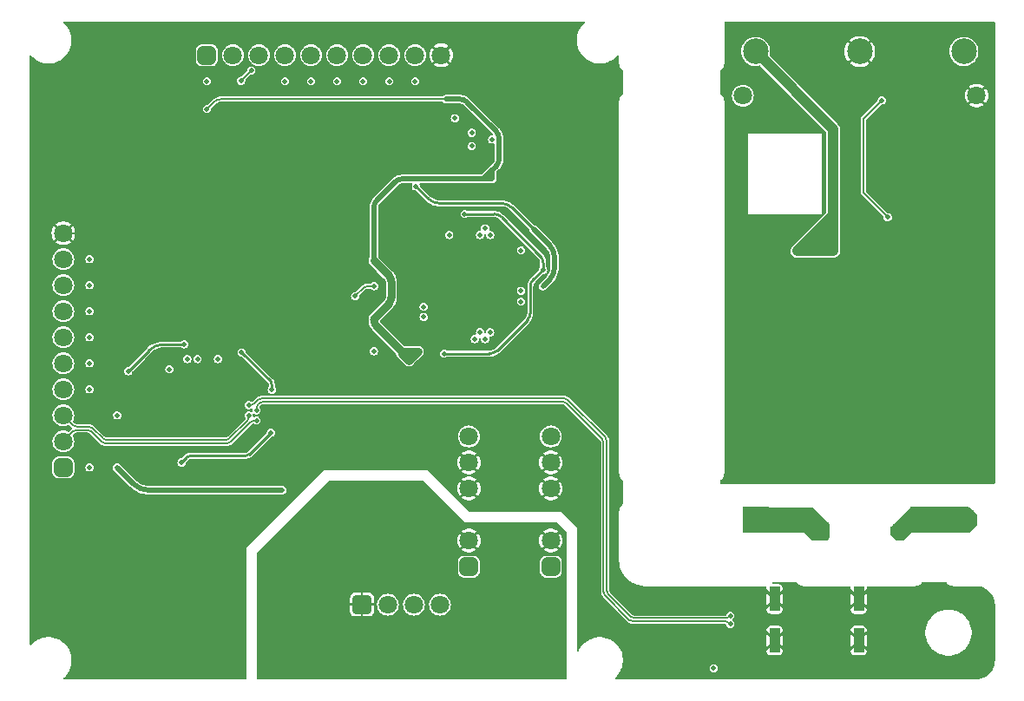
<source format=gbr>
%TF.GenerationSoftware,KiCad,Pcbnew,8.0.5*%
%TF.CreationDate,2024-09-26T23:09:47+07:00*%
%TF.ProjectId,HW.ACIM-DBG,48572e41-4349-44d2-9d44-42472e6b6963,0.1*%
%TF.SameCoordinates,Original*%
%TF.FileFunction,Copper,L4,Bot*%
%TF.FilePolarity,Positive*%
%FSLAX46Y46*%
G04 Gerber Fmt 4.6, Leading zero omitted, Abs format (unit mm)*
G04 Created by KiCad (PCBNEW 8.0.5) date 2024-09-26 23:09:47*
%MOMM*%
%LPD*%
G01*
G04 APERTURE LIST*
G04 Aperture macros list*
%AMRoundRect*
0 Rectangle with rounded corners*
0 $1 Rounding radius*
0 $2 $3 $4 $5 $6 $7 $8 $9 X,Y pos of 4 corners*
0 Add a 4 corners polygon primitive as box body*
4,1,4,$2,$3,$4,$5,$6,$7,$8,$9,$2,$3,0*
0 Add four circle primitives for the rounded corners*
1,1,$1+$1,$2,$3*
1,1,$1+$1,$4,$5*
1,1,$1+$1,$6,$7*
1,1,$1+$1,$8,$9*
0 Add four rect primitives between the rounded corners*
20,1,$1+$1,$2,$3,$4,$5,0*
20,1,$1+$1,$4,$5,$6,$7,0*
20,1,$1+$1,$6,$7,$8,$9,0*
20,1,$1+$1,$8,$9,$2,$3,0*%
G04 Aperture macros list end*
%TA.AperFunction,ComponentPad*%
%ADD10RoundRect,0.450000X-0.450000X-0.450000X0.450000X-0.450000X0.450000X0.450000X-0.450000X0.450000X0*%
%TD*%
%TA.AperFunction,ComponentPad*%
%ADD11C,1.800000*%
%TD*%
%TA.AperFunction,ComponentPad*%
%ADD12RoundRect,0.450000X0.450000X-0.450000X0.450000X0.450000X-0.450000X0.450000X-0.450000X-0.450000X0*%
%TD*%
%TA.AperFunction,ComponentPad*%
%ADD13RoundRect,0.220000X-0.330000X0.980000X-0.330000X-0.980000X0.330000X-0.980000X0.330000X0.980000X0*%
%TD*%
%TA.AperFunction,ComponentPad*%
%ADD14R,2.500000X2.500000*%
%TD*%
%TA.AperFunction,ComponentPad*%
%ADD15C,2.500000*%
%TD*%
%TA.AperFunction,ComponentPad*%
%ADD16RoundRect,0.270000X0.630000X-0.630000X0.630000X0.630000X-0.630000X0.630000X-0.630000X-0.630000X0*%
%TD*%
%TA.AperFunction,ComponentPad*%
%ADD17RoundRect,0.250000X0.650000X-0.650000X0.650000X0.650000X-0.650000X0.650000X-0.650000X-0.650000X0*%
%TD*%
%TA.AperFunction,ViaPad*%
%ADD18C,0.480000*%
%TD*%
%TA.AperFunction,ViaPad*%
%ADD19C,0.800000*%
%TD*%
%TA.AperFunction,Conductor*%
%ADD20C,0.250000*%
%TD*%
%TA.AperFunction,Conductor*%
%ADD21C,0.500000*%
%TD*%
%TA.AperFunction,Conductor*%
%ADD22C,0.160000*%
%TD*%
%TA.AperFunction,Conductor*%
%ADD23C,0.750000*%
%TD*%
%TA.AperFunction,Conductor*%
%ADD24C,1.000000*%
%TD*%
G04 APERTURE END LIST*
D10*
%TO.P,J1,1,1*%
%TO.N,/USB HUB/INV_VBUS*%
X127432700Y-38950000D03*
D11*
%TO.P,J1,2,2*%
%TO.N,/USB HUB/USB7_N*%
X129972700Y-38950000D03*
%TO.P,J1,3,3*%
%TO.N,/USB HUB/USB7_P*%
X132512700Y-38950000D03*
%TO.P,J1,4,4*%
%TO.N,/USB HUB/INV_TXD1*%
X135052700Y-38950000D03*
%TO.P,J1,5,5*%
%TO.N,/USB HUB/INV_RXD1*%
X137592700Y-38950000D03*
%TO.P,J1,6,6*%
%TO.N,/USB HUB/INV_TXD2*%
X140132700Y-38950000D03*
%TO.P,J1,7,7*%
%TO.N,/USB HUB/INV_RXD2*%
X142672700Y-38950000D03*
%TO.P,J1,8,8*%
%TO.N,/USB HUB/INV_RTS2*%
X145212700Y-38950000D03*
%TO.P,J1,9,9*%
%TO.N,/USB HUB/INV_CTS2*%
X147752700Y-38950000D03*
%TO.P,J1,10,10*%
%TO.N,GND*%
X150292700Y-38950000D03*
%TD*%
D12*
%TO.P,J3,1,1*%
%TO.N,/USB HUB/PSU_VBUS*%
X113425000Y-79180200D03*
D11*
%TO.P,J3,2,2*%
%TO.N,/USB HUB/USB5_N*%
X113425000Y-76640200D03*
%TO.P,J3,3,3*%
%TO.N,/USB HUB/USB5_P*%
X113425000Y-74100200D03*
%TO.P,J3,4,4*%
%TO.N,/USB HUB/PSU_TXD1*%
X113425000Y-71560200D03*
%TO.P,J3,5,5*%
%TO.N,/USB HUB/PSU_RXD1*%
X113425000Y-69020200D03*
%TO.P,J3,6,6*%
%TO.N,/USB HUB/PSU_TXD2*%
X113425000Y-66480200D03*
%TO.P,J3,7,7*%
%TO.N,/USB HUB/PSU_RXD2*%
X113425000Y-63940200D03*
%TO.P,J3,8,8*%
%TO.N,/USB HUB/PSU_RTS2*%
X113425000Y-61400200D03*
%TO.P,J3,9,9*%
%TO.N,/USB HUB/PSU_CTS2*%
X113425000Y-58860200D03*
%TO.P,J3,10,10*%
%TO.N,GND*%
X113425000Y-56320200D03*
%TD*%
D13*
%TO.P,J2,6,CASE*%
%TO.N,GND*%
X182825100Y-96075100D03*
%TO.P,J2,7,CASE*%
X182825100Y-92025100D03*
%TO.P,J2,8,CASE*%
X191025100Y-92025100D03*
%TO.P,J2,9,CASE*%
X191025100Y-96075100D03*
%TD*%
D14*
%TO.P,MD4,1,ACN*%
%TO.N,Net-(MD3-ACN)*%
X180965000Y-84310000D03*
D15*
%TO.P,MD4,2,ACL*%
%TO.N,Net-(MD3-ACL)*%
X201285000Y-84310000D03*
%TO.P,MD4,3*%
%TO.N,N/C*%
X201285000Y-38590000D03*
%TO.P,MD4,4,DC-*%
%TO.N,PGND*%
X191125000Y-38590000D03*
%TO.P,MD4,5,DC+*%
%TO.N,Net-(MD4-DC+)*%
X180965000Y-38590000D03*
%TD*%
D16*
%TO.P,MD3,1,ACN*%
%TO.N,Net-(MD3-ACN)*%
X187225000Y-85400001D03*
D11*
%TO.P,MD3,2,ACL*%
%TO.N,Net-(MD3-ACL)*%
X195025000Y-85400001D03*
%TO.P,MD3,3,DC-*%
%TO.N,PGND*%
X202525000Y-42900000D03*
%TO.P,MD3,4,DC+*%
%TO.N,Net-(MD3-DC+)*%
X179725000Y-42900000D03*
%TD*%
D17*
%TO.P,J4,1,1*%
%TO.N,GND_ISO*%
X142552700Y-92575000D03*
D11*
%TO.P,J4,2,2*%
%TO.N,/USB HUB/USB1_P*%
X145092700Y-92575000D03*
%TO.P,J4,3,3*%
%TO.N,/USB HUB/USB1_N*%
X147632700Y-92575000D03*
%TO.P,J4,4,4*%
%TO.N,Net-(F1-Pad1)*%
X150172700Y-92575000D03*
%TD*%
D12*
%TO.P,MD1,1,VI+*%
%TO.N,+5V_ISO*%
X152987500Y-88862500D03*
X160987500Y-88862500D03*
D11*
%TO.P,MD1,2,VI-*%
%TO.N,GND_ISO*%
X152987500Y-86322500D03*
X160987500Y-86322500D03*
%TO.P,MD1,4,DC-*%
%TO.N,GND*%
X160987500Y-81242500D03*
X152987500Y-81242499D03*
%TO.P,MD1,5,NC*%
X152987500Y-78702500D03*
X160987500Y-78702500D03*
%TO.P,MD1,6,DC+*%
%TO.N,+5V*%
X152987500Y-76162500D03*
X160987500Y-76162500D03*
%TD*%
D18*
%TO.N,GND*%
X123067000Y-82450200D03*
X120562700Y-41150000D03*
X131762700Y-78700000D03*
X110562700Y-94450000D03*
X134762700Y-64550000D03*
X115562700Y-39450000D03*
X131574385Y-85150000D03*
X186087500Y-99412500D03*
X143725000Y-66250000D03*
X155325000Y-59250000D03*
X133574385Y-83150000D03*
X160562700Y-41150000D03*
X151325000Y-61250000D03*
X129574385Y-93150000D03*
X186887500Y-92912500D03*
X160562700Y-36150000D03*
X157262700Y-77950000D03*
X156075000Y-51750000D03*
X125562700Y-56150000D03*
X110562700Y-69450000D03*
X110562700Y-84450000D03*
X150562700Y-36150000D03*
X135562700Y-46150000D03*
X115562700Y-54450000D03*
X199787500Y-91212500D03*
X121375000Y-75700200D03*
X155325000Y-61250000D03*
X143987500Y-76062501D03*
X146425000Y-62550000D03*
X157262700Y-71650000D03*
X110562700Y-59450000D03*
X146425000Y-59000000D03*
X129217000Y-66450200D03*
X164009700Y-95247000D03*
X125562700Y-46150000D03*
X146525000Y-46100000D03*
X140562700Y-36150000D03*
X135562700Y-36150000D03*
X155562700Y-36150000D03*
X203862700Y-92750000D03*
X125062700Y-95450000D03*
X126017000Y-66450200D03*
X126067000Y-82650200D03*
X120562700Y-61150000D03*
X120562700Y-65650000D03*
X120562700Y-56150000D03*
X126067000Y-74050200D03*
X115562700Y-44450000D03*
X130425000Y-46600000D03*
X139862700Y-62750000D03*
X156875000Y-54500000D03*
X141425000Y-41500000D03*
X123067000Y-86450200D03*
X128967000Y-74050200D03*
X130162700Y-78700000D03*
X121375000Y-72500200D03*
X130562700Y-36150000D03*
X167162700Y-50150000D03*
X162162700Y-55150000D03*
X155325000Y-63250000D03*
X130425000Y-62600000D03*
X120562700Y-51150000D03*
X133962700Y-66650000D03*
X194087500Y-98412500D03*
X195787500Y-99412500D03*
X110562700Y-74450000D03*
X135562700Y-71150000D03*
X167162700Y-70150000D03*
X148262700Y-76200000D03*
X138012700Y-78450000D03*
X153275000Y-59250000D03*
X145562700Y-36150000D03*
X125562700Y-61750000D03*
X127517000Y-72600200D03*
X124012700Y-94550000D03*
X132562700Y-64350000D03*
X115562700Y-36150000D03*
X140562700Y-56150000D03*
X203887500Y-95312500D03*
X121962700Y-99450000D03*
X128562700Y-78700000D03*
X151325000Y-63250000D03*
X162762700Y-76450000D03*
X132425000Y-58600000D03*
X121375000Y-74100200D03*
X167162700Y-40150000D03*
X202362700Y-99350000D03*
X110562700Y-89450000D03*
X143925000Y-41500000D03*
X132425000Y-48600000D03*
X150725000Y-41150000D03*
X152162700Y-70150000D03*
X157962700Y-45150000D03*
X126962700Y-97825000D03*
X140562700Y-64550000D03*
X195787500Y-91212500D03*
X125562700Y-36150000D03*
X154475000Y-51750000D03*
X135562700Y-62750000D03*
X125067000Y-85650200D03*
X199787500Y-99412500D03*
X130425000Y-50600000D03*
X116962700Y-99450000D03*
X130425000Y-58600000D03*
X179275100Y-96580100D03*
X151325000Y-59300000D03*
X167162700Y-45150000D03*
X124067000Y-89450200D03*
X195787500Y-95312500D03*
X130312700Y-99450000D03*
X123067000Y-88450200D03*
X135562700Y-56150000D03*
X128967000Y-71150200D03*
X129574385Y-90150000D03*
X193287500Y-99412500D03*
X146425000Y-66250000D03*
X126067000Y-72600200D03*
X175624385Y-91077911D03*
X130425000Y-64600000D03*
X132425000Y-44600000D03*
X116962700Y-94450000D03*
X127617000Y-66450200D03*
X130817000Y-68850200D03*
X123067000Y-84450200D03*
X140562700Y-46150000D03*
X110562700Y-64450000D03*
X167162700Y-85150000D03*
X129574385Y-87150000D03*
X128967000Y-72600200D03*
X146525000Y-41500000D03*
X125062700Y-93825000D03*
X127517000Y-71150200D03*
X151625000Y-50300000D03*
X116962700Y-89450000D03*
X167162700Y-90150000D03*
X174475100Y-96580100D03*
X135562700Y-76150000D03*
X125067000Y-89450200D03*
X162762700Y-71650000D03*
X132425000Y-52600000D03*
X202362700Y-91250000D03*
X194087500Y-96612500D03*
X176875100Y-96580100D03*
X115562700Y-49450000D03*
X126067000Y-71150200D03*
X140562700Y-51150000D03*
X146425000Y-57400000D03*
X122817000Y-66450200D03*
X203862700Y-97950000D03*
X130425000Y-42700000D03*
X153325000Y-63250000D03*
X132462700Y-41450000D03*
X167162700Y-65150000D03*
X153325000Y-49125000D03*
X132425000Y-61600000D03*
X148575000Y-62500000D03*
X164009700Y-85147000D03*
X125562700Y-51150000D03*
X128067000Y-88600200D03*
X110562700Y-79450000D03*
X180875100Y-96580100D03*
X116962700Y-84450000D03*
X118675000Y-75700200D03*
X167162700Y-60150000D03*
X110562700Y-44450000D03*
X110562700Y-54450000D03*
X125562700Y-41150000D03*
X130425000Y-54600000D03*
X142162700Y-70150000D03*
X157262700Y-74450000D03*
X124962700Y-80425000D03*
X167162700Y-80150000D03*
X110562700Y-49450000D03*
X135562700Y-51150000D03*
X126962700Y-99450000D03*
X137562700Y-64550000D03*
X125967000Y-78700200D03*
X120562700Y-36150000D03*
X132425000Y-55600000D03*
X125067000Y-83650200D03*
X155562700Y-41150000D03*
X167162700Y-75150000D03*
X125067000Y-87650200D03*
X130817000Y-66450200D03*
X164009700Y-90147000D03*
X181087500Y-99412500D03*
X121375000Y-70900200D03*
X171256350Y-99243650D03*
X167162700Y-55150000D03*
X157975000Y-50150000D03*
X153325000Y-61250000D03*
X120562700Y-46150000D03*
X123362700Y-78700000D03*
X115562700Y-74450000D03*
X170924385Y-92277911D03*
X127517000Y-74050200D03*
%TO.N,GND_ISO*%
X151009700Y-83497000D03*
X147762700Y-95300000D03*
X132759700Y-95747000D03*
X138562700Y-94825000D03*
X157762700Y-90150000D03*
X162012700Y-99450000D03*
X132759700Y-87747000D03*
X152762700Y-95300000D03*
X147762700Y-99450000D03*
X139212700Y-87250000D03*
X152762700Y-99450000D03*
X132759700Y-91247000D03*
X142762700Y-99450000D03*
X138562700Y-92125000D03*
X157762700Y-99450000D03*
X147837500Y-84512500D03*
X139509700Y-80997000D03*
X135462700Y-91750000D03*
X135259700Y-85247000D03*
X157762700Y-95250000D03*
X137762700Y-99450000D03*
X146009700Y-80997000D03*
X146362700Y-88650000D03*
X157009700Y-84997000D03*
X132762700Y-99450000D03*
X162012700Y-95250000D03*
%TO.N,+3V3*%
X150725000Y-43250000D03*
X143725000Y-59000000D03*
X134767000Y-81400200D03*
X148050000Y-67850000D03*
X118675000Y-79180200D03*
X143725000Y-64650000D03*
X155275000Y-50150000D03*
X147150000Y-68800000D03*
X118675000Y-74100200D03*
X133867000Y-81400200D03*
X146425000Y-67850000D03*
X127432700Y-44200000D03*
X155275000Y-51025000D03*
%TO.N,Net-(C26-Pad2)*%
X125225000Y-67175200D03*
X119750000Y-69800200D03*
%TO.N,Net-(C28-Pad2)*%
X124962700Y-78700000D03*
X130817000Y-67950200D03*
X133667000Y-75800200D03*
X133767000Y-71600200D03*
%TO.N,Net-(U5-VREGOUT)*%
X160225000Y-61500000D03*
X159275000Y-55925000D03*
X147825000Y-51750000D03*
%TO.N,Net-(C48-Pad2)*%
X152575000Y-54450000D03*
X160225000Y-59900000D03*
X150575000Y-68075000D03*
%TO.N,/USB HUB/USB7_P*%
X130762700Y-41450000D03*
X131762700Y-40450000D03*
%TO.N,Net-(U5-ADBUS0{slash}TXD)*%
X115975000Y-69020200D03*
X148575000Y-63500000D03*
%TO.N,Net-(U5-ADBUS1{slash}RXD)*%
X148575000Y-64500000D03*
X115975000Y-71560200D03*
%TO.N,Net-(U5-BDBUS0{slash}TXD)*%
X153575000Y-66650000D03*
X115975000Y-63940200D03*
%TO.N,Net-(U5-BDBUS1{slash}RXD)*%
X154075000Y-66000000D03*
X115975000Y-66480200D03*
%TO.N,Net-(U5-BDBUS2{slash}~{RTS})*%
X115975000Y-58860200D03*
X154575000Y-66650000D03*
%TO.N,Net-(U5-BDBUS3{slash}~{CTS})*%
X155075000Y-66000000D03*
X115975000Y-61400200D03*
%TO.N,Net-(U5-CDBUS0{slash}TXD)*%
X158075000Y-63000000D03*
X137592700Y-41500000D03*
%TO.N,Net-(U5-CDBUS1{slash}RXD)*%
X158075000Y-61950000D03*
X135052700Y-41500000D03*
%TO.N,Net-(U5-DDBUS0{slash}TXD)*%
X158075000Y-58000000D03*
X142672700Y-41500000D03*
%TO.N,Net-(U5-DDBUS1{slash}RXD)*%
X140132700Y-41500000D03*
X155075000Y-56500000D03*
%TO.N,Net-(U5-DDBUS2{slash}~{RTS})*%
X154575000Y-55850000D03*
X147752700Y-41500000D03*
%TO.N,Net-(U5-DDBUS3{slash}~{CTS})*%
X145225000Y-41500000D03*
X154075000Y-56500000D03*
%TO.N,/VCP/EECS*%
X155275000Y-47175000D03*
X151625000Y-45100000D03*
%TO.N,/VCP/EECLK*%
X153275000Y-46525000D03*
%TO.N,/VCP/~{PWREN}*%
X151075000Y-56500000D03*
X153275000Y-47825000D03*
%TO.N,/USB HUB/USB3_P*%
X131517000Y-73100200D03*
X178500100Y-93654385D03*
%TO.N,/USB HUB/USB3_N*%
X132267000Y-73600200D03*
X178500100Y-94454385D03*
%TO.N,/USB HUB/USB5_N*%
X132267000Y-74600200D03*
%TO.N,/USB HUB/USB5_P*%
X131517000Y-74100200D03*
%TO.N,Net-(U2-PRTPWR1{slash}BC_EN1)*%
X128517000Y-68600200D03*
X115975000Y-79180200D03*
%TO.N,Net-(U2-PRTPWR2{slash}BC_EN2)*%
X176875100Y-98780100D03*
X126517000Y-68600200D03*
%TO.N,Net-(U2-PRTPWR3{slash}BC_EN3)*%
X143725000Y-67850000D03*
X125517000Y-68600200D03*
%TO.N,Net-(U2-PRTPWR4{slash}BC_EN4)*%
X123767000Y-69600200D03*
X127432700Y-41500000D03*
%TO.N,Net-(MD3-DC+)*%
X193855000Y-54765001D03*
X193275000Y-43365001D03*
%TO.N,PGND*%
X193525000Y-60400001D03*
X194490000Y-50065001D03*
X203525000Y-80400001D03*
X193525000Y-80400001D03*
X203525000Y-45400001D03*
X178525000Y-45400001D03*
X198525000Y-65400001D03*
X198525000Y-80400001D03*
X203525000Y-40400001D03*
X183525000Y-70400001D03*
X198525000Y-36400001D03*
X183525000Y-75400001D03*
X178525000Y-40400001D03*
X188625000Y-42590000D03*
X193525000Y-65400001D03*
X178525000Y-80400001D03*
X189525000Y-53900001D03*
X198525000Y-60400001D03*
X203525000Y-75400001D03*
X178525000Y-65400001D03*
X183624998Y-42590000D03*
X178525000Y-70400001D03*
X195990000Y-49065001D03*
X188525000Y-70400001D03*
X195957499Y-48032500D03*
X183525000Y-36400001D03*
X178525000Y-60400001D03*
X198525000Y-70400001D03*
X188525000Y-60400001D03*
X183525000Y-55400001D03*
X192990000Y-48065001D03*
X191125000Y-42590000D03*
X193525000Y-70400001D03*
X193525000Y-40400001D03*
X178525000Y-75400001D03*
X194490000Y-49065001D03*
X183525000Y-45400001D03*
X203525000Y-55400001D03*
X203525000Y-65400001D03*
X198525000Y-40400001D03*
X188525000Y-80400001D03*
X203525000Y-70400001D03*
X193525000Y-36400001D03*
X178525000Y-36400001D03*
X192990000Y-49065001D03*
X183525000Y-65400001D03*
X198525000Y-45400001D03*
X194490000Y-48065001D03*
X183525000Y-60400001D03*
X188525000Y-65400001D03*
X198525000Y-50400001D03*
X203525000Y-50400001D03*
X193525000Y-75400001D03*
X192990000Y-50065001D03*
X188525000Y-36400001D03*
X203525000Y-60400001D03*
X195990000Y-50065001D03*
X198525000Y-75400001D03*
X183525000Y-80400001D03*
X203525000Y-36400001D03*
X188525000Y-75400001D03*
D19*
%TO.N,Net-(MD4-DC+)*%
X185039998Y-58065001D03*
X186239998Y-58065001D03*
X188540000Y-58065001D03*
X187389998Y-58065001D03*
D18*
%TO.N,/USB HUB/USB4_N*%
X143733858Y-61500000D03*
X141883858Y-62478858D03*
%TD*%
D20*
%TO.N,Net-(C26-Pad2)*%
X123203427Y-67175200D02*
G75*
G03*
X121789200Y-67760972I-27J-2000000D01*
G01*
D21*
%TO.N,+3V3*%
X121723427Y-81400200D02*
G75*
G02*
X120309199Y-80814427I-27J2000000D01*
G01*
D20*
%TO.N,Net-(C28-Pad2)*%
X125466254Y-78196446D02*
G75*
G02*
X125819807Y-78050005I353546J-353554D01*
G01*
X131563647Y-77903553D02*
G75*
G02*
X131210093Y-78049995I-353547J353553D01*
G01*
X133620553Y-70753753D02*
G75*
G02*
X133766995Y-71107307I-353553J-353547D01*
G01*
D22*
%TO.N,+3V3*%
X128796914Y-43250000D02*
G75*
G03*
X128089800Y-43542886I-14J-1000000D01*
G01*
D21*
X152817893Y-43542893D02*
G75*
G03*
X152110786Y-43250010I-707093J-707107D01*
G01*
X155925000Y-47064214D02*
G75*
G03*
X155632114Y-46357100I-1000000J14D01*
G01*
X152110786Y-43250000D02*
X150725000Y-43250000D01*
X155632107Y-46357107D02*
X152817893Y-43542893D01*
X155925000Y-49085786D02*
X155925000Y-47064214D01*
X155275000Y-50150000D02*
X155632107Y-49792893D01*
X155632107Y-49792893D02*
G75*
G03*
X155924990Y-49085786I-707107J707093D01*
G01*
X154400000Y-51025000D02*
X154075000Y-51025000D01*
X155275000Y-50150000D02*
X154400000Y-51025000D01*
X145807107Y-51317893D02*
G75*
G02*
X146514214Y-51025010I707093J-707107D01*
G01*
X143725000Y-53814214D02*
G75*
G02*
X144017886Y-53107100I1000000J14D01*
G01*
D23*
X146425000Y-68075000D02*
X146425000Y-67850000D01*
X147150000Y-68800000D02*
X146425000Y-68075000D01*
D22*
X146425000Y-67850000D02*
X146825000Y-68250000D01*
X146825000Y-68250000D02*
X147650000Y-68250000D01*
D23*
X143725000Y-64735786D02*
G75*
G03*
X144017886Y-65442900I1000000J-14D01*
G01*
X145140965Y-63234035D02*
G75*
G03*
X145433890Y-62526928I-707065J707135D01*
G01*
X145140965Y-60415965D02*
G75*
G02*
X145433890Y-61123072I-707065J-707135D01*
G01*
D20*
%TO.N,Net-(U5-VREGOUT)*%
X156128680Y-53400000D02*
G75*
G02*
X157189350Y-53839330I20J-1500000D01*
G01*
X150096320Y-53400000D02*
G75*
G02*
X149035650Y-52960670I-20J1500000D01*
G01*
D21*
X161325000Y-58596320D02*
G75*
G03*
X160885670Y-57535650I-1500000J20D01*
G01*
X161325000Y-59778680D02*
G75*
G02*
X160885670Y-60839350I-1500000J-20D01*
G01*
D20*
%TO.N,Net-(C48-Pad2)*%
X160225000Y-59214214D02*
G75*
G03*
X159932114Y-58507100I-1000000J14D01*
G01*
X155460786Y-54450000D02*
G75*
G02*
X156167900Y-54742886I14J-1000000D01*
G01*
X159267893Y-60857107D02*
G75*
G03*
X158975010Y-61564214I707107J-707093D01*
G01*
X155717893Y-67782107D02*
G75*
G02*
X155010786Y-68074990I-707093J707107D01*
G01*
X158682107Y-64817893D02*
G75*
G03*
X158974990Y-64110786I-707107J707093D01*
G01*
D22*
%TO.N,/USB HUB/USB4_N*%
X143069823Y-61500000D02*
G75*
G03*
X142716258Y-61646436I-23J-500000D01*
G01*
X142716269Y-61646447D02*
X141883858Y-62478858D01*
X143733858Y-61500000D02*
X143069823Y-61500000D01*
D23*
%TO.N,+3V3*%
X145140965Y-63234035D02*
X143725000Y-64650000D01*
X145433858Y-61123072D02*
X145433858Y-62526928D01*
X143725000Y-59000000D02*
X145140965Y-60415965D01*
D22*
%TO.N,/USB HUB/USB5_N*%
X129761447Y-76683753D02*
G75*
G02*
X129407893Y-76830195I-353547J353553D01*
G01*
X117162278Y-76683754D02*
G75*
G03*
X117515831Y-76830178I353522J353554D01*
G01*
X116155171Y-75676647D02*
G75*
G03*
X115801617Y-75530188I-353571J-353553D01*
G01*
X114388554Y-75676646D02*
G75*
G02*
X114742107Y-75530205I353546J-353554D01*
G01*
X132052107Y-74600200D02*
G75*
G03*
X131698551Y-74746643I-7J-500000D01*
G01*
%TO.N,/USB HUB/USB5_P*%
X131370554Y-74622098D02*
G75*
G03*
X131517032Y-74268545I-353554J353598D01*
G01*
X129275345Y-76510200D02*
G75*
G03*
X129628876Y-76363730I-45J500000D01*
G01*
X117294830Y-76363754D02*
G75*
G03*
X117648383Y-76510212I353570J353554D01*
G01*
X115934169Y-75210200D02*
G75*
G02*
X116287738Y-75356632I31J-500000D01*
G01*
X114388554Y-75063754D02*
G75*
G03*
X114742107Y-75210195I353546J353554D01*
G01*
X131517000Y-74268545D02*
X131517000Y-74100200D01*
X129628899Y-76363753D02*
X131370554Y-74622098D01*
X117648383Y-76510200D02*
X129275345Y-76510200D01*
X116287723Y-75356647D02*
X117294830Y-76363754D01*
X114742107Y-75210200D02*
X115934169Y-75210200D01*
X113425000Y-74100200D02*
X114388554Y-75063754D01*
%TO.N,/USB HUB/USB5_N*%
X132052107Y-74600200D02*
X132267000Y-74600200D01*
X117515831Y-76830200D02*
X129407893Y-76830200D01*
X116155171Y-75676647D02*
X117162278Y-76683754D01*
X114742107Y-75530200D02*
X115801617Y-75530200D01*
X129761447Y-76683753D02*
X131698554Y-74746646D01*
X113425000Y-76640200D02*
X114388554Y-75676646D01*
%TO.N,/USB HUB/USB3_P*%
X131693625Y-73100200D02*
G75*
G03*
X132047165Y-72953741I-25J500000D01*
G01*
%TO.N,/USB HUB/USB3_N*%
X162516718Y-72920830D02*
G75*
G03*
X162163165Y-72774413I-353518J-353570D01*
G01*
X132413446Y-73040034D02*
G75*
G03*
X132266991Y-73393587I353554J-353566D01*
G01*
X132532649Y-72920831D02*
G75*
G02*
X132886203Y-72774391I353551J-353569D01*
G01*
X178406546Y-94360831D02*
G75*
G03*
X178052993Y-94214394I-353546J-353569D01*
G01*
X166126548Y-76737767D02*
G75*
G03*
X165980074Y-76384240I-499948J-33D01*
G01*
%TO.N,/USB HUB/USB3_P*%
X132753655Y-72454384D02*
G75*
G03*
X132400120Y-72600850I45J-500016D01*
G01*
%TO.N,/USB HUB/USB3_N*%
X166272994Y-91677106D02*
G75*
G02*
X166126567Y-91323553I353506J353506D01*
G01*
X168663826Y-94067938D02*
G75*
G03*
X169017380Y-94214404I353574J353538D01*
G01*
%TO.N,/USB HUB/USB3_P*%
X169149932Y-93894385D02*
G75*
G02*
X168796365Y-93747951I-32J499985D01*
G01*
X178406546Y-93747939D02*
G75*
G02*
X178052993Y-93894385I-353546J353539D01*
G01*
X166446548Y-91191001D02*
G75*
G03*
X166593005Y-91544543I499952J1D01*
G01*
X162649270Y-72600830D02*
G75*
G03*
X162295717Y-72454377I-353570J-353570D01*
G01*
X166300101Y-76251661D02*
G75*
G02*
X166446553Y-76605215I-353501J-353539D01*
G01*
%TO.N,/USB HUB/USB3_N*%
X168663826Y-94067938D02*
X166272994Y-91677106D01*
X165980101Y-76384213D02*
X162516718Y-72920830D01*
X178052993Y-94214385D02*
X169017380Y-94214385D01*
X132532649Y-72920831D02*
X132413446Y-73040034D01*
X178500100Y-94454385D02*
X178406546Y-94360831D01*
X166126548Y-91323553D02*
X166126548Y-76737767D01*
X162163165Y-72774384D02*
X132886203Y-72774384D01*
X132267000Y-73393587D02*
X132267000Y-73600200D01*
%TO.N,/USB HUB/USB3_P*%
X131693625Y-73100200D02*
X131517000Y-73100200D01*
X162295717Y-72454384D02*
X132753655Y-72454384D01*
X132400101Y-72600831D02*
X132047178Y-72953754D01*
X168796378Y-93747938D02*
X166592994Y-91544554D01*
X178052993Y-93894385D02*
X169149932Y-93894385D01*
X178500100Y-93654385D02*
X178406546Y-93747939D01*
X166446548Y-91191001D02*
X166446548Y-76605215D01*
X166300101Y-76251661D02*
X162649270Y-72600830D01*
%TO.N,GND*%
X117452900Y-56320200D02*
X113425000Y-56320200D01*
X119382700Y-63015900D02*
X119382700Y-58250000D01*
X122817000Y-66450200D02*
X119382700Y-63015900D01*
X119382700Y-58250000D02*
X117452900Y-56320200D01*
D21*
%TO.N,+3V3*%
X155275000Y-50550000D02*
X155275000Y-51025000D01*
X120309213Y-80814413D02*
X118675000Y-79180200D01*
D22*
X128796914Y-43250000D02*
X150725000Y-43250000D01*
X133867000Y-81400200D02*
X133567000Y-81400200D01*
X147150000Y-68750000D02*
X147150000Y-68850000D01*
D21*
X127067000Y-81400200D02*
X121723427Y-81400200D01*
D23*
X144017893Y-65442893D02*
X146425000Y-67850000D01*
D21*
X133567000Y-81400200D02*
X134767000Y-81400200D01*
X155275000Y-50550000D02*
X155275000Y-50575000D01*
D23*
X147650000Y-68250000D02*
X147150000Y-68750000D01*
X148050000Y-67850000D02*
X147650000Y-68250000D01*
X143725000Y-64650000D02*
X143725000Y-64735786D01*
D21*
X154075000Y-51025000D02*
X146514214Y-51025000D01*
X154825000Y-51025000D02*
X154075000Y-51025000D01*
X155275000Y-50150000D02*
X155275000Y-50550000D01*
X133567000Y-81400200D02*
X127067000Y-81400200D01*
X155275000Y-51025000D02*
X154825000Y-51025000D01*
D22*
X127432700Y-44200000D02*
X128089807Y-43542893D01*
D21*
X145807107Y-51317893D02*
X144017893Y-53107107D01*
X155275000Y-50575000D02*
X154825000Y-51025000D01*
X143725000Y-53814214D02*
X143725000Y-59000000D01*
D23*
X146425000Y-67850000D02*
X148000000Y-67850000D01*
D20*
%TO.N,Net-(C26-Pad2)*%
X123203427Y-67175200D02*
X125225000Y-67175200D01*
X119750000Y-69800200D02*
X121789214Y-67760986D01*
%TO.N,Net-(C28-Pad2)*%
X125819807Y-78050000D02*
X131210093Y-78050000D01*
X131563647Y-77903553D02*
X133667000Y-75800200D01*
X133767000Y-71600200D02*
X133767000Y-71107307D01*
X133620553Y-70753753D02*
X130817000Y-67950200D01*
X124962700Y-78700000D02*
X125466254Y-78196446D01*
%TO.N,Net-(U5-VREGOUT)*%
X147825000Y-51750000D02*
X149035660Y-52960660D01*
D21*
X161325000Y-59778680D02*
X161325000Y-58596320D01*
D20*
X150096320Y-53400000D02*
X156128680Y-53400000D01*
X157189340Y-53839340D02*
X159275000Y-55925000D01*
D21*
X160225000Y-61500000D02*
X160885660Y-60839340D01*
X160885660Y-57535660D02*
X159275000Y-55925000D01*
D20*
%TO.N,Net-(C48-Pad2)*%
X156167893Y-54742893D02*
X159932107Y-58507107D01*
X160225000Y-59900000D02*
X159267893Y-60857107D01*
X158975000Y-61564214D02*
X158975000Y-64110786D01*
X155010786Y-68075000D02*
X150575000Y-68075000D01*
X152575000Y-54450000D02*
X155460786Y-54450000D01*
X160225000Y-59214214D02*
X160225000Y-59900000D01*
X158682107Y-64817893D02*
X155717893Y-67782107D01*
D22*
%TO.N,/USB HUB/USB7_P*%
X131762700Y-40450000D02*
X130762700Y-41450000D01*
%TO.N,Net-(MD3-DC+)*%
X191475000Y-45165001D02*
X193275000Y-43365001D01*
X191475000Y-52385001D02*
X191475000Y-45165001D01*
X193855000Y-54765001D02*
X191475000Y-52385001D01*
D24*
%TO.N,Net-(MD4-DC+)*%
X188540000Y-58065001D02*
X188540000Y-57265001D01*
X188540000Y-55815001D02*
X187290000Y-55815001D01*
X187014999Y-56090002D02*
X188540000Y-54565001D01*
X188540000Y-55815001D02*
X188540000Y-54565001D01*
D22*
X185039998Y-58065001D02*
X185040000Y-58065001D01*
D24*
X188540000Y-56465001D02*
X186640000Y-56465001D01*
X185039998Y-58065001D02*
X188540000Y-58065001D01*
X188540000Y-56465001D02*
X188540000Y-55815001D01*
X187290000Y-55815001D02*
X187014999Y-56090002D01*
X188540000Y-54565001D02*
X188540000Y-46165000D01*
X188540000Y-57265001D02*
X185840000Y-57265001D01*
X185840000Y-57265001D02*
X185589999Y-57515002D01*
X188540000Y-57265001D02*
X188540000Y-56465001D01*
X188540000Y-46165000D02*
X180965000Y-38590000D01*
X185589999Y-57515002D02*
X186214999Y-56890002D01*
X185040000Y-58065001D02*
X185589999Y-57515002D01*
X186640000Y-56465001D02*
X186214999Y-56890002D01*
X186214999Y-56890002D02*
X187014999Y-56090002D01*
%TD*%
%TA.AperFunction,Conductor*%
%TO.N,PGND*%
G36*
X204132696Y-35651719D02*
G01*
X204147753Y-35654103D01*
X204171162Y-35657811D01*
X204200614Y-35667379D01*
X204228294Y-35681483D01*
X204253347Y-35699685D01*
X204275314Y-35721652D01*
X204293517Y-35746707D01*
X204307618Y-35774381D01*
X204317188Y-35803835D01*
X204323281Y-35842302D01*
X204324500Y-35857790D01*
X204324500Y-80701000D01*
X204305593Y-80759191D01*
X204256093Y-80795155D01*
X204225500Y-80800000D01*
X177624000Y-80800000D01*
X177565809Y-80781093D01*
X177529845Y-80731593D01*
X177525000Y-80701000D01*
X177525000Y-80498763D01*
X177543907Y-80440572D01*
X177560358Y-80422930D01*
X177635163Y-80360163D01*
X177747692Y-80226055D01*
X177835225Y-80074445D01*
X177895101Y-79909938D01*
X177925500Y-79737532D01*
X177925500Y-79650000D01*
X177925500Y-79592417D01*
X177925500Y-54465001D01*
X180239999Y-54465001D01*
X180240000Y-54465001D01*
X187439999Y-54465001D01*
X187439999Y-46615002D01*
X187439999Y-46615001D01*
X180239999Y-46615001D01*
X180239999Y-54465001D01*
X177925500Y-54465001D01*
X177925500Y-43497273D01*
X177925500Y-43462468D01*
X177895101Y-43290062D01*
X177835225Y-43125555D01*
X177747692Y-42973945D01*
X177685642Y-42899996D01*
X178659369Y-42899996D01*
X178659369Y-42900003D01*
X178679843Y-43107889D01*
X178679844Y-43107894D01*
X178740485Y-43307799D01*
X178740487Y-43307804D01*
X178838952Y-43492021D01*
X178838958Y-43492030D01*
X178838960Y-43492033D01*
X178886532Y-43550000D01*
X178971480Y-43653510D01*
X178971489Y-43653519D01*
X179046800Y-43715324D01*
X179132967Y-43786040D01*
X179132971Y-43786042D01*
X179132978Y-43786047D01*
X179317195Y-43884512D01*
X179317201Y-43884515D01*
X179456465Y-43926759D01*
X179517105Y-43945155D01*
X179517110Y-43945156D01*
X179724997Y-43965631D01*
X179725000Y-43965631D01*
X179725003Y-43965631D01*
X179932889Y-43945156D01*
X179932894Y-43945155D01*
X180132799Y-43884515D01*
X180250417Y-43821647D01*
X180317021Y-43786047D01*
X180317024Y-43786044D01*
X180317033Y-43786040D01*
X180478515Y-43653515D01*
X180611040Y-43492033D01*
X180611044Y-43492024D01*
X180611047Y-43492021D01*
X180701279Y-43323207D01*
X180709515Y-43307799D01*
X180770155Y-43107894D01*
X180770156Y-43107889D01*
X180790631Y-42900003D01*
X180790631Y-42899996D01*
X180770156Y-42692110D01*
X180770155Y-42692105D01*
X180741208Y-42596680D01*
X180709515Y-42492201D01*
X180680342Y-42437622D01*
X180611047Y-42307978D01*
X180611042Y-42307971D01*
X180611040Y-42307967D01*
X180505750Y-42179671D01*
X180478519Y-42146489D01*
X180478510Y-42146480D01*
X180384370Y-42069222D01*
X180317033Y-42013960D01*
X180317030Y-42013958D01*
X180317021Y-42013952D01*
X180132804Y-41915487D01*
X180132799Y-41915485D01*
X179932894Y-41854844D01*
X179932889Y-41854843D01*
X179725003Y-41834369D01*
X179724997Y-41834369D01*
X179517110Y-41854843D01*
X179517105Y-41854844D01*
X179317200Y-41915485D01*
X179317195Y-41915487D01*
X179132978Y-42013952D01*
X179132968Y-42013959D01*
X178971489Y-42146480D01*
X178971480Y-42146489D01*
X178838959Y-42307968D01*
X178838952Y-42307978D01*
X178740487Y-42492195D01*
X178740485Y-42492200D01*
X178679844Y-42692105D01*
X178679843Y-42692110D01*
X178659369Y-42899996D01*
X177685642Y-42899996D01*
X177635163Y-42839837D01*
X177607675Y-42816772D01*
X177560363Y-42777072D01*
X177527941Y-42725184D01*
X177525000Y-42701234D01*
X177525000Y-40473763D01*
X177543907Y-40415572D01*
X177560358Y-40397930D01*
X177635163Y-40335163D01*
X177747692Y-40201055D01*
X177835225Y-40049445D01*
X177895101Y-39884938D01*
X177925500Y-39712532D01*
X177925500Y-39625000D01*
X177925500Y-39567417D01*
X177925500Y-38590000D01*
X179549666Y-38590000D01*
X179568968Y-38822952D01*
X179568969Y-38822954D01*
X179568969Y-38822956D01*
X179615239Y-39005672D01*
X179626354Y-39049560D01*
X179720248Y-39263620D01*
X179720253Y-39263629D01*
X179848099Y-39459311D01*
X179848101Y-39459313D01*
X179848103Y-39459316D01*
X180006420Y-39631295D01*
X180190886Y-39774870D01*
X180212190Y-39786399D01*
X180394273Y-39884938D01*
X180396467Y-39886125D01*
X180617556Y-39962025D01*
X180848123Y-40000500D01*
X181081877Y-40000500D01*
X181312444Y-39962025D01*
X181321357Y-39958964D01*
X181382534Y-39957952D01*
X181423508Y-39982596D01*
X187850504Y-46409592D01*
X187878281Y-46464109D01*
X187879500Y-46479596D01*
X187879500Y-54250405D01*
X187860593Y-54308596D01*
X187850504Y-54320409D01*
X187609003Y-54561910D01*
X187561059Y-54586337D01*
X187561059Y-54594594D01*
X187536908Y-54634005D01*
X185168955Y-57001958D01*
X185168954Y-57001958D01*
X184620545Y-57550364D01*
X184620540Y-57550371D01*
X184526955Y-57643954D01*
X184454673Y-57752129D01*
X184454667Y-57752141D01*
X184404881Y-57872338D01*
X184404881Y-57872340D01*
X184379498Y-57999944D01*
X184379498Y-58130057D01*
X184404881Y-58257661D01*
X184404881Y-58257663D01*
X184454667Y-58377860D01*
X184454673Y-58377872D01*
X184526953Y-58486044D01*
X184618954Y-58578045D01*
X184727126Y-58650325D01*
X184727138Y-58650331D01*
X184837026Y-58695847D01*
X184847339Y-58700119D01*
X184924180Y-58715403D01*
X184974944Y-58725501D01*
X184974945Y-58725501D01*
X188605053Y-58725501D01*
X188605054Y-58725501D01*
X188732661Y-58700118D01*
X188852864Y-58650329D01*
X188852866Y-58650327D01*
X188852871Y-58650325D01*
X188907322Y-58613940D01*
X188961044Y-58578045D01*
X189053044Y-58486045D01*
X189088939Y-58432323D01*
X189125324Y-58377872D01*
X189125330Y-58377860D01*
X189175117Y-58257662D01*
X189200500Y-58130055D01*
X189200500Y-57199947D01*
X189200500Y-56399947D01*
X189200500Y-55749947D01*
X189200500Y-54499947D01*
X189200500Y-46099946D01*
X189175118Y-45972339D01*
X189127185Y-45856622D01*
X189125872Y-45852951D01*
X189125328Y-45852136D01*
X189053044Y-45743956D01*
X188961044Y-45651956D01*
X188426251Y-45117163D01*
X191234500Y-45117163D01*
X191234500Y-52432839D01*
X191271112Y-52521231D01*
X191271113Y-52521232D01*
X191271114Y-52521234D01*
X193000285Y-54250405D01*
X193422778Y-54672898D01*
X193450555Y-54727415D01*
X193450555Y-54758388D01*
X193449508Y-54764998D01*
X193449508Y-54765002D01*
X193469354Y-54890304D01*
X193469355Y-54890308D01*
X193524944Y-54999407D01*
X193526950Y-55003343D01*
X193616658Y-55093051D01*
X193729696Y-55150647D01*
X193855000Y-55170493D01*
X193980304Y-55150647D01*
X194093342Y-55093051D01*
X194183050Y-55003343D01*
X194240646Y-54890305D01*
X194260492Y-54765001D01*
X194240646Y-54639697D01*
X194183050Y-54526659D01*
X194093342Y-54436951D01*
X194089406Y-54434945D01*
X193980307Y-54379356D01*
X193980304Y-54379355D01*
X193861611Y-54360556D01*
X193855001Y-54359509D01*
X193854998Y-54359509D01*
X193848387Y-54360556D01*
X193787955Y-54350984D01*
X193762897Y-54332779D01*
X191744496Y-52314378D01*
X191716719Y-52259861D01*
X191715500Y-52244374D01*
X191715500Y-45305626D01*
X191734407Y-45247435D01*
X191744490Y-45235628D01*
X193182897Y-43797220D01*
X193237412Y-43769445D01*
X193268389Y-43769445D01*
X193271982Y-43770015D01*
X193274999Y-43770493D01*
X193274999Y-43770492D01*
X193275000Y-43770493D01*
X193400304Y-43750647D01*
X193513342Y-43693051D01*
X193603050Y-43603343D01*
X193660646Y-43490305D01*
X193680492Y-43365001D01*
X193660646Y-43239697D01*
X193603050Y-43126659D01*
X193513342Y-43036951D01*
X193509406Y-43034945D01*
X193400307Y-42979356D01*
X193400304Y-42979355D01*
X193275000Y-42959509D01*
X193149696Y-42979355D01*
X193149692Y-42979356D01*
X193036659Y-43036950D01*
X192946949Y-43126660D01*
X192889355Y-43239693D01*
X192889354Y-43239697D01*
X192869508Y-43364999D01*
X192869508Y-43365001D01*
X192870555Y-43371612D01*
X192860984Y-43432044D01*
X192842778Y-43457103D01*
X191271113Y-45028769D01*
X191234500Y-45117163D01*
X188426251Y-45117163D01*
X186209088Y-42900000D01*
X201370073Y-42900000D01*
X201389738Y-43112216D01*
X201448064Y-43317210D01*
X201543057Y-43507983D01*
X201543062Y-43507992D01*
X201627894Y-43620326D01*
X202094269Y-43153950D01*
X202124901Y-43207007D01*
X202217993Y-43300099D01*
X202271046Y-43330729D01*
X201803432Y-43798342D01*
X201803433Y-43798344D01*
X201828995Y-43821647D01*
X201828994Y-43821647D01*
X202010206Y-43933847D01*
X202208941Y-44010838D01*
X202418437Y-44050000D01*
X202631563Y-44050000D01*
X202841058Y-44010838D01*
X203039795Y-43933847D01*
X203039797Y-43933846D01*
X203220995Y-43821654D01*
X203220997Y-43821652D01*
X203246565Y-43798343D01*
X202778952Y-43330730D01*
X202832007Y-43300099D01*
X202925099Y-43207007D01*
X202955730Y-43153952D01*
X203422106Y-43620328D01*
X203506931Y-43508002D01*
X203506940Y-43507987D01*
X203601935Y-43317210D01*
X203660261Y-43112216D01*
X203679926Y-42900000D01*
X203660261Y-42687783D01*
X203601935Y-42482789D01*
X203506942Y-42292016D01*
X203506937Y-42292007D01*
X203422105Y-42179672D01*
X202955729Y-42646046D01*
X202925099Y-42592993D01*
X202832007Y-42499901D01*
X202778950Y-42469269D01*
X203246565Y-42001655D01*
X203246565Y-42001654D01*
X203221004Y-41978352D01*
X203221005Y-41978352D01*
X203039793Y-41866152D01*
X202841058Y-41789161D01*
X202631563Y-41750000D01*
X202418437Y-41750000D01*
X202208941Y-41789161D01*
X202010206Y-41866152D01*
X201828998Y-41978350D01*
X201803433Y-42001655D01*
X202271047Y-42469269D01*
X202217993Y-42499901D01*
X202124901Y-42592993D01*
X202094269Y-42646047D01*
X201627893Y-42179671D01*
X201543066Y-42292001D01*
X201543057Y-42292016D01*
X201448064Y-42482789D01*
X201389738Y-42687783D01*
X201370073Y-42900000D01*
X186209088Y-42900000D01*
X182354535Y-39045447D01*
X182326758Y-38990930D01*
X182328568Y-38951143D01*
X182361031Y-38822956D01*
X182380334Y-38590000D01*
X189619859Y-38590000D01*
X189640386Y-38837736D01*
X189701412Y-39078716D01*
X189801268Y-39306367D01*
X189937231Y-39514475D01*
X189978699Y-39559521D01*
X190585568Y-38952651D01*
X190620112Y-39004351D01*
X190710649Y-39094888D01*
X190762345Y-39129430D01*
X190155537Y-39736239D01*
X190301762Y-39850051D01*
X190301765Y-39850053D01*
X190520388Y-39968366D01*
X190755513Y-40049084D01*
X191000706Y-40090000D01*
X191249294Y-40090000D01*
X191494486Y-40049084D01*
X191729611Y-39968366D01*
X191948234Y-39850053D01*
X191948238Y-39850050D01*
X192094461Y-39736239D01*
X191487653Y-39129431D01*
X191539351Y-39094888D01*
X191629888Y-39004351D01*
X191664431Y-38952653D01*
X192271299Y-39559521D01*
X192312766Y-39514479D01*
X192448731Y-39306367D01*
X192548587Y-39078716D01*
X192609613Y-38837736D01*
X192630140Y-38590000D01*
X199869666Y-38590000D01*
X199888968Y-38822952D01*
X199888969Y-38822954D01*
X199888969Y-38822956D01*
X199935239Y-39005672D01*
X199946354Y-39049560D01*
X200040248Y-39263620D01*
X200040253Y-39263629D01*
X200168099Y-39459311D01*
X200168101Y-39459313D01*
X200168103Y-39459316D01*
X200326420Y-39631295D01*
X200510886Y-39774870D01*
X200532190Y-39786399D01*
X200714273Y-39884938D01*
X200716467Y-39886125D01*
X200937556Y-39962025D01*
X201168123Y-40000500D01*
X201401877Y-40000500D01*
X201632444Y-39962025D01*
X201853533Y-39886125D01*
X202059114Y-39774870D01*
X202243580Y-39631295D01*
X202401897Y-39459316D01*
X202529749Y-39263625D01*
X202623647Y-39049558D01*
X202681031Y-38822956D01*
X202700334Y-38590000D01*
X202681031Y-38357044D01*
X202623647Y-38130442D01*
X202529749Y-37916375D01*
X202529746Y-37916370D01*
X202401900Y-37720688D01*
X202401898Y-37720686D01*
X202401897Y-37720684D01*
X202243580Y-37548705D01*
X202059114Y-37405130D01*
X201853536Y-37293876D01*
X201837135Y-37288245D01*
X201632444Y-37217975D01*
X201632441Y-37217974D01*
X201632440Y-37217974D01*
X201401877Y-37179500D01*
X201168123Y-37179500D01*
X200937559Y-37217974D01*
X200716463Y-37293876D01*
X200510885Y-37405130D01*
X200510882Y-37405132D01*
X200326423Y-37548702D01*
X200326417Y-37548707D01*
X200168099Y-37720688D01*
X200040253Y-37916370D01*
X200040248Y-37916379D01*
X199946354Y-38130439D01*
X199888968Y-38357047D01*
X199869666Y-38590000D01*
X192630140Y-38590000D01*
X192609613Y-38342263D01*
X192548587Y-38101283D01*
X192448731Y-37873632D01*
X192312768Y-37665524D01*
X192271299Y-37620477D01*
X191664430Y-38227345D01*
X191629888Y-38175649D01*
X191539351Y-38085112D01*
X191487652Y-38050568D01*
X192094461Y-37443760D01*
X192094461Y-37443759D01*
X191948237Y-37329948D01*
X191948234Y-37329946D01*
X191729611Y-37211633D01*
X191494486Y-37130915D01*
X191249294Y-37090000D01*
X191000706Y-37090000D01*
X190755513Y-37130915D01*
X190520388Y-37211633D01*
X190301765Y-37329946D01*
X190301762Y-37329948D01*
X190155537Y-37443759D01*
X190155537Y-37443760D01*
X190762346Y-38050569D01*
X190710649Y-38085112D01*
X190620112Y-38175649D01*
X190585568Y-38227346D01*
X189978699Y-37620477D01*
X189937231Y-37665523D01*
X189801268Y-37873632D01*
X189701412Y-38101283D01*
X189640386Y-38342263D01*
X189619859Y-38590000D01*
X182380334Y-38590000D01*
X182361031Y-38357044D01*
X182303647Y-38130442D01*
X182209749Y-37916375D01*
X182209746Y-37916370D01*
X182081900Y-37720688D01*
X182081898Y-37720686D01*
X182081897Y-37720684D01*
X181923580Y-37548705D01*
X181739114Y-37405130D01*
X181533536Y-37293876D01*
X181517135Y-37288245D01*
X181312444Y-37217975D01*
X181312441Y-37217974D01*
X181312440Y-37217974D01*
X181081877Y-37179500D01*
X180848123Y-37179500D01*
X180617559Y-37217974D01*
X180396463Y-37293876D01*
X180190885Y-37405130D01*
X180190882Y-37405132D01*
X180006423Y-37548702D01*
X180006417Y-37548707D01*
X179848099Y-37720688D01*
X179720253Y-37916370D01*
X179720248Y-37916379D01*
X179626354Y-38130439D01*
X179568968Y-38357047D01*
X179549666Y-38590000D01*
X177925500Y-38590000D01*
X177925500Y-35857790D01*
X177926719Y-35842304D01*
X177932811Y-35803837D01*
X177942379Y-35774387D01*
X177956485Y-35746702D01*
X177974682Y-35721655D01*
X177996655Y-35699682D01*
X178021702Y-35681485D01*
X178049387Y-35667379D01*
X178078835Y-35657811D01*
X178107883Y-35653210D01*
X178117304Y-35651719D01*
X178132790Y-35650500D01*
X178182583Y-35650500D01*
X204067417Y-35650500D01*
X204117210Y-35650500D01*
X204132696Y-35651719D01*
G37*
%TD.AperFunction*%
%TD*%
%TA.AperFunction,Conductor*%
%TO.N,GND*%
G36*
X164260996Y-35669407D02*
G01*
X164296960Y-35718907D01*
X164296960Y-35780093D01*
X164272810Y-35819501D01*
X164128497Y-35963815D01*
X164079348Y-36012964D01*
X163899764Y-36247002D01*
X163752253Y-36502500D01*
X163639361Y-36775046D01*
X163636521Y-36785647D01*
X163563007Y-37060007D01*
X163563006Y-37060011D01*
X163563006Y-37060013D01*
X163524500Y-37352493D01*
X163524500Y-37647506D01*
X163558379Y-37904844D01*
X163563007Y-37939993D01*
X163596224Y-38063960D01*
X163639361Y-38224953D01*
X163752253Y-38497499D01*
X163752255Y-38497503D01*
X163752257Y-38497507D01*
X163893476Y-38742106D01*
X163899764Y-38752997D01*
X164079348Y-38987035D01*
X164079350Y-38987037D01*
X164079354Y-38987042D01*
X164287958Y-39195646D01*
X164287962Y-39195649D01*
X164287964Y-39195651D01*
X164489244Y-39350099D01*
X164522006Y-39375238D01*
X164777493Y-39522743D01*
X164777499Y-39522745D01*
X164777500Y-39522746D01*
X164862592Y-39557992D01*
X165050048Y-39635639D01*
X165335007Y-39711993D01*
X165627494Y-39750500D01*
X165627495Y-39750500D01*
X165922505Y-39750500D01*
X165922506Y-39750500D01*
X166214993Y-39711993D01*
X166499952Y-39635639D01*
X166772507Y-39522743D01*
X167027994Y-39375238D01*
X167262042Y-39195646D01*
X167455498Y-39002189D01*
X167510013Y-38974414D01*
X167570445Y-38983985D01*
X167613710Y-39027250D01*
X167624500Y-39072195D01*
X167624500Y-39712536D01*
X167654899Y-39884937D01*
X167654902Y-39884948D01*
X167714773Y-40049441D01*
X167714775Y-40049445D01*
X167802308Y-40201055D01*
X167914837Y-40335163D01*
X167989636Y-40397927D01*
X168022059Y-40449811D01*
X168025000Y-40473763D01*
X168025000Y-42701234D01*
X168006093Y-42759425D01*
X167989637Y-42777072D01*
X167914839Y-42839835D01*
X167914836Y-42839838D01*
X167802307Y-42973946D01*
X167714776Y-43125552D01*
X167714773Y-43125558D01*
X167654902Y-43290051D01*
X167654899Y-43290062D01*
X167624500Y-43462463D01*
X167624500Y-79737536D01*
X167654899Y-79909937D01*
X167654902Y-79909948D01*
X167714773Y-80074441D01*
X167714776Y-80074447D01*
X167725199Y-80092500D01*
X167802308Y-80226055D01*
X167914837Y-80360163D01*
X167989636Y-80422927D01*
X168022059Y-80474811D01*
X168025000Y-80498763D01*
X168025000Y-82726234D01*
X168006093Y-82784425D01*
X167989637Y-82802072D01*
X167914839Y-82864835D01*
X167914836Y-82864838D01*
X167802307Y-82998946D01*
X167714776Y-83150552D01*
X167714773Y-83150558D01*
X167654902Y-83315051D01*
X167654899Y-83315062D01*
X167624500Y-83487463D01*
X167624500Y-88273865D01*
X167657831Y-88569671D01*
X167657832Y-88569677D01*
X167724076Y-88859912D01*
X167822398Y-89140899D01*
X167822399Y-89140902D01*
X167951557Y-89409102D01*
X167951561Y-89409109D01*
X167951565Y-89409117D01*
X168109950Y-89661185D01*
X168295562Y-89893934D01*
X168506066Y-90104438D01*
X168738815Y-90290050D01*
X168990883Y-90448435D01*
X168990894Y-90448440D01*
X168990897Y-90448442D01*
X169014794Y-90459950D01*
X169259099Y-90577601D01*
X169390270Y-90623499D01*
X169540087Y-90675923D01*
X169540090Y-90675923D01*
X169540091Y-90675924D01*
X169830325Y-90742168D01*
X169910096Y-90751156D01*
X170126134Y-90775499D01*
X170126150Y-90775499D01*
X170126151Y-90775500D01*
X170126152Y-90775500D01*
X181937531Y-90775500D01*
X181937532Y-90775500D01*
X181937532Y-90775499D01*
X181941843Y-90775123D01*
X181942012Y-90777056D01*
X181995195Y-90784523D01*
X182039214Y-90827020D01*
X182049847Y-90887274D01*
X182044568Y-90908105D01*
X182031118Y-90944165D01*
X182031117Y-90944172D01*
X182025100Y-91000148D01*
X182025100Y-91048322D01*
X182575100Y-91598322D01*
X182575100Y-91951878D01*
X182025100Y-91401878D01*
X182025100Y-92648321D01*
X182575100Y-92098320D01*
X182575100Y-92451875D01*
X182025100Y-93001874D01*
X182025100Y-93050047D01*
X182025101Y-93050055D01*
X182031117Y-93106030D01*
X182031118Y-93106032D01*
X182078348Y-93232662D01*
X182159340Y-93340855D01*
X182159344Y-93340859D01*
X182267537Y-93421851D01*
X182394164Y-93469080D01*
X182394172Y-93469082D01*
X182450148Y-93475099D01*
X183200048Y-93475099D01*
X183200054Y-93475098D01*
X183256030Y-93469082D01*
X183256032Y-93469081D01*
X183382662Y-93421851D01*
X183490855Y-93340859D01*
X183490859Y-93340855D01*
X183571851Y-93232662D01*
X183619080Y-93106035D01*
X183619082Y-93106027D01*
X183625099Y-93050051D01*
X183625099Y-93001877D01*
X183075100Y-92451878D01*
X183075100Y-92098322D01*
X183625099Y-92648321D01*
X183625099Y-91401878D01*
X183075100Y-91951876D01*
X183075100Y-91598320D01*
X183625099Y-91048322D01*
X183625099Y-91000151D01*
X183625098Y-91000145D01*
X183619082Y-90944169D01*
X183619081Y-90944167D01*
X183571851Y-90817537D01*
X183490859Y-90709344D01*
X183490855Y-90709340D01*
X183382662Y-90628348D01*
X183256035Y-90581119D01*
X183256027Y-90581117D01*
X183200051Y-90575100D01*
X182697003Y-90575100D01*
X182638812Y-90556193D01*
X182602848Y-90506693D01*
X182602848Y-90445507D01*
X182621163Y-90412466D01*
X182622925Y-90410366D01*
X182674812Y-90377941D01*
X182698765Y-90375000D01*
X184926235Y-90375000D01*
X184984426Y-90393907D01*
X185002073Y-90410364D01*
X185043681Y-90459950D01*
X185064837Y-90485163D01*
X185198945Y-90597692D01*
X185350555Y-90685225D01*
X185515062Y-90745101D01*
X185687468Y-90775500D01*
X185687469Y-90775500D01*
X190151441Y-90775500D01*
X190209632Y-90794407D01*
X190245596Y-90843907D01*
X190245596Y-90905093D01*
X190244199Y-90909097D01*
X190231119Y-90944165D01*
X190231117Y-90944172D01*
X190225100Y-91000148D01*
X190225100Y-91048322D01*
X190775100Y-91598322D01*
X190775100Y-91951878D01*
X190225100Y-91401878D01*
X190225100Y-92648321D01*
X190775100Y-92098320D01*
X190775100Y-92451875D01*
X190225100Y-93001874D01*
X190225100Y-93050047D01*
X190225101Y-93050055D01*
X190231117Y-93106030D01*
X190231118Y-93106032D01*
X190278348Y-93232662D01*
X190359340Y-93340855D01*
X190359344Y-93340859D01*
X190467537Y-93421851D01*
X190594164Y-93469080D01*
X190594172Y-93469082D01*
X190650148Y-93475099D01*
X191400048Y-93475099D01*
X191400054Y-93475098D01*
X191456030Y-93469082D01*
X191456032Y-93469081D01*
X191582662Y-93421851D01*
X191690855Y-93340859D01*
X191690859Y-93340855D01*
X191771851Y-93232662D01*
X191819080Y-93106035D01*
X191819082Y-93106027D01*
X191825099Y-93050051D01*
X191825099Y-93001877D01*
X191275100Y-92451878D01*
X191275100Y-92098322D01*
X191825099Y-92648321D01*
X191825099Y-91401878D01*
X191275100Y-91951876D01*
X191275100Y-91598320D01*
X191825099Y-91048322D01*
X191825099Y-91000151D01*
X191825098Y-91000145D01*
X191819082Y-90944169D01*
X191819081Y-90944167D01*
X191806001Y-90909097D01*
X191803381Y-90847968D01*
X191837191Y-90796973D01*
X191894519Y-90775591D01*
X191898759Y-90775500D01*
X196512531Y-90775500D01*
X196512532Y-90775500D01*
X196684938Y-90745101D01*
X196849445Y-90685225D01*
X197001055Y-90597692D01*
X197135163Y-90485163D01*
X197168438Y-90445507D01*
X197197927Y-90410364D01*
X197249815Y-90377941D01*
X197273765Y-90375000D01*
X199501235Y-90375000D01*
X199559426Y-90393907D01*
X199577073Y-90410364D01*
X199618681Y-90459950D01*
X199639837Y-90485163D01*
X199773945Y-90597692D01*
X199925555Y-90685225D01*
X200090062Y-90745101D01*
X200262468Y-90775500D01*
X200297273Y-90775500D01*
X202417417Y-90775500D01*
X202471759Y-90775500D01*
X202478234Y-90775712D01*
X202709938Y-90790898D01*
X202722763Y-90792587D01*
X202947327Y-90837255D01*
X202959827Y-90840604D01*
X202969556Y-90843907D01*
X203176630Y-90914200D01*
X203188593Y-90919156D01*
X203393929Y-91020416D01*
X203405145Y-91026891D01*
X203595510Y-91154089D01*
X203605783Y-91161972D01*
X203777915Y-91312927D01*
X203787072Y-91322084D01*
X203938027Y-91494216D01*
X203945910Y-91504489D01*
X204073108Y-91694854D01*
X204079583Y-91706070D01*
X204180843Y-91911406D01*
X204185799Y-91923369D01*
X204259393Y-92140167D01*
X204262745Y-92152676D01*
X204307411Y-92377229D01*
X204309101Y-92390068D01*
X204324288Y-92621765D01*
X204324500Y-92628240D01*
X204324500Y-97996759D01*
X204324288Y-98003234D01*
X204309101Y-98234931D01*
X204307411Y-98247770D01*
X204262745Y-98472323D01*
X204259393Y-98484832D01*
X204185799Y-98701630D01*
X204180843Y-98713593D01*
X204079583Y-98918929D01*
X204073108Y-98930145D01*
X203945910Y-99120510D01*
X203938027Y-99130783D01*
X203787072Y-99302915D01*
X203777915Y-99312072D01*
X203605783Y-99463027D01*
X203595510Y-99470910D01*
X203405145Y-99598108D01*
X203393929Y-99604583D01*
X203188593Y-99705843D01*
X203176630Y-99710799D01*
X202959832Y-99784393D01*
X202947323Y-99787745D01*
X202722770Y-99832411D01*
X202709931Y-99834101D01*
X202478234Y-99849288D01*
X202471759Y-99849500D01*
X167347195Y-99849500D01*
X167289004Y-99830593D01*
X167253040Y-99781093D01*
X167253040Y-99719907D01*
X167277189Y-99680498D01*
X167470646Y-99487042D01*
X167650238Y-99252994D01*
X167797743Y-98997507D01*
X167887796Y-98780099D01*
X176469608Y-98780099D01*
X176469608Y-98780100D01*
X176489454Y-98905403D01*
X176489455Y-98905407D01*
X176496345Y-98918929D01*
X176547050Y-99018442D01*
X176636758Y-99108150D01*
X176749796Y-99165746D01*
X176875100Y-99185592D01*
X177000404Y-99165746D01*
X177113442Y-99108150D01*
X177203150Y-99018442D01*
X177260746Y-98905404D01*
X177280592Y-98780100D01*
X177260746Y-98654796D01*
X177203150Y-98541758D01*
X177113442Y-98452050D01*
X177089765Y-98439986D01*
X177000407Y-98394455D01*
X177000404Y-98394454D01*
X176875100Y-98374608D01*
X176749796Y-98394454D01*
X176749792Y-98394455D01*
X176636759Y-98452049D01*
X176547049Y-98541759D01*
X176489455Y-98654792D01*
X176489454Y-98654796D01*
X176469608Y-98780099D01*
X167887796Y-98780099D01*
X167910639Y-98724952D01*
X167986993Y-98439993D01*
X168025500Y-98147506D01*
X168025500Y-97852494D01*
X167986993Y-97560007D01*
X167910639Y-97275048D01*
X167797743Y-97002493D01*
X167650238Y-96747006D01*
X167650235Y-96747002D01*
X167470651Y-96512964D01*
X167470649Y-96512962D01*
X167470646Y-96512958D01*
X167262042Y-96304354D01*
X167262037Y-96304350D01*
X167262035Y-96304348D01*
X167027997Y-96124764D01*
X167027994Y-96124762D01*
X166772507Y-95977257D01*
X166772503Y-95977255D01*
X166772499Y-95977253D01*
X166499953Y-95864361D01*
X166433183Y-95846470D01*
X166214993Y-95788007D01*
X166214986Y-95788006D01*
X165922506Y-95749500D01*
X165627494Y-95749500D01*
X165627493Y-95749500D01*
X165335013Y-95788006D01*
X165335011Y-95788006D01*
X165335007Y-95788007D01*
X165183584Y-95828580D01*
X165050046Y-95864361D01*
X164777500Y-95977253D01*
X164522002Y-96124764D01*
X164287964Y-96304348D01*
X164079348Y-96512964D01*
X163899764Y-96747002D01*
X163752254Y-97002497D01*
X163708279Y-97108665D01*
X163668542Y-97155190D01*
X163609048Y-97169474D01*
X163552520Y-97146059D01*
X163520550Y-97093890D01*
X163517815Y-97070779D01*
X163517815Y-95050148D01*
X182025100Y-95050148D01*
X182025100Y-95098322D01*
X182575100Y-95648322D01*
X182575100Y-96001878D01*
X182025100Y-95451878D01*
X182025100Y-96698321D01*
X182575100Y-96148320D01*
X182575100Y-96501875D01*
X182025100Y-97051874D01*
X182025100Y-97100047D01*
X182025101Y-97100055D01*
X182031117Y-97156030D01*
X182031118Y-97156032D01*
X182078348Y-97282662D01*
X182159340Y-97390855D01*
X182159344Y-97390859D01*
X182267537Y-97471851D01*
X182394164Y-97519080D01*
X182394172Y-97519082D01*
X182450148Y-97525099D01*
X183200048Y-97525099D01*
X183200054Y-97525098D01*
X183256030Y-97519082D01*
X183256032Y-97519081D01*
X183382662Y-97471851D01*
X183490855Y-97390859D01*
X183490859Y-97390855D01*
X183571851Y-97282662D01*
X183619080Y-97156035D01*
X183619082Y-97156027D01*
X183625099Y-97100051D01*
X183625099Y-97051877D01*
X183075100Y-96501878D01*
X183075100Y-96148322D01*
X183625099Y-96698321D01*
X183625099Y-95451878D01*
X183075100Y-96001876D01*
X183075100Y-95648320D01*
X183625099Y-95098322D01*
X183625099Y-95050151D01*
X183625098Y-95050148D01*
X190225100Y-95050148D01*
X190225100Y-95098322D01*
X190775100Y-95648322D01*
X190775100Y-96001878D01*
X190225100Y-95451878D01*
X190225100Y-96698321D01*
X190775100Y-96148320D01*
X190775100Y-96501875D01*
X190225100Y-97051874D01*
X190225100Y-97100047D01*
X190225101Y-97100055D01*
X190231117Y-97156030D01*
X190231118Y-97156032D01*
X190278348Y-97282662D01*
X190359340Y-97390855D01*
X190359344Y-97390859D01*
X190467537Y-97471851D01*
X190594164Y-97519080D01*
X190594172Y-97519082D01*
X190650148Y-97525099D01*
X191400048Y-97525099D01*
X191400054Y-97525098D01*
X191456030Y-97519082D01*
X191456032Y-97519081D01*
X191582662Y-97471851D01*
X191690855Y-97390859D01*
X191690859Y-97390855D01*
X191771851Y-97282662D01*
X191819080Y-97156035D01*
X191819082Y-97156027D01*
X191825099Y-97100051D01*
X191825099Y-97051877D01*
X191275100Y-96501878D01*
X191275100Y-96148322D01*
X191825099Y-96698321D01*
X191825099Y-95451878D01*
X191275100Y-96001876D01*
X191275100Y-95648320D01*
X191758428Y-95164993D01*
X197537000Y-95164993D01*
X197537000Y-95164994D01*
X197537000Y-95460006D01*
X197575507Y-95752493D01*
X197633970Y-95970683D01*
X197651861Y-96037453D01*
X197764753Y-96309999D01*
X197764755Y-96310003D01*
X197764757Y-96310007D01*
X197912262Y-96565494D01*
X197912264Y-96565497D01*
X198091848Y-96799535D01*
X198091850Y-96799537D01*
X198091854Y-96799542D01*
X198300458Y-97008146D01*
X198300462Y-97008149D01*
X198300464Y-97008151D01*
X198493183Y-97156030D01*
X198534506Y-97187738D01*
X198789993Y-97335243D01*
X199062548Y-97448139D01*
X199347507Y-97524493D01*
X199639994Y-97563000D01*
X199639995Y-97563000D01*
X199935005Y-97563000D01*
X199935006Y-97563000D01*
X200227493Y-97524493D01*
X200512452Y-97448139D01*
X200785007Y-97335243D01*
X201040494Y-97187738D01*
X201274542Y-97008146D01*
X201483146Y-96799542D01*
X201662738Y-96565494D01*
X201810243Y-96310007D01*
X201923139Y-96037452D01*
X201999493Y-95752493D01*
X202038000Y-95460006D01*
X202038000Y-95164994D01*
X201999493Y-94872507D01*
X201923139Y-94587548D01*
X201833273Y-94370593D01*
X201810246Y-94315000D01*
X201810245Y-94314999D01*
X201810243Y-94314993D01*
X201662738Y-94059506D01*
X201624321Y-94009440D01*
X201483151Y-93825464D01*
X201483149Y-93825462D01*
X201483146Y-93825458D01*
X201274542Y-93616854D01*
X201274537Y-93616850D01*
X201274535Y-93616848D01*
X201040497Y-93437264D01*
X201003741Y-93416043D01*
X200785007Y-93289757D01*
X200785003Y-93289755D01*
X200784999Y-93289753D01*
X200512453Y-93176861D01*
X200445683Y-93158970D01*
X200227493Y-93100507D01*
X200227486Y-93100506D01*
X199935006Y-93062000D01*
X199639994Y-93062000D01*
X199639993Y-93062000D01*
X199347513Y-93100506D01*
X199347511Y-93100506D01*
X199347507Y-93100507D01*
X199196084Y-93141080D01*
X199062546Y-93176861D01*
X198790000Y-93289753D01*
X198534502Y-93437264D01*
X198300464Y-93616848D01*
X198091848Y-93825464D01*
X197912264Y-94059502D01*
X197764753Y-94315000D01*
X197651861Y-94587546D01*
X197616080Y-94721084D01*
X197575507Y-94872507D01*
X197575506Y-94872511D01*
X197575506Y-94872513D01*
X197537000Y-95164993D01*
X191758428Y-95164993D01*
X191825099Y-95098322D01*
X191825099Y-95050151D01*
X191825098Y-95050145D01*
X191819082Y-94994169D01*
X191819081Y-94994167D01*
X191771851Y-94867537D01*
X191690859Y-94759344D01*
X191690855Y-94759340D01*
X191582662Y-94678348D01*
X191456035Y-94631119D01*
X191456027Y-94631117D01*
X191400051Y-94625100D01*
X190650151Y-94625100D01*
X190650145Y-94625101D01*
X190594169Y-94631117D01*
X190594167Y-94631118D01*
X190467537Y-94678348D01*
X190359344Y-94759340D01*
X190359340Y-94759344D01*
X190278348Y-94867537D01*
X190231119Y-94994164D01*
X190231117Y-94994172D01*
X190225100Y-95050148D01*
X183625098Y-95050148D01*
X183625098Y-95050145D01*
X183619082Y-94994169D01*
X183619081Y-94994167D01*
X183571851Y-94867537D01*
X183490859Y-94759344D01*
X183490855Y-94759340D01*
X183382662Y-94678348D01*
X183256035Y-94631119D01*
X183256027Y-94631117D01*
X183200051Y-94625100D01*
X182450151Y-94625100D01*
X182450145Y-94625101D01*
X182394169Y-94631117D01*
X182394167Y-94631118D01*
X182267537Y-94678348D01*
X182159344Y-94759340D01*
X182159340Y-94759344D01*
X182078348Y-94867537D01*
X182031119Y-94994164D01*
X182031117Y-94994172D01*
X182025100Y-95050148D01*
X163517815Y-95050148D01*
X163517815Y-85049186D01*
X163517815Y-85049185D01*
X161967815Y-83499185D01*
X161967814Y-83499185D01*
X153058823Y-83499185D01*
X153000632Y-83480278D01*
X152988819Y-83470189D01*
X151030614Y-81511984D01*
X150761129Y-81242499D01*
X151832573Y-81242499D01*
X151852238Y-81454715D01*
X151910564Y-81659709D01*
X152005557Y-81850482D01*
X152005562Y-81850491D01*
X152090394Y-81962825D01*
X152556769Y-81496449D01*
X152587401Y-81549506D01*
X152680493Y-81642598D01*
X152733546Y-81673228D01*
X152265932Y-82140841D01*
X152265933Y-82140843D01*
X152291495Y-82164146D01*
X152291494Y-82164146D01*
X152472706Y-82276346D01*
X152671441Y-82353337D01*
X152880937Y-82392499D01*
X153094063Y-82392499D01*
X153303558Y-82353337D01*
X153502295Y-82276346D01*
X153502297Y-82276345D01*
X153683495Y-82164153D01*
X153683497Y-82164151D01*
X153709065Y-82140842D01*
X153241452Y-81673229D01*
X153294507Y-81642598D01*
X153387599Y-81549506D01*
X153418230Y-81496451D01*
X153884606Y-81962827D01*
X153969431Y-81850501D01*
X153969440Y-81850486D01*
X154064435Y-81659709D01*
X154122761Y-81454715D01*
X154142426Y-81242500D01*
X159832573Y-81242500D01*
X159852238Y-81454716D01*
X159910564Y-81659710D01*
X160005557Y-81850483D01*
X160005562Y-81850492D01*
X160090394Y-81962826D01*
X160556769Y-81496450D01*
X160587401Y-81549507D01*
X160680493Y-81642599D01*
X160733546Y-81673229D01*
X160265932Y-82140842D01*
X160265933Y-82140844D01*
X160291495Y-82164147D01*
X160291494Y-82164147D01*
X160472706Y-82276347D01*
X160671441Y-82353338D01*
X160880937Y-82392500D01*
X161094063Y-82392500D01*
X161303558Y-82353338D01*
X161502295Y-82276347D01*
X161502297Y-82276346D01*
X161683495Y-82164154D01*
X161683497Y-82164152D01*
X161709065Y-82140843D01*
X161241452Y-81673230D01*
X161294507Y-81642599D01*
X161387599Y-81549507D01*
X161418230Y-81496452D01*
X161884606Y-81962828D01*
X161969431Y-81850502D01*
X161969440Y-81850487D01*
X162064435Y-81659710D01*
X162122761Y-81454716D01*
X162142426Y-81242500D01*
X162122761Y-81030283D01*
X162064435Y-80825289D01*
X161969442Y-80634516D01*
X161969437Y-80634507D01*
X161884605Y-80522172D01*
X161418229Y-80988546D01*
X161387599Y-80935493D01*
X161294507Y-80842401D01*
X161241450Y-80811769D01*
X161709065Y-80344155D01*
X161709065Y-80344154D01*
X161683504Y-80320852D01*
X161683505Y-80320852D01*
X161502293Y-80208652D01*
X161303558Y-80131661D01*
X161094063Y-80092500D01*
X160880937Y-80092500D01*
X160671441Y-80131661D01*
X160472706Y-80208652D01*
X160291498Y-80320850D01*
X160265933Y-80344155D01*
X160733547Y-80811769D01*
X160680493Y-80842401D01*
X160587401Y-80935493D01*
X160556769Y-80988547D01*
X160090393Y-80522171D01*
X160005566Y-80634501D01*
X160005557Y-80634516D01*
X159910564Y-80825289D01*
X159852238Y-81030283D01*
X159832573Y-81242500D01*
X154142426Y-81242500D01*
X154142426Y-81242499D01*
X154122761Y-81030282D01*
X154064435Y-80825288D01*
X153969442Y-80634515D01*
X153969437Y-80634506D01*
X153884605Y-80522171D01*
X153418229Y-80988545D01*
X153387599Y-80935492D01*
X153294507Y-80842400D01*
X153241450Y-80811768D01*
X153709065Y-80344154D01*
X153709065Y-80344153D01*
X153683504Y-80320851D01*
X153683505Y-80320851D01*
X153502293Y-80208651D01*
X153303558Y-80131660D01*
X153094063Y-80092499D01*
X152880937Y-80092499D01*
X152671441Y-80131660D01*
X152472706Y-80208651D01*
X152291498Y-80320849D01*
X152265933Y-80344154D01*
X152733547Y-80811768D01*
X152680493Y-80842400D01*
X152587401Y-80935492D01*
X152556769Y-80988546D01*
X152090393Y-80522170D01*
X152005566Y-80634500D01*
X152005557Y-80634515D01*
X151910564Y-80825288D01*
X151852238Y-81030282D01*
X151832573Y-81242499D01*
X150761129Y-81242499D01*
X149017815Y-79499185D01*
X138867815Y-79499185D01*
X131317815Y-87049185D01*
X131317815Y-87049186D01*
X131317815Y-99750500D01*
X131298908Y-99808691D01*
X131249408Y-99844655D01*
X131218815Y-99849500D01*
X113547195Y-99849500D01*
X113489004Y-99830593D01*
X113453040Y-99781093D01*
X113453040Y-99719907D01*
X113477189Y-99680498D01*
X113670646Y-99487042D01*
X113850238Y-99252994D01*
X113997743Y-98997507D01*
X114110639Y-98724952D01*
X114186993Y-98439993D01*
X114225500Y-98147506D01*
X114225500Y-97852494D01*
X114186993Y-97560007D01*
X114110639Y-97275048D01*
X113997743Y-97002493D01*
X113850238Y-96747006D01*
X113850235Y-96747002D01*
X113670651Y-96512964D01*
X113670649Y-96512962D01*
X113670646Y-96512958D01*
X113462042Y-96304354D01*
X113462037Y-96304350D01*
X113462035Y-96304348D01*
X113227997Y-96124764D01*
X113227994Y-96124762D01*
X112972507Y-95977257D01*
X112972503Y-95977255D01*
X112972499Y-95977253D01*
X112699953Y-95864361D01*
X112633183Y-95846470D01*
X112414993Y-95788007D01*
X112414986Y-95788006D01*
X112122506Y-95749500D01*
X111827494Y-95749500D01*
X111827493Y-95749500D01*
X111535013Y-95788006D01*
X111535011Y-95788006D01*
X111535007Y-95788007D01*
X111383584Y-95828580D01*
X111250046Y-95864361D01*
X110977500Y-95977253D01*
X110722002Y-96124764D01*
X110487964Y-96304348D01*
X110487958Y-96304353D01*
X110487958Y-96304354D01*
X110294501Y-96497810D01*
X110239987Y-96525586D01*
X110179555Y-96516015D01*
X110136290Y-96472750D01*
X110125500Y-96427805D01*
X110125500Y-78668555D01*
X112364500Y-78668555D01*
X112364500Y-79691844D01*
X112367223Y-79726458D01*
X112367223Y-79726461D01*
X112367224Y-79726462D01*
X112403841Y-79852500D01*
X112410259Y-79874588D01*
X112410259Y-79874589D01*
X112488774Y-80007350D01*
X112488775Y-80007351D01*
X112488777Y-80007354D01*
X112597846Y-80116423D01*
X112730614Y-80194942D01*
X112878738Y-80237976D01*
X112913350Y-80240700D01*
X112913355Y-80240700D01*
X113936645Y-80240700D01*
X113936650Y-80240700D01*
X113971262Y-80237976D01*
X114119386Y-80194942D01*
X114252154Y-80116423D01*
X114361223Y-80007354D01*
X114439742Y-79874586D01*
X114482776Y-79726462D01*
X114485500Y-79691850D01*
X114485500Y-79180200D01*
X115569508Y-79180200D01*
X115578067Y-79234243D01*
X115589354Y-79305503D01*
X115589355Y-79305507D01*
X115606241Y-79338647D01*
X115646950Y-79418542D01*
X115736658Y-79508250D01*
X115849696Y-79565846D01*
X115975000Y-79585692D01*
X116100304Y-79565846D01*
X116213342Y-79508250D01*
X116303050Y-79418542D01*
X116360646Y-79305504D01*
X116380492Y-79180200D01*
X116371933Y-79126157D01*
X118264500Y-79126157D01*
X118264500Y-79234243D01*
X118292475Y-79338647D01*
X118346518Y-79432253D01*
X119977212Y-81062946D01*
X119977214Y-81062949D01*
X119990695Y-81076430D01*
X119990724Y-81076487D01*
X120114628Y-81200388D01*
X120114658Y-81200418D01*
X120326335Y-81369221D01*
X120555581Y-81513263D01*
X120799513Y-81630731D01*
X121055064Y-81720149D01*
X121319020Y-81780392D01*
X121588061Y-81810702D01*
X121723433Y-81810700D01*
X127012957Y-81810700D01*
X133512957Y-81810700D01*
X134821043Y-81810700D01*
X134925447Y-81782725D01*
X135019053Y-81728682D01*
X135095482Y-81652253D01*
X135149525Y-81558647D01*
X135177500Y-81454243D01*
X135177500Y-81346157D01*
X135149525Y-81241753D01*
X135095482Y-81148147D01*
X135019053Y-81071718D01*
X134925447Y-81017675D01*
X134821043Y-80989700D01*
X134821041Y-80989700D01*
X121790427Y-80989700D01*
X121790415Y-80989699D01*
X121726659Y-80989699D01*
X121720186Y-80989487D01*
X121522425Y-80976528D01*
X121509585Y-80974838D01*
X121318385Y-80936808D01*
X121305877Y-80933456D01*
X121121291Y-80870800D01*
X121109327Y-80865845D01*
X120934480Y-80779623D01*
X120923272Y-80773152D01*
X120761186Y-80664853D01*
X120750913Y-80656970D01*
X120602121Y-80526486D01*
X120597392Y-80522057D01*
X120557743Y-80482409D01*
X119767178Y-79691844D01*
X118927053Y-78851718D01*
X118833447Y-78797675D01*
X118729043Y-78769700D01*
X118620957Y-78769700D01*
X118516553Y-78797675D01*
X118422947Y-78851718D01*
X118346518Y-78928147D01*
X118292475Y-79021753D01*
X118264500Y-79126157D01*
X116371933Y-79126157D01*
X116360646Y-79054896D01*
X116303050Y-78941858D01*
X116213342Y-78852150D01*
X116160652Y-78825303D01*
X116100307Y-78794555D01*
X116100304Y-78794554D01*
X115975000Y-78774708D01*
X115849696Y-78794554D01*
X115849692Y-78794555D01*
X115736659Y-78852149D01*
X115646949Y-78941859D01*
X115589355Y-79054892D01*
X115589354Y-79054896D01*
X115579089Y-79119710D01*
X115569508Y-79180200D01*
X114485500Y-79180200D01*
X114485500Y-78700000D01*
X124557208Y-78700000D01*
X124569040Y-78774708D01*
X124577054Y-78825303D01*
X124577055Y-78825307D01*
X124612817Y-78895493D01*
X124634650Y-78938342D01*
X124724358Y-79028050D01*
X124837396Y-79085646D01*
X124962700Y-79105492D01*
X125088004Y-79085646D01*
X125201042Y-79028050D01*
X125290750Y-78938342D01*
X125348346Y-78825304D01*
X125363486Y-78729707D01*
X125377349Y-78702500D01*
X151832573Y-78702500D01*
X151852238Y-78914716D01*
X151910564Y-79119710D01*
X152005557Y-79310483D01*
X152005562Y-79310492D01*
X152090394Y-79422826D01*
X152556769Y-78956450D01*
X152587401Y-79009507D01*
X152680493Y-79102599D01*
X152733546Y-79133229D01*
X152265932Y-79600842D01*
X152265933Y-79600844D01*
X152291495Y-79624147D01*
X152291494Y-79624147D01*
X152472706Y-79736347D01*
X152671441Y-79813338D01*
X152880937Y-79852500D01*
X153094063Y-79852500D01*
X153303558Y-79813338D01*
X153502295Y-79736347D01*
X153502297Y-79736346D01*
X153683495Y-79624154D01*
X153683497Y-79624152D01*
X153709065Y-79600843D01*
X153241452Y-79133230D01*
X153294507Y-79102599D01*
X153387599Y-79009507D01*
X153418230Y-78956452D01*
X153884606Y-79422828D01*
X153969431Y-79310502D01*
X153969440Y-79310487D01*
X154064435Y-79119710D01*
X154122761Y-78914716D01*
X154142426Y-78702500D01*
X159832573Y-78702500D01*
X159852238Y-78914716D01*
X159910564Y-79119710D01*
X160005557Y-79310483D01*
X160005562Y-79310492D01*
X160090394Y-79422826D01*
X160556769Y-78956450D01*
X160587401Y-79009507D01*
X160680493Y-79102599D01*
X160733546Y-79133229D01*
X160265932Y-79600842D01*
X160265933Y-79600844D01*
X160291495Y-79624147D01*
X160291494Y-79624147D01*
X160472706Y-79736347D01*
X160671441Y-79813338D01*
X160880937Y-79852500D01*
X161094063Y-79852500D01*
X161303558Y-79813338D01*
X161502295Y-79736347D01*
X161502297Y-79736346D01*
X161683495Y-79624154D01*
X161683497Y-79624152D01*
X161709065Y-79600843D01*
X161241452Y-79133230D01*
X161294507Y-79102599D01*
X161387599Y-79009507D01*
X161418230Y-78956452D01*
X161884606Y-79422828D01*
X161969431Y-79310502D01*
X161969440Y-79310487D01*
X162064435Y-79119710D01*
X162122761Y-78914716D01*
X162142426Y-78702500D01*
X162122761Y-78490283D01*
X162064435Y-78285289D01*
X161969442Y-78094516D01*
X161969437Y-78094507D01*
X161884605Y-77982172D01*
X161418229Y-78448546D01*
X161387599Y-78395493D01*
X161294507Y-78302401D01*
X161241450Y-78271769D01*
X161709065Y-77804155D01*
X161709065Y-77804154D01*
X161683504Y-77780852D01*
X161683505Y-77780852D01*
X161502293Y-77668652D01*
X161303558Y-77591661D01*
X161094063Y-77552500D01*
X160880937Y-77552500D01*
X160671441Y-77591661D01*
X160472706Y-77668652D01*
X160291498Y-77780850D01*
X160265933Y-77804155D01*
X160733547Y-78271769D01*
X160680493Y-78302401D01*
X160587401Y-78395493D01*
X160556769Y-78448547D01*
X160090393Y-77982171D01*
X160005566Y-78094501D01*
X160005557Y-78094516D01*
X159910564Y-78285289D01*
X159852238Y-78490283D01*
X159832573Y-78702500D01*
X154142426Y-78702500D01*
X154122761Y-78490283D01*
X154064435Y-78285289D01*
X153969442Y-78094516D01*
X153969437Y-78094507D01*
X153884605Y-77982172D01*
X153418229Y-78448546D01*
X153387599Y-78395493D01*
X153294507Y-78302401D01*
X153241450Y-78271769D01*
X153709065Y-77804155D01*
X153709065Y-77804154D01*
X153683504Y-77780852D01*
X153683505Y-77780852D01*
X153502293Y-77668652D01*
X153303558Y-77591661D01*
X153094063Y-77552500D01*
X152880937Y-77552500D01*
X152671441Y-77591661D01*
X152472706Y-77668652D01*
X152291498Y-77780850D01*
X152265933Y-77804155D01*
X152733547Y-78271769D01*
X152680493Y-78302401D01*
X152587401Y-78395493D01*
X152556769Y-78448547D01*
X152090393Y-77982171D01*
X152005566Y-78094501D01*
X152005557Y-78094516D01*
X151910564Y-78285289D01*
X151852238Y-78490283D01*
X151832573Y-78702500D01*
X125377349Y-78702500D01*
X125391261Y-78675195D01*
X125663553Y-78402904D01*
X125673266Y-78394386D01*
X125702222Y-78372168D01*
X125724588Y-78359256D01*
X125752249Y-78347799D01*
X125777207Y-78341112D01*
X125804980Y-78337456D01*
X125813408Y-78336347D01*
X125826327Y-78335500D01*
X131255163Y-78335500D01*
X131255222Y-78335495D01*
X131287454Y-78335496D01*
X131439212Y-78305312D01*
X131582164Y-78246101D01*
X131710818Y-78160139D01*
X131765524Y-78105434D01*
X131801121Y-78069837D01*
X133642195Y-76228761D01*
X133696708Y-76200986D01*
X133792304Y-76185846D01*
X133838131Y-76162496D01*
X151921869Y-76162496D01*
X151921869Y-76162503D01*
X151942343Y-76370389D01*
X151942344Y-76370394D01*
X152002985Y-76570299D01*
X152002987Y-76570304D01*
X152101452Y-76754521D01*
X152101458Y-76754530D01*
X152101460Y-76754533D01*
X152153700Y-76818187D01*
X152233980Y-76916010D01*
X152233989Y-76916019D01*
X152309300Y-76977824D01*
X152395467Y-77048540D01*
X152395471Y-77048542D01*
X152395478Y-77048547D01*
X152579695Y-77147012D01*
X152579701Y-77147015D01*
X152718965Y-77189259D01*
X152779605Y-77207655D01*
X152779610Y-77207656D01*
X152987497Y-77228131D01*
X152987500Y-77228131D01*
X152987503Y-77228131D01*
X153195389Y-77207656D01*
X153195394Y-77207655D01*
X153395299Y-77147015D01*
X153461350Y-77111709D01*
X153579521Y-77048547D01*
X153579524Y-77048544D01*
X153579533Y-77048540D01*
X153741015Y-76916015D01*
X153873540Y-76754533D01*
X153873544Y-76754524D01*
X153873547Y-76754521D01*
X153972012Y-76570304D01*
X153972015Y-76570299D01*
X154032655Y-76370394D01*
X154032656Y-76370389D01*
X154053131Y-76162503D01*
X154053131Y-76162496D01*
X159921869Y-76162496D01*
X159921869Y-76162503D01*
X159942343Y-76370389D01*
X159942344Y-76370394D01*
X160002985Y-76570299D01*
X160002987Y-76570304D01*
X160101452Y-76754521D01*
X160101458Y-76754530D01*
X160101460Y-76754533D01*
X160153700Y-76818187D01*
X160233980Y-76916010D01*
X160233989Y-76916019D01*
X160309300Y-76977824D01*
X160395467Y-77048540D01*
X160395471Y-77048542D01*
X160395478Y-77048547D01*
X160579695Y-77147012D01*
X160579701Y-77147015D01*
X160718965Y-77189259D01*
X160779605Y-77207655D01*
X160779610Y-77207656D01*
X160987497Y-77228131D01*
X160987500Y-77228131D01*
X160987503Y-77228131D01*
X161195389Y-77207656D01*
X161195394Y-77207655D01*
X161395299Y-77147015D01*
X161461350Y-77111709D01*
X161579521Y-77048547D01*
X161579524Y-77048544D01*
X161579533Y-77048540D01*
X161741015Y-76916015D01*
X161873540Y-76754533D01*
X161873544Y-76754524D01*
X161873547Y-76754521D01*
X161972012Y-76570304D01*
X161972015Y-76570299D01*
X162032655Y-76370394D01*
X162032656Y-76370389D01*
X162053131Y-76162503D01*
X162053131Y-76162496D01*
X162032656Y-75954610D01*
X162032655Y-75954605D01*
X161999923Y-75846702D01*
X161972015Y-75754701D01*
X161971726Y-75754160D01*
X161873547Y-75570478D01*
X161873542Y-75570471D01*
X161873540Y-75570467D01*
X161792853Y-75472150D01*
X161741019Y-75408989D01*
X161741010Y-75408980D01*
X161646870Y-75331722D01*
X161579533Y-75276460D01*
X161579530Y-75276458D01*
X161579521Y-75276452D01*
X161395304Y-75177987D01*
X161395299Y-75177985D01*
X161195394Y-75117344D01*
X161195389Y-75117343D01*
X160987503Y-75096869D01*
X160987497Y-75096869D01*
X160779610Y-75117343D01*
X160779605Y-75117344D01*
X160579700Y-75177985D01*
X160579695Y-75177987D01*
X160395478Y-75276452D01*
X160395468Y-75276459D01*
X160233989Y-75408980D01*
X160233980Y-75408989D01*
X160101459Y-75570468D01*
X160101452Y-75570478D01*
X160002987Y-75754695D01*
X160002985Y-75754700D01*
X159942344Y-75954605D01*
X159942343Y-75954610D01*
X159921869Y-76162496D01*
X154053131Y-76162496D01*
X154032656Y-75954610D01*
X154032655Y-75954605D01*
X153999923Y-75846702D01*
X153972015Y-75754701D01*
X153971726Y-75754160D01*
X153873547Y-75570478D01*
X153873542Y-75570471D01*
X153873540Y-75570467D01*
X153792853Y-75472150D01*
X153741019Y-75408989D01*
X153741010Y-75408980D01*
X153646870Y-75331722D01*
X153579533Y-75276460D01*
X153579530Y-75276458D01*
X153579521Y-75276452D01*
X153395304Y-75177987D01*
X153395299Y-75177985D01*
X153195394Y-75117344D01*
X153195389Y-75117343D01*
X152987503Y-75096869D01*
X152987497Y-75096869D01*
X152779610Y-75117343D01*
X152779605Y-75117344D01*
X152579700Y-75177985D01*
X152579695Y-75177987D01*
X152395478Y-75276452D01*
X152395468Y-75276459D01*
X152233989Y-75408980D01*
X152233980Y-75408989D01*
X152101459Y-75570468D01*
X152101452Y-75570478D01*
X152002987Y-75754695D01*
X152002985Y-75754700D01*
X151942344Y-75954605D01*
X151942343Y-75954610D01*
X151921869Y-76162496D01*
X133838131Y-76162496D01*
X133905342Y-76128250D01*
X133995050Y-76038542D01*
X134052646Y-75925504D01*
X134072492Y-75800200D01*
X134052646Y-75674896D01*
X133995050Y-75561858D01*
X133905342Y-75472150D01*
X133871705Y-75455011D01*
X133792307Y-75414555D01*
X133792304Y-75414554D01*
X133667000Y-75394708D01*
X133541696Y-75414554D01*
X133541692Y-75414555D01*
X133428659Y-75472149D01*
X133338949Y-75561859D01*
X133281355Y-75674892D01*
X133281354Y-75674896D01*
X133266214Y-75770486D01*
X133238437Y-75825003D01*
X131378087Y-77685355D01*
X131378084Y-77685358D01*
X131366355Y-77697086D01*
X131356620Y-77705622D01*
X131327682Y-77727826D01*
X131305301Y-77740747D01*
X131277655Y-77752198D01*
X131252694Y-77758887D01*
X131232207Y-77761584D01*
X131216489Y-77763653D01*
X131203573Y-77764500D01*
X125776528Y-77764500D01*
X125776460Y-77764504D01*
X125742441Y-77764504D01*
X125590689Y-77794688D01*
X125447737Y-77853898D01*
X125447735Y-77853898D01*
X125447733Y-77853900D01*
X125447732Y-77853900D01*
X125319082Y-77939860D01*
X125264377Y-77994563D01*
X125264378Y-77994564D01*
X125264377Y-77994565D01*
X125228780Y-78030161D01*
X125228778Y-78030162D01*
X125228773Y-78030166D01*
X124987502Y-78271437D01*
X124932986Y-78299214D01*
X124837396Y-78314354D01*
X124837392Y-78314355D01*
X124724359Y-78371949D01*
X124634649Y-78461659D01*
X124577055Y-78574692D01*
X124577054Y-78574696D01*
X124557208Y-78700000D01*
X114485500Y-78700000D01*
X114485500Y-78668550D01*
X114482776Y-78633938D01*
X114439742Y-78485814D01*
X114364894Y-78359254D01*
X114361225Y-78353049D01*
X114361224Y-78353048D01*
X114361223Y-78353046D01*
X114252154Y-78243977D01*
X114252151Y-78243975D01*
X114252150Y-78243974D01*
X114119388Y-78165459D01*
X114119387Y-78165458D01*
X114119386Y-78165458D01*
X113971262Y-78122424D01*
X113971261Y-78122423D01*
X113971258Y-78122423D01*
X113949271Y-78120693D01*
X113936650Y-78119700D01*
X112913350Y-78119700D01*
X112901586Y-78120625D01*
X112878741Y-78122423D01*
X112878734Y-78122425D01*
X112730611Y-78165459D01*
X112730610Y-78165459D01*
X112597849Y-78243974D01*
X112488774Y-78353049D01*
X112410259Y-78485810D01*
X112410259Y-78485811D01*
X112367225Y-78633934D01*
X112367223Y-78633941D01*
X112364500Y-78668555D01*
X110125500Y-78668555D01*
X110125500Y-74100196D01*
X112359369Y-74100196D01*
X112359369Y-74100203D01*
X112379843Y-74308089D01*
X112379844Y-74308094D01*
X112440485Y-74507999D01*
X112440487Y-74508004D01*
X112538952Y-74692221D01*
X112538958Y-74692230D01*
X112538960Y-74692233D01*
X112594222Y-74759570D01*
X112671480Y-74853710D01*
X112671489Y-74853719D01*
X112730363Y-74902035D01*
X112832967Y-74986240D01*
X112832971Y-74986242D01*
X112832978Y-74986247D01*
X112993321Y-75071951D01*
X113017201Y-75084715D01*
X113124769Y-75117345D01*
X113217105Y-75145355D01*
X113217110Y-75145356D01*
X113424997Y-75165831D01*
X113425000Y-75165831D01*
X113425003Y-75165831D01*
X113632889Y-75145356D01*
X113632894Y-75145355D01*
X113667043Y-75134996D01*
X113832799Y-75084715D01*
X113922231Y-75036912D01*
X113982459Y-75026156D01*
X114037511Y-75052858D01*
X114038900Y-75054219D01*
X114189497Y-75204816D01*
X114189504Y-75204830D01*
X114218493Y-75233818D01*
X114270065Y-75285389D01*
X114273803Y-75287887D01*
X114311683Y-75335936D01*
X114314085Y-75397074D01*
X114280093Y-75447948D01*
X114273808Y-75452515D01*
X114270071Y-75455011D01*
X114252932Y-75472149D01*
X114252323Y-75472758D01*
X114252321Y-75472760D01*
X114252320Y-75472761D01*
X114252319Y-75472760D01*
X114038900Y-75686179D01*
X113984384Y-75713956D01*
X113923952Y-75704385D01*
X113922251Y-75703497D01*
X113832799Y-75655685D01*
X113832798Y-75655684D01*
X113832797Y-75655684D01*
X113632894Y-75595044D01*
X113632889Y-75595043D01*
X113425003Y-75574569D01*
X113424997Y-75574569D01*
X113217110Y-75595043D01*
X113217105Y-75595044D01*
X113017200Y-75655685D01*
X113017195Y-75655687D01*
X112832978Y-75754152D01*
X112832968Y-75754159D01*
X112671489Y-75886680D01*
X112671480Y-75886689D01*
X112538959Y-76048168D01*
X112538952Y-76048178D01*
X112440487Y-76232395D01*
X112440485Y-76232400D01*
X112379844Y-76432305D01*
X112379843Y-76432310D01*
X112359369Y-76640196D01*
X112359369Y-76640203D01*
X112379843Y-76848089D01*
X112379844Y-76848094D01*
X112440485Y-77047999D01*
X112440487Y-77048004D01*
X112538952Y-77232221D01*
X112538958Y-77232230D01*
X112538960Y-77232233D01*
X112594222Y-77299570D01*
X112671480Y-77393710D01*
X112671489Y-77393719D01*
X112746800Y-77455524D01*
X112832967Y-77526240D01*
X112832971Y-77526242D01*
X112832978Y-77526247D01*
X113017195Y-77624712D01*
X113017201Y-77624715D01*
X113156465Y-77666959D01*
X113217105Y-77685355D01*
X113217110Y-77685356D01*
X113424997Y-77705831D01*
X113425000Y-77705831D01*
X113425003Y-77705831D01*
X113632889Y-77685356D01*
X113632894Y-77685355D01*
X113832799Y-77624715D01*
X113898850Y-77589409D01*
X114017021Y-77526247D01*
X114017024Y-77526244D01*
X114017033Y-77526240D01*
X114178515Y-77393715D01*
X114311040Y-77232233D01*
X114311044Y-77232224D01*
X114311047Y-77232221D01*
X114409512Y-77048004D01*
X114409515Y-77047999D01*
X114470155Y-76848094D01*
X114470156Y-76848089D01*
X114490631Y-76640203D01*
X114490631Y-76640196D01*
X114470156Y-76432310D01*
X114470155Y-76432305D01*
X114420572Y-76268852D01*
X114409515Y-76232401D01*
X114361712Y-76142968D01*
X114350957Y-76082738D01*
X114377658Y-76027687D01*
X114378970Y-76026347D01*
X114554040Y-75851277D01*
X114563755Y-75842759D01*
X114602020Y-75813398D01*
X114624384Y-75800486D01*
X114662909Y-75784529D01*
X114687861Y-75777845D01*
X114735708Y-75771547D01*
X114748627Y-75770700D01*
X114784510Y-75770700D01*
X115795116Y-75770700D01*
X115808040Y-75771547D01*
X115832628Y-75774784D01*
X115855848Y-75777842D01*
X115880812Y-75784532D01*
X115919315Y-75800482D01*
X115941694Y-75813404D01*
X115980021Y-75842814D01*
X115989758Y-75851353D01*
X116029004Y-75890601D01*
X116029018Y-75890613D01*
X116956593Y-76818187D01*
X116956612Y-76818209D01*
X116962238Y-76823834D01*
X116962239Y-76823836D01*
X116962547Y-76824144D01*
X116962580Y-76824208D01*
X117043786Y-76905406D01*
X117165068Y-76986436D01*
X117165070Y-76986437D01*
X117165076Y-76986441D01*
X117299844Y-77042255D01*
X117442911Y-77070704D01*
X117515846Y-77070700D01*
X129407890Y-77070700D01*
X129455731Y-77070700D01*
X129467243Y-77070700D01*
X129467278Y-77070695D01*
X129480823Y-77070696D01*
X129623886Y-77042241D01*
X129758649Y-76986422D01*
X129879933Y-76905384D01*
X129897677Y-76887640D01*
X129897680Y-76887639D01*
X131864040Y-74921277D01*
X131873757Y-74912757D01*
X131883761Y-74905081D01*
X131941432Y-74884658D01*
X132000098Y-74902035D01*
X132014023Y-74913615D01*
X132028658Y-74928250D01*
X132141696Y-74985846D01*
X132267000Y-75005692D01*
X132392304Y-74985846D01*
X132505342Y-74928250D01*
X132595050Y-74838542D01*
X132652646Y-74725504D01*
X132672492Y-74600200D01*
X132652646Y-74474896D01*
X132595050Y-74361858D01*
X132505342Y-74272150D01*
X132441601Y-74239672D01*
X132392307Y-74214555D01*
X132392304Y-74214554D01*
X132287664Y-74197980D01*
X132271571Y-74189781D01*
X132246334Y-74197981D01*
X132141696Y-74214554D01*
X132141694Y-74214554D01*
X132056668Y-74257878D01*
X131996236Y-74267449D01*
X131941719Y-74239672D01*
X131913942Y-74185155D01*
X131913942Y-74154180D01*
X131922492Y-74100203D01*
X131922492Y-74100200D01*
X131922491Y-74100196D01*
X131913942Y-74046218D01*
X131923513Y-73985786D01*
X131966778Y-73942521D01*
X132027210Y-73932950D01*
X132056666Y-73942521D01*
X132141696Y-73985846D01*
X132233547Y-74000393D01*
X132246334Y-74002419D01*
X132262427Y-74010618D01*
X132287665Y-74002419D01*
X132392304Y-73985846D01*
X132505342Y-73928250D01*
X132595050Y-73838542D01*
X132652646Y-73725504D01*
X132672492Y-73600200D01*
X132652646Y-73474896D01*
X132595050Y-73361858D01*
X132584020Y-73350828D01*
X132556245Y-73296314D01*
X132565816Y-73235882D01*
X132575483Y-73220561D01*
X132579612Y-73215181D01*
X132588142Y-73205456D01*
X132693399Y-73100200D01*
X132693401Y-73100196D01*
X132698124Y-73095474D01*
X132707849Y-73086947D01*
X132708058Y-73086787D01*
X132746112Y-73057587D01*
X132768486Y-73044670D01*
X132807001Y-73028718D01*
X132831956Y-73022032D01*
X132861953Y-73018083D01*
X132879824Y-73015731D01*
X132892744Y-73014884D01*
X132928608Y-73014884D01*
X162111855Y-73014884D01*
X162111899Y-73014887D01*
X162120773Y-73014886D01*
X162120775Y-73014887D01*
X162156698Y-73014884D01*
X162169608Y-73015729D01*
X162217431Y-73022022D01*
X162242385Y-73028706D01*
X162280904Y-73044657D01*
X162303283Y-73057577D01*
X162341356Y-73086787D01*
X162351098Y-73095329D01*
X165774420Y-76518651D01*
X165774461Y-76518699D01*
X165805466Y-76549697D01*
X165814005Y-76559432D01*
X165843373Y-76597696D01*
X165856296Y-76620073D01*
X165872250Y-76658577D01*
X165878941Y-76683541D01*
X165885200Y-76731055D01*
X165886048Y-76743985D01*
X165886048Y-91381215D01*
X165886063Y-91381367D01*
X165886062Y-91396463D01*
X165886063Y-91396474D01*
X165914506Y-91539523D01*
X165914509Y-91539534D01*
X165970325Y-91674303D01*
X166051363Y-91795591D01*
X166063463Y-91807691D01*
X166063472Y-91807702D01*
X166069107Y-91813337D01*
X166069108Y-91813339D01*
X168527593Y-94271824D01*
X168527594Y-94271824D01*
X168534656Y-94278886D01*
X168534771Y-94278980D01*
X168545331Y-94289541D01*
X168545336Y-94289545D01*
X168545340Y-94289549D01*
X168666618Y-94370593D01*
X168666619Y-94370593D01*
X168666620Y-94370594D01*
X168801374Y-94426418D01*
X168801377Y-94426419D01*
X168944438Y-94454882D01*
X168960088Y-94454882D01*
X168960109Y-94454885D01*
X168969542Y-94454885D01*
X169017369Y-94454885D01*
X169017370Y-94454885D01*
X169059777Y-94454887D01*
X169059779Y-94454885D01*
X169069209Y-94454886D01*
X169069230Y-94454885D01*
X178010133Y-94454885D01*
X178068324Y-94473792D01*
X178104288Y-94523292D01*
X178107913Y-94538397D01*
X178114454Y-94579689D01*
X178172050Y-94692727D01*
X178261758Y-94782435D01*
X178374796Y-94840031D01*
X178500100Y-94859877D01*
X178625404Y-94840031D01*
X178738442Y-94782435D01*
X178828150Y-94692727D01*
X178885746Y-94579689D01*
X178905592Y-94454385D01*
X178885746Y-94329081D01*
X178828150Y-94216043D01*
X178738442Y-94126335D01*
X178738439Y-94126333D01*
X178736495Y-94124389D01*
X178708718Y-94069872D01*
X178718289Y-94009440D01*
X178736495Y-93984381D01*
X178738439Y-93982436D01*
X178738442Y-93982435D01*
X178828150Y-93892727D01*
X178885746Y-93779689D01*
X178905592Y-93654385D01*
X178885746Y-93529081D01*
X178828150Y-93416043D01*
X178738442Y-93326335D01*
X178734506Y-93324329D01*
X178625407Y-93268740D01*
X178625404Y-93268739D01*
X178500100Y-93248893D01*
X178374796Y-93268739D01*
X178374792Y-93268740D01*
X178261759Y-93326334D01*
X178172049Y-93416044D01*
X178114454Y-93529080D01*
X178107914Y-93570372D01*
X178080136Y-93624889D01*
X178025620Y-93652666D01*
X178010133Y-93653885D01*
X169201243Y-93653885D01*
X169201198Y-93653881D01*
X169156407Y-93653884D01*
X169143484Y-93653038D01*
X169095675Y-93646747D01*
X169070708Y-93640058D01*
X169032208Y-93624112D01*
X169009826Y-93611191D01*
X168971679Y-93581922D01*
X168961940Y-93573382D01*
X166799714Y-91411155D01*
X166799691Y-91411127D01*
X166785025Y-91396463D01*
X166767626Y-91379067D01*
X166759096Y-91369341D01*
X166729737Y-91331083D01*
X166716814Y-91308702D01*
X166700865Y-91270202D01*
X166694175Y-91245236D01*
X166687895Y-91197538D01*
X166687048Y-91184615D01*
X166687048Y-76646233D01*
X166687051Y-76646223D01*
X166687052Y-76605222D01*
X166687054Y-76532286D01*
X166658597Y-76389217D01*
X166658594Y-76389211D01*
X166658594Y-76389208D01*
X166605436Y-76260882D01*
X166602773Y-76254453D01*
X166602774Y-76254453D01*
X166588038Y-76232401D01*
X166521726Y-76133164D01*
X166480532Y-76091974D01*
X166480530Y-76091971D01*
X166480530Y-76091972D01*
X162785503Y-72396944D01*
X162785501Y-72396943D01*
X162778735Y-72390177D01*
X162778682Y-72390133D01*
X162767754Y-72379206D01*
X162669741Y-72313715D01*
X162646474Y-72298168D01*
X162646460Y-72298162D01*
X162511723Y-72242348D01*
X162511712Y-72242345D01*
X162368661Y-72213886D01*
X162368650Y-72213885D01*
X162351538Y-72213885D01*
X162351524Y-72213884D01*
X162343555Y-72213884D01*
X162295725Y-72213884D01*
X162253319Y-72213883D01*
X162253318Y-72213883D01*
X162245346Y-72213883D01*
X162245334Y-72213884D01*
X132804715Y-72213884D01*
X132804659Y-72213879D01*
X132794659Y-72213879D01*
X132794582Y-72213854D01*
X132680709Y-72213862D01*
X132680698Y-72213863D01*
X132537642Y-72242330D01*
X132537634Y-72242332D01*
X132402879Y-72298161D01*
X132402878Y-72298162D01*
X132281609Y-72379201D01*
X132281604Y-72379205D01*
X132281604Y-72379206D01*
X132231041Y-72429772D01*
X131907099Y-72753711D01*
X131907100Y-72753712D01*
X131907098Y-72753714D01*
X131907095Y-72753716D01*
X131892002Y-72768808D01*
X131837485Y-72796584D01*
X131777053Y-72787010D01*
X131762081Y-72776132D01*
X131761647Y-72776731D01*
X131755344Y-72772152D01*
X131755342Y-72772150D01*
X131699861Y-72743881D01*
X131642307Y-72714555D01*
X131642304Y-72714554D01*
X131517000Y-72694708D01*
X131391696Y-72714554D01*
X131391692Y-72714555D01*
X131278659Y-72772149D01*
X131188949Y-72861859D01*
X131131355Y-72974892D01*
X131131354Y-72974896D01*
X131111508Y-73100199D01*
X131111508Y-73100200D01*
X131131354Y-73225503D01*
X131131355Y-73225507D01*
X131175553Y-73312250D01*
X131188950Y-73338542D01*
X131278658Y-73428250D01*
X131391696Y-73485846D01*
X131483547Y-73500393D01*
X131496334Y-73502419D01*
X131512427Y-73510618D01*
X131537665Y-73502419D01*
X131642304Y-73485846D01*
X131727332Y-73442521D01*
X131787762Y-73432950D01*
X131842279Y-73460727D01*
X131870057Y-73515243D01*
X131870057Y-73546217D01*
X131861508Y-73600197D01*
X131861508Y-73600201D01*
X131870057Y-73654182D01*
X131860485Y-73714614D01*
X131817220Y-73757878D01*
X131756788Y-73767449D01*
X131727331Y-73757877D01*
X131642310Y-73714556D01*
X131642305Y-73714554D01*
X131642304Y-73714554D01*
X131537664Y-73697980D01*
X131521571Y-73689781D01*
X131496334Y-73697981D01*
X131391696Y-73714554D01*
X131391692Y-73714555D01*
X131278659Y-73772149D01*
X131188949Y-73861859D01*
X131131355Y-73974892D01*
X131131354Y-73974896D01*
X131111509Y-74100196D01*
X131111508Y-74100200D01*
X131126476Y-74194708D01*
X131131354Y-74225503D01*
X131131355Y-74225507D01*
X131188950Y-74338542D01*
X131191868Y-74342558D01*
X131210775Y-74400749D01*
X131191867Y-74458940D01*
X131181776Y-74470754D01*
X131166252Y-74486276D01*
X131166220Y-74486311D01*
X129493111Y-76159420D01*
X129493076Y-76159452D01*
X129468414Y-76184118D01*
X129468382Y-76184151D01*
X129463406Y-76189125D01*
X129453686Y-76197649D01*
X129415418Y-76227017D01*
X129393038Y-76239940D01*
X129354534Y-76255892D01*
X129329575Y-76262583D01*
X129295652Y-76267052D01*
X129281992Y-76268852D01*
X129269064Y-76269700D01*
X117654884Y-76269700D01*
X117641959Y-76268853D01*
X117632851Y-76267653D01*
X117594150Y-76262557D01*
X117569188Y-76255867D01*
X117530684Y-76239917D01*
X117508301Y-76226993D01*
X117469970Y-76197578D01*
X117460236Y-76189041D01*
X117429277Y-76158081D01*
X117429262Y-76158068D01*
X116495913Y-75224718D01*
X116495905Y-75224708D01*
X116486785Y-75215588D01*
X116486752Y-75215524D01*
X116406216Y-75134996D01*
X116284928Y-75053961D01*
X116284922Y-75053958D01*
X116189297Y-75014355D01*
X116150157Y-74998145D01*
X116007089Y-74969696D01*
X116007087Y-74969696D01*
X115934154Y-74969700D01*
X114748589Y-74969700D01*
X114735669Y-74968853D01*
X114687862Y-74962560D01*
X114662897Y-74955870D01*
X114645275Y-74948571D01*
X114624392Y-74939921D01*
X114602014Y-74927001D01*
X114563790Y-74897672D01*
X114554052Y-74889133D01*
X114379019Y-74714100D01*
X114351242Y-74659583D01*
X114360813Y-74599151D01*
X114361638Y-74597569D01*
X114409515Y-74507999D01*
X114470155Y-74308094D01*
X114470156Y-74308089D01*
X114490631Y-74100203D01*
X114490631Y-74100200D01*
X118269508Y-74100200D01*
X118284476Y-74194708D01*
X118289354Y-74225503D01*
X118289355Y-74225507D01*
X118296573Y-74239672D01*
X118346950Y-74338542D01*
X118436658Y-74428250D01*
X118549696Y-74485846D01*
X118675000Y-74505692D01*
X118800304Y-74485846D01*
X118913342Y-74428250D01*
X119003050Y-74338542D01*
X119060646Y-74225504D01*
X119080492Y-74100200D01*
X119080491Y-74100196D01*
X119071942Y-74046218D01*
X119060646Y-73974896D01*
X119003050Y-73861858D01*
X118913342Y-73772150D01*
X118885330Y-73757877D01*
X118800307Y-73714555D01*
X118800304Y-73714554D01*
X118675000Y-73694708D01*
X118549696Y-73714554D01*
X118549692Y-73714555D01*
X118436659Y-73772149D01*
X118346949Y-73861859D01*
X118289355Y-73974892D01*
X118289354Y-73974896D01*
X118269509Y-74100196D01*
X118269508Y-74100200D01*
X114490631Y-74100200D01*
X114490631Y-74100196D01*
X114470156Y-73892310D01*
X114470155Y-73892305D01*
X114429377Y-73757878D01*
X114409515Y-73692401D01*
X114389087Y-73654182D01*
X114311047Y-73508178D01*
X114311042Y-73508171D01*
X114311040Y-73508167D01*
X114240324Y-73422000D01*
X114178519Y-73346689D01*
X114178510Y-73346680D01*
X114030859Y-73225507D01*
X114017033Y-73214160D01*
X114017030Y-73214158D01*
X114017021Y-73214152D01*
X113832804Y-73115687D01*
X113832799Y-73115685D01*
X113632894Y-73055044D01*
X113632889Y-73055043D01*
X113425003Y-73034569D01*
X113424997Y-73034569D01*
X113217110Y-73055043D01*
X113217105Y-73055044D01*
X113017200Y-73115685D01*
X113017195Y-73115687D01*
X112832978Y-73214152D01*
X112832968Y-73214159D01*
X112671489Y-73346680D01*
X112671480Y-73346689D01*
X112538959Y-73508168D01*
X112538952Y-73508178D01*
X112440487Y-73692395D01*
X112440485Y-73692400D01*
X112379844Y-73892305D01*
X112379843Y-73892310D01*
X112359369Y-74100196D01*
X110125500Y-74100196D01*
X110125500Y-71560196D01*
X112359369Y-71560196D01*
X112359369Y-71560203D01*
X112379843Y-71768089D01*
X112379844Y-71768094D01*
X112440485Y-71967999D01*
X112440487Y-71968004D01*
X112538952Y-72152221D01*
X112538958Y-72152230D01*
X112538960Y-72152233D01*
X112589552Y-72213879D01*
X112671480Y-72313710D01*
X112671489Y-72313719D01*
X112746800Y-72375524D01*
X112832967Y-72446240D01*
X112832971Y-72446242D01*
X112832978Y-72446247D01*
X113017195Y-72544712D01*
X113017201Y-72544715D01*
X113156465Y-72586959D01*
X113217105Y-72605355D01*
X113217110Y-72605356D01*
X113424997Y-72625831D01*
X113425000Y-72625831D01*
X113425003Y-72625831D01*
X113632889Y-72605356D01*
X113632894Y-72605355D01*
X113832799Y-72544715D01*
X113898850Y-72509409D01*
X114017021Y-72446247D01*
X114017024Y-72446244D01*
X114017033Y-72446240D01*
X114178515Y-72313715D01*
X114311040Y-72152233D01*
X114311044Y-72152224D01*
X114311047Y-72152221D01*
X114389368Y-72005692D01*
X114409515Y-71967999D01*
X114470155Y-71768094D01*
X114470156Y-71768089D01*
X114490631Y-71560203D01*
X114490631Y-71560199D01*
X115569508Y-71560199D01*
X115569508Y-71560200D01*
X115589354Y-71685503D01*
X115589355Y-71685507D01*
X115631433Y-71768089D01*
X115646950Y-71798542D01*
X115736658Y-71888250D01*
X115849696Y-71945846D01*
X115975000Y-71965692D01*
X116100304Y-71945846D01*
X116213342Y-71888250D01*
X116303050Y-71798542D01*
X116360646Y-71685504D01*
X116380492Y-71560200D01*
X116380491Y-71560196D01*
X116366981Y-71474896D01*
X116360646Y-71434896D01*
X116303050Y-71321858D01*
X116213342Y-71232150D01*
X116209406Y-71230144D01*
X116100307Y-71174555D01*
X116100304Y-71174554D01*
X115975000Y-71154708D01*
X115849696Y-71174554D01*
X115849692Y-71174555D01*
X115736659Y-71232149D01*
X115646949Y-71321859D01*
X115589355Y-71434892D01*
X115589354Y-71434896D01*
X115569508Y-71560199D01*
X114490631Y-71560199D01*
X114490631Y-71560196D01*
X114470156Y-71352310D01*
X114470155Y-71352305D01*
X114416235Y-71174555D01*
X114409515Y-71152401D01*
X114385410Y-71107303D01*
X114311047Y-70968178D01*
X114311042Y-70968171D01*
X114311040Y-70968167D01*
X114237196Y-70878188D01*
X114178519Y-70806689D01*
X114178510Y-70806680D01*
X114082699Y-70728051D01*
X114017033Y-70674160D01*
X114017030Y-70674158D01*
X114017021Y-70674152D01*
X113832804Y-70575687D01*
X113832799Y-70575685D01*
X113632894Y-70515044D01*
X113632889Y-70515043D01*
X113425003Y-70494569D01*
X113424997Y-70494569D01*
X113217110Y-70515043D01*
X113217105Y-70515044D01*
X113017200Y-70575685D01*
X113017195Y-70575687D01*
X112832978Y-70674152D01*
X112832968Y-70674159D01*
X112671489Y-70806680D01*
X112671480Y-70806689D01*
X112538959Y-70968168D01*
X112538952Y-70968178D01*
X112440487Y-71152395D01*
X112440485Y-71152400D01*
X112379844Y-71352305D01*
X112379843Y-71352310D01*
X112359369Y-71560196D01*
X110125500Y-71560196D01*
X110125500Y-69020196D01*
X112359369Y-69020196D01*
X112359369Y-69020203D01*
X112379843Y-69228089D01*
X112379844Y-69228094D01*
X112440485Y-69427999D01*
X112440487Y-69428004D01*
X112538952Y-69612221D01*
X112538958Y-69612230D01*
X112538960Y-69612233D01*
X112590383Y-69674892D01*
X112671480Y-69773710D01*
X112671489Y-69773719D01*
X112703757Y-69800200D01*
X112832967Y-69906240D01*
X112832971Y-69906242D01*
X112832978Y-69906247D01*
X113017195Y-70004712D01*
X113017201Y-70004715D01*
X113128708Y-70038540D01*
X113217105Y-70065355D01*
X113217110Y-70065356D01*
X113424997Y-70085831D01*
X113425000Y-70085831D01*
X113425003Y-70085831D01*
X113632889Y-70065356D01*
X113632894Y-70065355D01*
X113832799Y-70004715D01*
X113898850Y-69969409D01*
X114017021Y-69906247D01*
X114017024Y-69906244D01*
X114017033Y-69906240D01*
X114146244Y-69800199D01*
X119344508Y-69800199D01*
X119344508Y-69800200D01*
X119364354Y-69925503D01*
X119364355Y-69925507D01*
X119365753Y-69928250D01*
X119421950Y-70038542D01*
X119511658Y-70128250D01*
X119624696Y-70185846D01*
X119750000Y-70205692D01*
X119875304Y-70185846D01*
X119988342Y-70128250D01*
X120078050Y-70038542D01*
X120135646Y-69925504D01*
X120150786Y-69829908D01*
X120178563Y-69775394D01*
X120353758Y-69600199D01*
X123361508Y-69600199D01*
X123361508Y-69600200D01*
X123381354Y-69725503D01*
X123381355Y-69725507D01*
X123405916Y-69773710D01*
X123438950Y-69838542D01*
X123528658Y-69928250D01*
X123641696Y-69985846D01*
X123767000Y-70005692D01*
X123892304Y-69985846D01*
X124005342Y-69928250D01*
X124095050Y-69838542D01*
X124152646Y-69725504D01*
X124172492Y-69600200D01*
X124152646Y-69474896D01*
X124095050Y-69361858D01*
X124005342Y-69272150D01*
X123978631Y-69258540D01*
X123892307Y-69214555D01*
X123892304Y-69214554D01*
X123767000Y-69194708D01*
X123641696Y-69214554D01*
X123641692Y-69214555D01*
X123528659Y-69272149D01*
X123438949Y-69361859D01*
X123381355Y-69474892D01*
X123381354Y-69474896D01*
X123361508Y-69600199D01*
X120353758Y-69600199D01*
X121353757Y-68600200D01*
X125111508Y-68600200D01*
X125123910Y-68678507D01*
X125131354Y-68725503D01*
X125131355Y-68725507D01*
X125175582Y-68812306D01*
X125188950Y-68838542D01*
X125278658Y-68928250D01*
X125391696Y-68985846D01*
X125517000Y-69005692D01*
X125642304Y-68985846D01*
X125755342Y-68928250D01*
X125845050Y-68838542D01*
X125902646Y-68725504D01*
X125919219Y-68620864D01*
X125927418Y-68604771D01*
X125924447Y-68595627D01*
X126106581Y-68595627D01*
X126114780Y-68620864D01*
X126123910Y-68678507D01*
X126131354Y-68725503D01*
X126131355Y-68725507D01*
X126175582Y-68812306D01*
X126188950Y-68838542D01*
X126278658Y-68928250D01*
X126391696Y-68985846D01*
X126517000Y-69005692D01*
X126642304Y-68985846D01*
X126755342Y-68928250D01*
X126845050Y-68838542D01*
X126902646Y-68725504D01*
X126922492Y-68600200D01*
X128111508Y-68600200D01*
X128123910Y-68678507D01*
X128131354Y-68725503D01*
X128131355Y-68725507D01*
X128175582Y-68812306D01*
X128188950Y-68838542D01*
X128278658Y-68928250D01*
X128391696Y-68985846D01*
X128517000Y-69005692D01*
X128642304Y-68985846D01*
X128755342Y-68928250D01*
X128845050Y-68838542D01*
X128902646Y-68725504D01*
X128922492Y-68600200D01*
X128902646Y-68474896D01*
X128845050Y-68361858D01*
X128755342Y-68272150D01*
X128722649Y-68255492D01*
X128642307Y-68214555D01*
X128642304Y-68214554D01*
X128517000Y-68194708D01*
X128391696Y-68214554D01*
X128391692Y-68214555D01*
X128278659Y-68272149D01*
X128188949Y-68361859D01*
X128131355Y-68474892D01*
X128131354Y-68474896D01*
X128111508Y-68600200D01*
X126922492Y-68600200D01*
X126902646Y-68474896D01*
X126845050Y-68361858D01*
X126755342Y-68272150D01*
X126722649Y-68255492D01*
X126642307Y-68214555D01*
X126642304Y-68214554D01*
X126517000Y-68194708D01*
X126391696Y-68214554D01*
X126391692Y-68214555D01*
X126278659Y-68272149D01*
X126188949Y-68361859D01*
X126131355Y-68474892D01*
X126131354Y-68474896D01*
X126114781Y-68579534D01*
X126106581Y-68595627D01*
X125924447Y-68595627D01*
X125919219Y-68579534D01*
X125917193Y-68566747D01*
X125902646Y-68474896D01*
X125845050Y-68361858D01*
X125755342Y-68272150D01*
X125722649Y-68255492D01*
X125642307Y-68214555D01*
X125642304Y-68214554D01*
X125517000Y-68194708D01*
X125391696Y-68214554D01*
X125391692Y-68214555D01*
X125278659Y-68272149D01*
X125188949Y-68361859D01*
X125131355Y-68474892D01*
X125131354Y-68474896D01*
X125111508Y-68600200D01*
X121353757Y-68600200D01*
X121988806Y-67965151D01*
X121993506Y-67960750D01*
X122005537Y-67950199D01*
X130411508Y-67950199D01*
X130411508Y-67950200D01*
X130431354Y-68075503D01*
X130431355Y-68075507D01*
X130437894Y-68088340D01*
X130488950Y-68188542D01*
X130578658Y-68278250D01*
X130691696Y-68335846D01*
X130787288Y-68350986D01*
X130841805Y-68378763D01*
X133414083Y-70951041D01*
X133422622Y-70960779D01*
X133444826Y-70989717D01*
X133457747Y-71012098D01*
X133469198Y-71039744D01*
X133475887Y-71064706D01*
X133480653Y-71100904D01*
X133481500Y-71113827D01*
X133481500Y-71278300D01*
X133462593Y-71336491D01*
X133452505Y-71348302D01*
X133438952Y-71361855D01*
X133438950Y-71361858D01*
X133381355Y-71474892D01*
X133381354Y-71474896D01*
X133361508Y-71600199D01*
X133361508Y-71600200D01*
X133381354Y-71725503D01*
X133381355Y-71725507D01*
X133418568Y-71798540D01*
X133438950Y-71838542D01*
X133528658Y-71928250D01*
X133641696Y-71985846D01*
X133767000Y-72005692D01*
X133892304Y-71985846D01*
X134005342Y-71928250D01*
X134095050Y-71838542D01*
X134152646Y-71725504D01*
X134172492Y-71600200D01*
X134152646Y-71474896D01*
X134095050Y-71361858D01*
X134095047Y-71361855D01*
X134081495Y-71348302D01*
X134053718Y-71293784D01*
X134052500Y-71278300D01*
X134052500Y-71062659D01*
X134052495Y-71062591D01*
X134052495Y-71051787D01*
X134052496Y-71029946D01*
X134022312Y-70878188D01*
X133963101Y-70735236D01*
X133963098Y-70735231D01*
X133877139Y-70606581D01*
X133822434Y-70551876D01*
X133786837Y-70516279D01*
X131245563Y-67975005D01*
X131217786Y-67920488D01*
X131206622Y-67850000D01*
X143319508Y-67850000D01*
X143335297Y-67949692D01*
X143339354Y-67975303D01*
X143339355Y-67975307D01*
X143388527Y-68071811D01*
X143396950Y-68088342D01*
X143486658Y-68178050D01*
X143599696Y-68235646D01*
X143725000Y-68255492D01*
X143850304Y-68235646D01*
X143963342Y-68178050D01*
X144053050Y-68088342D01*
X144110646Y-67975304D01*
X144130492Y-67850000D01*
X144110646Y-67724696D01*
X144053050Y-67611658D01*
X143963342Y-67521950D01*
X143955329Y-67517867D01*
X143850307Y-67464355D01*
X143850304Y-67464354D01*
X143725000Y-67444508D01*
X143599696Y-67464354D01*
X143599692Y-67464355D01*
X143486659Y-67521949D01*
X143396949Y-67611659D01*
X143339355Y-67724692D01*
X143339354Y-67724696D01*
X143325623Y-67811394D01*
X143319508Y-67850000D01*
X131206622Y-67850000D01*
X131202646Y-67824896D01*
X131145050Y-67711858D01*
X131055342Y-67622150D01*
X131051406Y-67620144D01*
X130942307Y-67564555D01*
X130942304Y-67564554D01*
X130817000Y-67544708D01*
X130691696Y-67564554D01*
X130691692Y-67564555D01*
X130578659Y-67622149D01*
X130488949Y-67711859D01*
X130431355Y-67824892D01*
X130431354Y-67824896D01*
X130411508Y-67950199D01*
X122005537Y-67950199D01*
X122154829Y-67819276D01*
X122165092Y-67811400D01*
X122340791Y-67694004D01*
X122351989Y-67687540D01*
X122541495Y-67594088D01*
X122553459Y-67589134D01*
X122753538Y-67521219D01*
X122766034Y-67517870D01*
X122973284Y-67476648D01*
X122986103Y-67474961D01*
X123142506Y-67464712D01*
X123200497Y-67460912D01*
X123206970Y-67460700D01*
X123253764Y-67460700D01*
X124903101Y-67460700D01*
X124961292Y-67479607D01*
X124973098Y-67489690D01*
X124986658Y-67503250D01*
X125099696Y-67560846D01*
X125225000Y-67580692D01*
X125350304Y-67560846D01*
X125463342Y-67503250D01*
X125553050Y-67413542D01*
X125610646Y-67300504D01*
X125630492Y-67175200D01*
X125629942Y-67171730D01*
X125627778Y-67158066D01*
X125610646Y-67049896D01*
X125553050Y-66936858D01*
X125463342Y-66847150D01*
X125386997Y-66808250D01*
X125350307Y-66789555D01*
X125350304Y-66789554D01*
X125225000Y-66769708D01*
X125099696Y-66789554D01*
X125099692Y-66789555D01*
X124986659Y-66847149D01*
X124986658Y-66847149D01*
X124986658Y-66847150D01*
X124973102Y-66860705D01*
X124918588Y-66888481D01*
X124903101Y-66889700D01*
X123159679Y-66889700D01*
X123159382Y-66889718D01*
X123075079Y-66889718D01*
X122819992Y-66918457D01*
X122569732Y-66975574D01*
X122569728Y-66975575D01*
X122327431Y-67060355D01*
X122327424Y-67060357D01*
X122327419Y-67060360D01*
X122096148Y-67171731D01*
X121878795Y-67308300D01*
X121878791Y-67308302D01*
X121678092Y-67468352D01*
X121615860Y-67530581D01*
X121615861Y-67530582D01*
X121613918Y-67532525D01*
X121613913Y-67532529D01*
X121296443Y-67849999D01*
X119774803Y-69371637D01*
X119720286Y-69399414D01*
X119624696Y-69414554D01*
X119624692Y-69414555D01*
X119511659Y-69472149D01*
X119421949Y-69561859D01*
X119364355Y-69674892D01*
X119364354Y-69674896D01*
X119344508Y-69800199D01*
X114146244Y-69800199D01*
X114178515Y-69773715D01*
X114311040Y-69612233D01*
X114311044Y-69612224D01*
X114311047Y-69612221D01*
X114409512Y-69428004D01*
X114409515Y-69427999D01*
X114470155Y-69228094D01*
X114470156Y-69228089D01*
X114490631Y-69020203D01*
X114490631Y-69020199D01*
X115569508Y-69020199D01*
X115569508Y-69020200D01*
X115589354Y-69145503D01*
X115589355Y-69145507D01*
X115614425Y-69194708D01*
X115646950Y-69258542D01*
X115736658Y-69348250D01*
X115849696Y-69405846D01*
X115975000Y-69425692D01*
X116100304Y-69405846D01*
X116213342Y-69348250D01*
X116303050Y-69258542D01*
X116360646Y-69145504D01*
X116380492Y-69020200D01*
X116380491Y-69020196D01*
X116375051Y-68985845D01*
X116360646Y-68894896D01*
X116303050Y-68781858D01*
X116213342Y-68692150D01*
X116197645Y-68684152D01*
X116100307Y-68634555D01*
X116100304Y-68634554D01*
X115975000Y-68614708D01*
X115849696Y-68634554D01*
X115849692Y-68634555D01*
X115736659Y-68692149D01*
X115646949Y-68781859D01*
X115589355Y-68894892D01*
X115589354Y-68894896D01*
X115569508Y-69020199D01*
X114490631Y-69020199D01*
X114490631Y-69020196D01*
X114470156Y-68812310D01*
X114470155Y-68812305D01*
X114431280Y-68684152D01*
X114409515Y-68612401D01*
X114405437Y-68604771D01*
X114311047Y-68428178D01*
X114311042Y-68428171D01*
X114311040Y-68428167D01*
X114229525Y-68328841D01*
X114178519Y-68266689D01*
X114178510Y-68266680D01*
X114066135Y-68174457D01*
X114017033Y-68134160D01*
X114017030Y-68134158D01*
X114017021Y-68134152D01*
X113832804Y-68035687D01*
X113832799Y-68035685D01*
X113632894Y-67975044D01*
X113632889Y-67975043D01*
X113425003Y-67954569D01*
X113424997Y-67954569D01*
X113217110Y-67975043D01*
X113217105Y-67975044D01*
X113017200Y-68035685D01*
X113017195Y-68035687D01*
X112832978Y-68134152D01*
X112832968Y-68134159D01*
X112671489Y-68266680D01*
X112671480Y-68266689D01*
X112538959Y-68428168D01*
X112538952Y-68428178D01*
X112440487Y-68612395D01*
X112440485Y-68612400D01*
X112379844Y-68812305D01*
X112379843Y-68812310D01*
X112359369Y-69020196D01*
X110125500Y-69020196D01*
X110125500Y-66480196D01*
X112359369Y-66480196D01*
X112359369Y-66480203D01*
X112379843Y-66688089D01*
X112379844Y-66688094D01*
X112440485Y-66887999D01*
X112440487Y-66888004D01*
X112538952Y-67072221D01*
X112538958Y-67072230D01*
X112538960Y-67072233D01*
X112594222Y-67139570D01*
X112671480Y-67233710D01*
X112671489Y-67233719D01*
X112734590Y-67285504D01*
X112832967Y-67366240D01*
X112832971Y-67366242D01*
X112832978Y-67366247D01*
X113016527Y-67464355D01*
X113017201Y-67464715D01*
X113144235Y-67503250D01*
X113217105Y-67525355D01*
X113217110Y-67525356D01*
X113424997Y-67545831D01*
X113425000Y-67545831D01*
X113425003Y-67545831D01*
X113632889Y-67525356D01*
X113632894Y-67525355D01*
X113644122Y-67521949D01*
X113832799Y-67464715D01*
X113913660Y-67421494D01*
X114017021Y-67366247D01*
X114017024Y-67366244D01*
X114017033Y-67366240D01*
X114178515Y-67233715D01*
X114311040Y-67072233D01*
X114311044Y-67072224D01*
X114311047Y-67072221D01*
X114393235Y-66918457D01*
X114409515Y-66887999D01*
X114470155Y-66688094D01*
X114470156Y-66688089D01*
X114490631Y-66480203D01*
X114490631Y-66480200D01*
X115569508Y-66480200D01*
X115586640Y-66588371D01*
X115589354Y-66605503D01*
X115589355Y-66605507D01*
X115612025Y-66649999D01*
X115646950Y-66718542D01*
X115736658Y-66808250D01*
X115849696Y-66865846D01*
X115975000Y-66885692D01*
X116100304Y-66865846D01*
X116213342Y-66808250D01*
X116303050Y-66718542D01*
X116360646Y-66605504D01*
X116380492Y-66480200D01*
X116380491Y-66480196D01*
X116368750Y-66406066D01*
X116360646Y-66354896D01*
X116303050Y-66241858D01*
X116213342Y-66152150D01*
X116160652Y-66125303D01*
X116100307Y-66094555D01*
X116100304Y-66094554D01*
X115975000Y-66074708D01*
X115849696Y-66094554D01*
X115849692Y-66094555D01*
X115736659Y-66152149D01*
X115646949Y-66241859D01*
X115589355Y-66354892D01*
X115589354Y-66354896D01*
X115569509Y-66480196D01*
X115569508Y-66480200D01*
X114490631Y-66480200D01*
X114490631Y-66480196D01*
X114470156Y-66272310D01*
X114470155Y-66272305D01*
X114427463Y-66131569D01*
X114409515Y-66072401D01*
X114388910Y-66033851D01*
X114311047Y-65888178D01*
X114311042Y-65888171D01*
X114311040Y-65888167D01*
X114226904Y-65785647D01*
X114178519Y-65726689D01*
X114178510Y-65726680D01*
X114070870Y-65638343D01*
X114017033Y-65594160D01*
X114017030Y-65594158D01*
X114017021Y-65594152D01*
X113832804Y-65495687D01*
X113832799Y-65495685D01*
X113632894Y-65435044D01*
X113632889Y-65435043D01*
X113425003Y-65414569D01*
X113424997Y-65414569D01*
X113217110Y-65435043D01*
X113217105Y-65435044D01*
X113017200Y-65495685D01*
X113017195Y-65495687D01*
X112832978Y-65594152D01*
X112832968Y-65594159D01*
X112671489Y-65726680D01*
X112671480Y-65726689D01*
X112538959Y-65888168D01*
X112538952Y-65888178D01*
X112440487Y-66072395D01*
X112440485Y-66072400D01*
X112379844Y-66272305D01*
X112379843Y-66272310D01*
X112359369Y-66480196D01*
X110125500Y-66480196D01*
X110125500Y-63940196D01*
X112359369Y-63940196D01*
X112359369Y-63940203D01*
X112379843Y-64148089D01*
X112379844Y-64148094D01*
X112440485Y-64347999D01*
X112440487Y-64348004D01*
X112538952Y-64532221D01*
X112538958Y-64532230D01*
X112538960Y-64532233D01*
X112577751Y-64579500D01*
X112671480Y-64693710D01*
X112671489Y-64693719D01*
X112725863Y-64738342D01*
X112832967Y-64826240D01*
X112832971Y-64826242D01*
X112832978Y-64826247D01*
X112981237Y-64905492D01*
X113017201Y-64924715D01*
X113156465Y-64966959D01*
X113217105Y-64985355D01*
X113217110Y-64985356D01*
X113424997Y-65005831D01*
X113425000Y-65005831D01*
X113425003Y-65005831D01*
X113632889Y-64985356D01*
X113632894Y-64985355D01*
X113633230Y-64985253D01*
X113832799Y-64924715D01*
X113905896Y-64885644D01*
X114017021Y-64826247D01*
X114017024Y-64826244D01*
X114017033Y-64826240D01*
X114178515Y-64693715D01*
X114311040Y-64532233D01*
X114311044Y-64532224D01*
X114311047Y-64532221D01*
X114409512Y-64348004D01*
X114409515Y-64347999D01*
X114470155Y-64148094D01*
X114470156Y-64148089D01*
X114490631Y-63940203D01*
X114490631Y-63940200D01*
X115569508Y-63940200D01*
X115588553Y-64060449D01*
X115589354Y-64065503D01*
X115589355Y-64065507D01*
X115631433Y-64148089D01*
X115646950Y-64178542D01*
X115736658Y-64268250D01*
X115849696Y-64325846D01*
X115975000Y-64345692D01*
X116100304Y-64325846D01*
X116213342Y-64268250D01*
X116303050Y-64178542D01*
X116360646Y-64065504D01*
X116380492Y-63940200D01*
X116380491Y-63940196D01*
X116374476Y-63902219D01*
X116360646Y-63814896D01*
X116303050Y-63701858D01*
X116213342Y-63612150D01*
X116209406Y-63610144D01*
X116100307Y-63554555D01*
X116100304Y-63554554D01*
X115975000Y-63534708D01*
X115849696Y-63554554D01*
X115849692Y-63554555D01*
X115736659Y-63612149D01*
X115646949Y-63701859D01*
X115589355Y-63814892D01*
X115589354Y-63814896D01*
X115569509Y-63940196D01*
X115569508Y-63940200D01*
X114490631Y-63940200D01*
X114490631Y-63940196D01*
X114470156Y-63732310D01*
X114470155Y-63732305D01*
X114437697Y-63625307D01*
X114409515Y-63532401D01*
X114409512Y-63532395D01*
X114311047Y-63348178D01*
X114311042Y-63348171D01*
X114311040Y-63348167D01*
X114195624Y-63207532D01*
X114178519Y-63186689D01*
X114178510Y-63186680D01*
X114066197Y-63094508D01*
X114017033Y-63054160D01*
X114017030Y-63054158D01*
X114017021Y-63054152D01*
X113832804Y-62955687D01*
X113832799Y-62955685D01*
X113632894Y-62895044D01*
X113632889Y-62895043D01*
X113425003Y-62874569D01*
X113424997Y-62874569D01*
X113217110Y-62895043D01*
X113217105Y-62895044D01*
X113017200Y-62955685D01*
X113017195Y-62955687D01*
X112832978Y-63054152D01*
X112832968Y-63054159D01*
X112671489Y-63186680D01*
X112671480Y-63186689D01*
X112538959Y-63348168D01*
X112538952Y-63348178D01*
X112440487Y-63532395D01*
X112440485Y-63532400D01*
X112379844Y-63732305D01*
X112379843Y-63732310D01*
X112359369Y-63940196D01*
X110125500Y-63940196D01*
X110125500Y-62478858D01*
X141478366Y-62478858D01*
X141497145Y-62597428D01*
X141498212Y-62604161D01*
X141498213Y-62604165D01*
X141532751Y-62671949D01*
X141555808Y-62717200D01*
X141645516Y-62806908D01*
X141758554Y-62864504D01*
X141883858Y-62884350D01*
X142009162Y-62864504D01*
X142122200Y-62806908D01*
X142211908Y-62717200D01*
X142269504Y-62604162D01*
X142289350Y-62478858D01*
X142288303Y-62472249D01*
X142297871Y-62411818D01*
X142316076Y-62386757D01*
X142881738Y-61821095D01*
X142891456Y-61812573D01*
X142929731Y-61783206D01*
X142952108Y-61770288D01*
X142978383Y-61759407D01*
X142990611Y-61754343D01*
X143015572Y-61747656D01*
X143063505Y-61741347D01*
X143076423Y-61740500D01*
X143112219Y-61740502D01*
X143112222Y-61740500D01*
X143121651Y-61740501D01*
X143121672Y-61740500D01*
X143366958Y-61740500D01*
X143425149Y-61759407D01*
X143436961Y-61769496D01*
X143473158Y-61805692D01*
X143495516Y-61828050D01*
X143608554Y-61885646D01*
X143733858Y-61905492D01*
X143859162Y-61885646D01*
X143972200Y-61828050D01*
X144061908Y-61738342D01*
X144119504Y-61625304D01*
X144139350Y-61500000D01*
X144119504Y-61374696D01*
X144061908Y-61261658D01*
X143972200Y-61171950D01*
X143956786Y-61164096D01*
X143859165Y-61114355D01*
X143859162Y-61114354D01*
X143733858Y-61094508D01*
X143608554Y-61114354D01*
X143608550Y-61114355D01*
X143495516Y-61171950D01*
X143495514Y-61171951D01*
X143436961Y-61230504D01*
X143382444Y-61258281D01*
X143366958Y-61259500D01*
X143012500Y-61259500D01*
X143012347Y-61259514D01*
X142996902Y-61259514D01*
X142996901Y-61259514D01*
X142961135Y-61266626D01*
X142853835Y-61287965D01*
X142853830Y-61287967D01*
X142719076Y-61343778D01*
X142597785Y-61424815D01*
X142585683Y-61436916D01*
X142585663Y-61436933D01*
X142531219Y-61491377D01*
X142516227Y-61506367D01*
X142516228Y-61506368D01*
X142516227Y-61506369D01*
X141975960Y-62046635D01*
X141921443Y-62074412D01*
X141890476Y-62074413D01*
X141883863Y-62073366D01*
X141883858Y-62073366D01*
X141758554Y-62093212D01*
X141758550Y-62093213D01*
X141645517Y-62150807D01*
X141555807Y-62240517D01*
X141498213Y-62353550D01*
X141498212Y-62353554D01*
X141478366Y-62478858D01*
X110125500Y-62478858D01*
X110125500Y-61400196D01*
X112359369Y-61400196D01*
X112359369Y-61400203D01*
X112379843Y-61608089D01*
X112379844Y-61608094D01*
X112440485Y-61807999D01*
X112440487Y-61808004D01*
X112538952Y-61992221D01*
X112538958Y-61992230D01*
X112538960Y-61992233D01*
X112583607Y-62046635D01*
X112671480Y-62153710D01*
X112671489Y-62153719D01*
X112713678Y-62188342D01*
X112832967Y-62286240D01*
X112832971Y-62286242D01*
X112832978Y-62286247D01*
X113017195Y-62384712D01*
X113017201Y-62384715D01*
X113141509Y-62422423D01*
X113217105Y-62445355D01*
X113217110Y-62445356D01*
X113424997Y-62465831D01*
X113425000Y-62465831D01*
X113425003Y-62465831D01*
X113632889Y-62445356D01*
X113632894Y-62445355D01*
X113832799Y-62384715D01*
X113924605Y-62335644D01*
X114017021Y-62286247D01*
X114017024Y-62286244D01*
X114017033Y-62286240D01*
X114178515Y-62153715D01*
X114311040Y-61992233D01*
X114311044Y-61992224D01*
X114311047Y-61992221D01*
X114374209Y-61874050D01*
X114409515Y-61807999D01*
X114470155Y-61608094D01*
X114470156Y-61608089D01*
X114490631Y-61400203D01*
X114490631Y-61400200D01*
X115569508Y-61400200D01*
X115585314Y-61499999D01*
X115589354Y-61525503D01*
X115589355Y-61525507D01*
X115611551Y-61569068D01*
X115646950Y-61638542D01*
X115736658Y-61728250D01*
X115849696Y-61785846D01*
X115975000Y-61805692D01*
X116100304Y-61785846D01*
X116213342Y-61728250D01*
X116303050Y-61638542D01*
X116360646Y-61525504D01*
X116380492Y-61400200D01*
X116380491Y-61400196D01*
X116371556Y-61343780D01*
X116360646Y-61274896D01*
X116303050Y-61161858D01*
X116213342Y-61072150D01*
X116180904Y-61055622D01*
X116100307Y-61014555D01*
X116100304Y-61014554D01*
X115975000Y-60994708D01*
X115849696Y-61014554D01*
X115849692Y-61014555D01*
X115736659Y-61072149D01*
X115646949Y-61161859D01*
X115589355Y-61274892D01*
X115589354Y-61274896D01*
X115569509Y-61400196D01*
X115569508Y-61400200D01*
X114490631Y-61400200D01*
X114490631Y-61400196D01*
X114470156Y-61192310D01*
X114470155Y-61192305D01*
X114446509Y-61114354D01*
X114409515Y-60992401D01*
X114384356Y-60945331D01*
X114311047Y-60808178D01*
X114311042Y-60808171D01*
X114311040Y-60808167D01*
X114185528Y-60655230D01*
X114178519Y-60646689D01*
X114178510Y-60646680D01*
X114030613Y-60525305D01*
X114017033Y-60514160D01*
X114017030Y-60514158D01*
X114017021Y-60514152D01*
X113832804Y-60415687D01*
X113832799Y-60415685D01*
X113632894Y-60355044D01*
X113632889Y-60355043D01*
X113425003Y-60334569D01*
X113424997Y-60334569D01*
X113217110Y-60355043D01*
X113217105Y-60355044D01*
X113017200Y-60415685D01*
X113017195Y-60415687D01*
X112832978Y-60514152D01*
X112832968Y-60514159D01*
X112671489Y-60646680D01*
X112671480Y-60646689D01*
X112538959Y-60808168D01*
X112538952Y-60808178D01*
X112440487Y-60992395D01*
X112440485Y-60992400D01*
X112379844Y-61192305D01*
X112379843Y-61192310D01*
X112359369Y-61400196D01*
X110125500Y-61400196D01*
X110125500Y-58860196D01*
X112359369Y-58860196D01*
X112359369Y-58860203D01*
X112379843Y-59068089D01*
X112379844Y-59068094D01*
X112440485Y-59267999D01*
X112440487Y-59268004D01*
X112538952Y-59452221D01*
X112538958Y-59452230D01*
X112538960Y-59452233D01*
X112594222Y-59519570D01*
X112671480Y-59613710D01*
X112671489Y-59613719D01*
X112746800Y-59675524D01*
X112832967Y-59746240D01*
X112832971Y-59746242D01*
X112832978Y-59746247D01*
X113017195Y-59844712D01*
X113017201Y-59844715D01*
X113156465Y-59886959D01*
X113217105Y-59905355D01*
X113217110Y-59905356D01*
X113424997Y-59925831D01*
X113425000Y-59925831D01*
X113425003Y-59925831D01*
X113632889Y-59905356D01*
X113632894Y-59905355D01*
X113637704Y-59903896D01*
X113832799Y-59844715D01*
X113956333Y-59778685D01*
X114017021Y-59746247D01*
X114017024Y-59746244D01*
X114017033Y-59746240D01*
X114178515Y-59613715D01*
X114311040Y-59452233D01*
X114311044Y-59452224D01*
X114311047Y-59452221D01*
X114409512Y-59268004D01*
X114409515Y-59267999D01*
X114470155Y-59068094D01*
X114470156Y-59068089D01*
X114490631Y-58860203D01*
X114490631Y-58860199D01*
X115569508Y-58860199D01*
X115569508Y-58860200D01*
X115589354Y-58985503D01*
X115589355Y-58985507D01*
X115630110Y-59065492D01*
X115646950Y-59098542D01*
X115736658Y-59188250D01*
X115849696Y-59245846D01*
X115975000Y-59265692D01*
X116100304Y-59245846D01*
X116213342Y-59188250D01*
X116303050Y-59098542D01*
X116360646Y-58985504D01*
X116380492Y-58860200D01*
X116380491Y-58860196D01*
X116377778Y-58843066D01*
X116360646Y-58734896D01*
X116303050Y-58621858D01*
X116213342Y-58532150D01*
X116209406Y-58530144D01*
X116100307Y-58474555D01*
X116100304Y-58474554D01*
X115975000Y-58454708D01*
X115849696Y-58474554D01*
X115849692Y-58474555D01*
X115736659Y-58532149D01*
X115646949Y-58621859D01*
X115589355Y-58734892D01*
X115589354Y-58734896D01*
X115569508Y-58860199D01*
X114490631Y-58860199D01*
X114490631Y-58860196D01*
X114470156Y-58652310D01*
X114470155Y-58652305D01*
X114436778Y-58542277D01*
X114409515Y-58452401D01*
X114409512Y-58452395D01*
X114311047Y-58268178D01*
X114311042Y-58268171D01*
X114311040Y-58268167D01*
X114240324Y-58182000D01*
X114178519Y-58106689D01*
X114178510Y-58106680D01*
X114048519Y-58000000D01*
X114017033Y-57974160D01*
X114017030Y-57974158D01*
X114017021Y-57974152D01*
X113832804Y-57875687D01*
X113832799Y-57875685D01*
X113632894Y-57815044D01*
X113632889Y-57815043D01*
X113425003Y-57794569D01*
X113424997Y-57794569D01*
X113217110Y-57815043D01*
X113217105Y-57815044D01*
X113017200Y-57875685D01*
X113017195Y-57875687D01*
X112832978Y-57974152D01*
X112832968Y-57974159D01*
X112671489Y-58106680D01*
X112671480Y-58106689D01*
X112538959Y-58268168D01*
X112538952Y-58268178D01*
X112440487Y-58452395D01*
X112440485Y-58452400D01*
X112379844Y-58652305D01*
X112379843Y-58652310D01*
X112359369Y-58860196D01*
X110125500Y-58860196D01*
X110125500Y-56320200D01*
X112270073Y-56320200D01*
X112289738Y-56532416D01*
X112348064Y-56737410D01*
X112443057Y-56928183D01*
X112443062Y-56928192D01*
X112527894Y-57040526D01*
X112994269Y-56574150D01*
X113024901Y-56627207D01*
X113117993Y-56720299D01*
X113171046Y-56750929D01*
X112703432Y-57218542D01*
X112703433Y-57218544D01*
X112728995Y-57241847D01*
X112728994Y-57241847D01*
X112910206Y-57354047D01*
X113108941Y-57431038D01*
X113318437Y-57470200D01*
X113531563Y-57470200D01*
X113741058Y-57431038D01*
X113939795Y-57354047D01*
X113939797Y-57354046D01*
X114120995Y-57241854D01*
X114120997Y-57241852D01*
X114146565Y-57218543D01*
X113678952Y-56750930D01*
X113732007Y-56720299D01*
X113825099Y-56627207D01*
X113855730Y-56574152D01*
X114322106Y-57040528D01*
X114406931Y-56928202D01*
X114406940Y-56928187D01*
X114501935Y-56737410D01*
X114560261Y-56532416D01*
X114579926Y-56320200D01*
X114560261Y-56107983D01*
X114501935Y-55902989D01*
X114406942Y-55712216D01*
X114406937Y-55712207D01*
X114322105Y-55599872D01*
X113855729Y-56066246D01*
X113825099Y-56013193D01*
X113732007Y-55920101D01*
X113678950Y-55889469D01*
X114146565Y-55421855D01*
X114146565Y-55421854D01*
X114121004Y-55398552D01*
X114121005Y-55398552D01*
X113939793Y-55286352D01*
X113741058Y-55209361D01*
X113531563Y-55170200D01*
X113318437Y-55170200D01*
X113108941Y-55209361D01*
X112910206Y-55286352D01*
X112728998Y-55398550D01*
X112703433Y-55421855D01*
X113171047Y-55889469D01*
X113117993Y-55920101D01*
X113024901Y-56013193D01*
X112994269Y-56066247D01*
X112527893Y-55599871D01*
X112443066Y-55712201D01*
X112443057Y-55712216D01*
X112348064Y-55902989D01*
X112289738Y-56107983D01*
X112270073Y-56320200D01*
X110125500Y-56320200D01*
X110125500Y-47825000D01*
X152869508Y-47825000D01*
X152882526Y-47907196D01*
X152889354Y-47950303D01*
X152889355Y-47950307D01*
X152931235Y-48032500D01*
X152946950Y-48063342D01*
X153036658Y-48153050D01*
X153149696Y-48210646D01*
X153275000Y-48230492D01*
X153400304Y-48210646D01*
X153513342Y-48153050D01*
X153603050Y-48063342D01*
X153660646Y-47950304D01*
X153680492Y-47825000D01*
X153660646Y-47699696D01*
X153603050Y-47586658D01*
X153513342Y-47496950D01*
X153509406Y-47494944D01*
X153400307Y-47439355D01*
X153400304Y-47439354D01*
X153275000Y-47419508D01*
X153149696Y-47439354D01*
X153149692Y-47439355D01*
X153036659Y-47496949D01*
X152946949Y-47586659D01*
X152889355Y-47699692D01*
X152889354Y-47699696D01*
X152869508Y-47825000D01*
X110125500Y-47825000D01*
X110125500Y-46524999D01*
X152869508Y-46524999D01*
X152869508Y-46525000D01*
X152889354Y-46650303D01*
X152889355Y-46650307D01*
X152925492Y-46721228D01*
X152946950Y-46763342D01*
X153036658Y-46853050D01*
X153149696Y-46910646D01*
X153275000Y-46930492D01*
X153400304Y-46910646D01*
X153513342Y-46853050D01*
X153603050Y-46763342D01*
X153660646Y-46650304D01*
X153680492Y-46525000D01*
X153660646Y-46399696D01*
X153603050Y-46286658D01*
X153513342Y-46196950D01*
X153509406Y-46194944D01*
X153400307Y-46139355D01*
X153400304Y-46139354D01*
X153275000Y-46119508D01*
X153149696Y-46139354D01*
X153149692Y-46139355D01*
X153036659Y-46196949D01*
X152946949Y-46286659D01*
X152889355Y-46399692D01*
X152889354Y-46399696D01*
X152869508Y-46524999D01*
X110125500Y-46524999D01*
X110125500Y-45099999D01*
X151219508Y-45099999D01*
X151219508Y-45100000D01*
X151239354Y-45225303D01*
X151239355Y-45225307D01*
X151259386Y-45264619D01*
X151296950Y-45338342D01*
X151386658Y-45428050D01*
X151499696Y-45485646D01*
X151625000Y-45505492D01*
X151750304Y-45485646D01*
X151863342Y-45428050D01*
X151953050Y-45338342D01*
X152010646Y-45225304D01*
X152030492Y-45100000D01*
X152010646Y-44974696D01*
X151953050Y-44861658D01*
X151863342Y-44771950D01*
X151859406Y-44769944D01*
X151750307Y-44714355D01*
X151750304Y-44714354D01*
X151625000Y-44694508D01*
X151499696Y-44714354D01*
X151499692Y-44714355D01*
X151386659Y-44771949D01*
X151296949Y-44861659D01*
X151239355Y-44974692D01*
X151239354Y-44974696D01*
X151219508Y-45099999D01*
X110125500Y-45099999D01*
X110125500Y-44199999D01*
X127027208Y-44199999D01*
X127027208Y-44200000D01*
X127047054Y-44325303D01*
X127047055Y-44325307D01*
X127102644Y-44434406D01*
X127104650Y-44438342D01*
X127194358Y-44528050D01*
X127307396Y-44585646D01*
X127432700Y-44605492D01*
X127558004Y-44585646D01*
X127671042Y-44528050D01*
X127760750Y-44438342D01*
X127818346Y-44325304D01*
X127838192Y-44200000D01*
X127837144Y-44193385D01*
X127846714Y-44132956D01*
X127864919Y-44107897D01*
X128256430Y-43716387D01*
X128263604Y-43709885D01*
X128367430Y-43624679D01*
X128383544Y-43613912D01*
X128497674Y-43552909D01*
X128515589Y-43545490D01*
X128639415Y-43507929D01*
X128658431Y-43504146D01*
X128792183Y-43490975D01*
X128801875Y-43490500D01*
X128839317Y-43490500D01*
X150343958Y-43490500D01*
X150402149Y-43509407D01*
X150413955Y-43519490D01*
X150472947Y-43578482D01*
X150566553Y-43632525D01*
X150670957Y-43660500D01*
X150670959Y-43660500D01*
X152051768Y-43660500D01*
X152051771Y-43660501D01*
X152105932Y-43660500D01*
X152115635Y-43660976D01*
X152216093Y-43670870D01*
X152235123Y-43674654D01*
X152327056Y-43702540D01*
X152344982Y-43709965D01*
X152429705Y-43755249D01*
X152445838Y-43766028D01*
X152523792Y-43830002D01*
X152530992Y-43836527D01*
X155300744Y-46606279D01*
X155328521Y-46660796D01*
X155318950Y-46721228D01*
X155275685Y-46764493D01*
X155246228Y-46774064D01*
X155149696Y-46789354D01*
X155149692Y-46789355D01*
X155036659Y-46846949D01*
X154946949Y-46936659D01*
X154889355Y-47049692D01*
X154889354Y-47049696D01*
X154869508Y-47174999D01*
X154869508Y-47175000D01*
X154889354Y-47300303D01*
X154889355Y-47300307D01*
X154944944Y-47409406D01*
X154946950Y-47413342D01*
X155036658Y-47503050D01*
X155149696Y-47560646D01*
X155275000Y-47580492D01*
X155400015Y-47560691D01*
X155460444Y-47570262D01*
X155503709Y-47613526D01*
X155514500Y-47658472D01*
X155514500Y-49020692D01*
X155514499Y-49020710D01*
X155514499Y-49080933D01*
X155514022Y-49090636D01*
X155504129Y-49191092D01*
X155500344Y-49210125D01*
X155472460Y-49302053D01*
X155465033Y-49319985D01*
X155419749Y-49404707D01*
X155408967Y-49420843D01*
X155344997Y-49498792D01*
X155338472Y-49505991D01*
X155022947Y-49821517D01*
X155022947Y-49821518D01*
X154258961Y-50585504D01*
X154204444Y-50613281D01*
X154188957Y-50614500D01*
X146454174Y-50614500D01*
X146454027Y-50614509D01*
X146421767Y-50614509D01*
X146238457Y-50638640D01*
X146238446Y-50638642D01*
X146059858Y-50686493D01*
X146059857Y-50686494D01*
X145889033Y-50757249D01*
X145889031Y-50757249D01*
X145889024Y-50757253D01*
X145728910Y-50849692D01*
X145582213Y-50962254D01*
X145559353Y-50985113D01*
X145559346Y-50985118D01*
X145559347Y-50985119D01*
X145555056Y-50989409D01*
X145555054Y-50989411D01*
X144207302Y-52337162D01*
X143756624Y-52787840D01*
X143756597Y-52787853D01*
X143662243Y-52882209D01*
X143549686Y-53028901D01*
X143457238Y-53189032D01*
X143386488Y-53359840D01*
X143386483Y-53359854D01*
X143338631Y-53538452D01*
X143314499Y-53721767D01*
X143314499Y-53721770D01*
X143314500Y-53774697D01*
X143314500Y-58614121D01*
X143298090Y-58664624D01*
X143299737Y-58665575D01*
X143225994Y-58793299D01*
X143219575Y-58817257D01*
X143189500Y-58929500D01*
X143189500Y-59070500D01*
X143221683Y-59190611D01*
X143225994Y-59206700D01*
X143296489Y-59328800D01*
X143296490Y-59328801D01*
X143296491Y-59328802D01*
X143296493Y-59328805D01*
X144015144Y-60047456D01*
X144707954Y-60740266D01*
X144707991Y-60740308D01*
X144752981Y-60785293D01*
X144752983Y-60785298D01*
X144752985Y-60785297D01*
X144758893Y-60791205D01*
X144765414Y-60798401D01*
X144813912Y-60857491D01*
X144824695Y-60873627D01*
X144858428Y-60936730D01*
X144865856Y-60954660D01*
X144884027Y-61014554D01*
X144886631Y-61023135D01*
X144890417Y-61042169D01*
X144892453Y-61062823D01*
X144897881Y-61117920D01*
X144898358Y-61127627D01*
X144898358Y-62522048D01*
X144897881Y-62531754D01*
X144890387Y-62607820D01*
X144886600Y-62626857D01*
X144865826Y-62695328D01*
X144858398Y-62713257D01*
X144824667Y-62776357D01*
X144813884Y-62792494D01*
X144765185Y-62851828D01*
X144758679Y-62859007D01*
X144754039Y-62863649D01*
X144754020Y-62863668D01*
X144708660Y-62909022D01*
X144708634Y-62909051D01*
X143296493Y-64321194D01*
X143225993Y-64443303D01*
X143203962Y-64525528D01*
X143189500Y-64579500D01*
X143189500Y-64812292D01*
X143189508Y-64812421D01*
X143189508Y-64836423D01*
X143215778Y-65035982D01*
X143267873Y-65230411D01*
X143327457Y-65374263D01*
X143344898Y-65416371D01*
X143390689Y-65495685D01*
X143445536Y-65590687D01*
X143568067Y-65750377D01*
X143568068Y-65750379D01*
X143585090Y-65767401D01*
X143585100Y-65767412D01*
X143662770Y-65845083D01*
X143662773Y-65845085D01*
X143694717Y-65877031D01*
X143694729Y-65877041D01*
X145860504Y-68042815D01*
X145888281Y-68097332D01*
X145889500Y-68112819D01*
X145889500Y-68145500D01*
X145908003Y-68214554D01*
X145925994Y-68281700D01*
X145996489Y-68403800D01*
X145996491Y-68403802D01*
X145996493Y-68403805D01*
X146821195Y-69228507D01*
X146821197Y-69228508D01*
X146821199Y-69228510D01*
X146943300Y-69299005D01*
X146943301Y-69299005D01*
X146943304Y-69299007D01*
X147079500Y-69335501D01*
X147079501Y-69335501D01*
X147220499Y-69335501D01*
X147220500Y-69335501D01*
X147356696Y-69299007D01*
X147356698Y-69299005D01*
X147356700Y-69299005D01*
X147478800Y-69228510D01*
X147478800Y-69228509D01*
X147478805Y-69228507D01*
X147578507Y-69128805D01*
X147640294Y-69021785D01*
X147656020Y-69001290D01*
X147973163Y-68684148D01*
X147973168Y-68684144D01*
X148077778Y-68579534D01*
X148478506Y-68178805D01*
X148481016Y-68174457D01*
X148538439Y-68074999D01*
X150169508Y-68074999D01*
X150169508Y-68075000D01*
X150189354Y-68200303D01*
X150189355Y-68200307D01*
X150244944Y-68309406D01*
X150246950Y-68313342D01*
X150336658Y-68403050D01*
X150449696Y-68460646D01*
X150575000Y-68480492D01*
X150700304Y-68460646D01*
X150813342Y-68403050D01*
X150826897Y-68389494D01*
X150881412Y-68361719D01*
X150896899Y-68360500D01*
X155055203Y-68360500D01*
X155055342Y-68360490D01*
X155111953Y-68360491D01*
X155311804Y-68328841D01*
X155504243Y-68266316D01*
X155684531Y-68174457D01*
X155848230Y-68055526D01*
X155893192Y-68010565D01*
X155893194Y-68010564D01*
X158854985Y-65048773D01*
X158855013Y-65048758D01*
X158883994Y-65019776D01*
X158883995Y-65019777D01*
X158955533Y-64948237D01*
X159054961Y-64811384D01*
X159074464Y-64784540D01*
X159074466Y-64784537D01*
X159166325Y-64604246D01*
X159228851Y-64411806D01*
X159231859Y-64392816D01*
X159244676Y-64311880D01*
X159260501Y-64211954D01*
X159260500Y-64110782D01*
X159260500Y-64094508D01*
X159260500Y-61569068D01*
X159260977Y-61559366D01*
X159267672Y-61491377D01*
X159273271Y-61434517D01*
X159277057Y-61415486D01*
X159281694Y-61400200D01*
X159312056Y-61300105D01*
X159319477Y-61282188D01*
X159376317Y-61175847D01*
X159387095Y-61159716D01*
X159466617Y-61062813D01*
X159473124Y-61055632D01*
X160200195Y-60328561D01*
X160254708Y-60300786D01*
X160350304Y-60285646D01*
X160463342Y-60228050D01*
X160553050Y-60138342D01*
X160610646Y-60025304D01*
X160630492Y-59900000D01*
X160610646Y-59774696D01*
X160553050Y-59661658D01*
X160553047Y-59661655D01*
X160539495Y-59648102D01*
X160511718Y-59593584D01*
X160510500Y-59578100D01*
X160510500Y-59169982D01*
X160510490Y-59169836D01*
X160510491Y-59113047D01*
X160478841Y-58913196D01*
X160416316Y-58720757D01*
X160324457Y-58540469D01*
X160318413Y-58532150D01*
X160205527Y-58376771D01*
X160205521Y-58376765D01*
X160160564Y-58331806D01*
X156398773Y-54570015D01*
X156398758Y-54569986D01*
X156369776Y-54541005D01*
X156369777Y-54541005D01*
X156298237Y-54469467D01*
X156298233Y-54469464D01*
X156298232Y-54469463D01*
X156134540Y-54350535D01*
X155954247Y-54258675D01*
X155809539Y-54211658D01*
X155761806Y-54196149D01*
X155761804Y-54196148D01*
X155761802Y-54196148D01*
X155761801Y-54196147D01*
X155561958Y-54164499D01*
X155561954Y-54164499D01*
X155460782Y-54164500D01*
X152896899Y-54164500D01*
X152838708Y-54145593D01*
X152826901Y-54135509D01*
X152813342Y-54121950D01*
X152809406Y-54119944D01*
X152700307Y-54064355D01*
X152700304Y-54064354D01*
X152575000Y-54044508D01*
X152449696Y-54064354D01*
X152449692Y-54064355D01*
X152336659Y-54121949D01*
X152246949Y-54211659D01*
X152189355Y-54324692D01*
X152189354Y-54324696D01*
X152169508Y-54450000D01*
X152181649Y-54526659D01*
X152189354Y-54575303D01*
X152189355Y-54575307D01*
X152222164Y-54639697D01*
X152246950Y-54688342D01*
X152336658Y-54778050D01*
X152449696Y-54835646D01*
X152575000Y-54855492D01*
X152700304Y-54835646D01*
X152813342Y-54778050D01*
X152826897Y-54764494D01*
X152881412Y-54736719D01*
X152896899Y-54735500D01*
X155410449Y-54735500D01*
X155455932Y-54735500D01*
X155465633Y-54735976D01*
X155590480Y-54748271D01*
X155609511Y-54752056D01*
X155724890Y-54787055D01*
X155742807Y-54794475D01*
X155849155Y-54851318D01*
X155865285Y-54862096D01*
X155962180Y-54941613D01*
X155969380Y-54948138D01*
X159726789Y-58705547D01*
X159733314Y-58712747D01*
X159812895Y-58809719D01*
X159823677Y-58825856D01*
X159880508Y-58932182D01*
X159887934Y-58950112D01*
X159922933Y-59065492D01*
X159926719Y-59084527D01*
X159939023Y-59209473D01*
X159939500Y-59219175D01*
X159939500Y-59578100D01*
X159920593Y-59636291D01*
X159910505Y-59648102D01*
X159896952Y-59661655D01*
X159896950Y-59661658D01*
X159839355Y-59774692D01*
X159839354Y-59774696D01*
X159824214Y-59870286D01*
X159796437Y-59924802D01*
X159095015Y-60626226D01*
X159094988Y-60626239D01*
X158994463Y-60726767D01*
X158875535Y-60890459D01*
X158783675Y-61070752D01*
X158783675Y-61070753D01*
X158721148Y-61263197D01*
X158721147Y-61263198D01*
X158689499Y-61463041D01*
X158689500Y-61526628D01*
X158689500Y-64105931D01*
X158689023Y-64115634D01*
X158676728Y-64240479D01*
X158672942Y-64259513D01*
X158637946Y-64374885D01*
X158630520Y-64392815D01*
X158620372Y-64411802D01*
X158573685Y-64499149D01*
X158562903Y-64515285D01*
X158483385Y-64612180D01*
X158476860Y-64619380D01*
X155531688Y-67564554D01*
X155531685Y-67564556D01*
X155519449Y-67576791D01*
X155512252Y-67583314D01*
X155415280Y-67662895D01*
X155399143Y-67673677D01*
X155292817Y-67730508D01*
X155274887Y-67737934D01*
X155159507Y-67772933D01*
X155140472Y-67776719D01*
X155015527Y-67789023D01*
X155005825Y-67789500D01*
X150896899Y-67789500D01*
X150838708Y-67770593D01*
X150826901Y-67760509D01*
X150813342Y-67746950D01*
X150781073Y-67730508D01*
X150700307Y-67689355D01*
X150700304Y-67689354D01*
X150575000Y-67669508D01*
X150449696Y-67689354D01*
X150449692Y-67689355D01*
X150336659Y-67746949D01*
X150246949Y-67836659D01*
X150189355Y-67949692D01*
X150189354Y-67949696D01*
X150169508Y-68074999D01*
X148538439Y-68074999D01*
X148549004Y-68056700D01*
X148549004Y-68056698D01*
X148549006Y-68056696D01*
X148585500Y-67920500D01*
X148585500Y-67779500D01*
X148549006Y-67643305D01*
X148549003Y-67643299D01*
X148478509Y-67521200D01*
X148478507Y-67521198D01*
X148478506Y-67521196D01*
X148378804Y-67421494D01*
X148378801Y-67421492D01*
X148378799Y-67421490D01*
X148256700Y-67350996D01*
X148256697Y-67350995D01*
X148256695Y-67350994D01*
X148120500Y-67314500D01*
X148120498Y-67314500D01*
X146687819Y-67314500D01*
X146629628Y-67295593D01*
X146617815Y-67285504D01*
X145982310Y-66649999D01*
X153169508Y-66649999D01*
X153169508Y-66650000D01*
X153189354Y-66775303D01*
X153189355Y-66775307D01*
X153232868Y-66860704D01*
X153246950Y-66888342D01*
X153336658Y-66978050D01*
X153449696Y-67035646D01*
X153575000Y-67055492D01*
X153700304Y-67035646D01*
X153813342Y-66978050D01*
X153903050Y-66888342D01*
X153960646Y-66775304D01*
X153977219Y-66670664D01*
X154004996Y-66616148D01*
X154059513Y-66588371D01*
X154119945Y-66597942D01*
X154163210Y-66641207D01*
X154172781Y-66670665D01*
X154189354Y-66775303D01*
X154189355Y-66775307D01*
X154232868Y-66860704D01*
X154246950Y-66888342D01*
X154336658Y-66978050D01*
X154449696Y-67035646D01*
X154575000Y-67055492D01*
X154700304Y-67035646D01*
X154813342Y-66978050D01*
X154903050Y-66888342D01*
X154960646Y-66775304D01*
X154980492Y-66650000D01*
X154960646Y-66524696D01*
X154960645Y-66524694D01*
X154959653Y-66518430D01*
X154969224Y-66457998D01*
X155012489Y-66414733D01*
X155067209Y-66406066D01*
X155067209Y-66405492D01*
X155070837Y-66405492D01*
X155072918Y-66405162D01*
X155075000Y-66405492D01*
X155200304Y-66385646D01*
X155313342Y-66328050D01*
X155403050Y-66238342D01*
X155460646Y-66125304D01*
X155480492Y-66000000D01*
X155460646Y-65874696D01*
X155403050Y-65761658D01*
X155313342Y-65671950D01*
X155247385Y-65638343D01*
X155200307Y-65614355D01*
X155200304Y-65614354D01*
X155075000Y-65594508D01*
X154949696Y-65614354D01*
X154949692Y-65614355D01*
X154836659Y-65671949D01*
X154746949Y-65761659D01*
X154689355Y-65874692D01*
X154689354Y-65874696D01*
X154672781Y-65979334D01*
X154645003Y-66033851D01*
X154590487Y-66061628D01*
X154530055Y-66052057D01*
X154486790Y-66008792D01*
X154477219Y-65979334D01*
X154475193Y-65966547D01*
X154460646Y-65874696D01*
X154403050Y-65761658D01*
X154313342Y-65671950D01*
X154247385Y-65638343D01*
X154200307Y-65614355D01*
X154200304Y-65614354D01*
X154075000Y-65594508D01*
X153949696Y-65614354D01*
X153949692Y-65614355D01*
X153836659Y-65671949D01*
X153746949Y-65761659D01*
X153689355Y-65874692D01*
X153689354Y-65874696D01*
X153669508Y-65999999D01*
X153669508Y-66000000D01*
X153690346Y-66131569D01*
X153680775Y-66192001D01*
X153637510Y-66235266D01*
X153582791Y-66243932D01*
X153582791Y-66244508D01*
X153579155Y-66244508D01*
X153577078Y-66244837D01*
X153575001Y-66244508D01*
X153575000Y-66244508D01*
X153449696Y-66264354D01*
X153449692Y-66264355D01*
X153336659Y-66321949D01*
X153246949Y-66411659D01*
X153189355Y-66524692D01*
X153189354Y-66524696D01*
X153169508Y-66649999D01*
X145982310Y-66649999D01*
X144399989Y-65067677D01*
X144393465Y-65060478D01*
X144344974Y-65001391D01*
X144334191Y-64985253D01*
X144303618Y-64928053D01*
X144292864Y-64867822D01*
X144319566Y-64812771D01*
X144320873Y-64811437D01*
X144632310Y-64500000D01*
X148169508Y-64500000D01*
X148187275Y-64612180D01*
X148189354Y-64625303D01*
X148189355Y-64625307D01*
X148224209Y-64693710D01*
X148246950Y-64738342D01*
X148336658Y-64828050D01*
X148449696Y-64885646D01*
X148575000Y-64905492D01*
X148700304Y-64885646D01*
X148813342Y-64828050D01*
X148903050Y-64738342D01*
X148960646Y-64625304D01*
X148980492Y-64500000D01*
X148960646Y-64374696D01*
X148903050Y-64261658D01*
X148813342Y-64171950D01*
X148809406Y-64169944D01*
X148700307Y-64114355D01*
X148700304Y-64114354D01*
X148595664Y-64097780D01*
X148579571Y-64089581D01*
X148554334Y-64097781D01*
X148449696Y-64114354D01*
X148449692Y-64114355D01*
X148336659Y-64171949D01*
X148246949Y-64261659D01*
X148189355Y-64374692D01*
X148189354Y-64374696D01*
X148169508Y-64500000D01*
X144632310Y-64500000D01*
X145569472Y-63562840D01*
X145569474Y-63562835D01*
X145574000Y-63558310D01*
X145574271Y-63557999D01*
X145590747Y-63541526D01*
X145622614Y-63500000D01*
X148169508Y-63500000D01*
X148187270Y-63612149D01*
X148189354Y-63625303D01*
X148189355Y-63625307D01*
X148228360Y-63701858D01*
X148246950Y-63738342D01*
X148336658Y-63828050D01*
X148449696Y-63885646D01*
X148541547Y-63900193D01*
X148554334Y-63902219D01*
X148570427Y-63910418D01*
X148595665Y-63902219D01*
X148700304Y-63885646D01*
X148813342Y-63828050D01*
X148903050Y-63738342D01*
X148960646Y-63625304D01*
X148980492Y-63500000D01*
X148960646Y-63374696D01*
X148903050Y-63261658D01*
X148813342Y-63171950D01*
X148809406Y-63169944D01*
X148700307Y-63114355D01*
X148700304Y-63114354D01*
X148575000Y-63094508D01*
X148449696Y-63114354D01*
X148449692Y-63114355D01*
X148336659Y-63171949D01*
X148246949Y-63261659D01*
X148189355Y-63374692D01*
X148189354Y-63374696D01*
X148169508Y-63500000D01*
X145622614Y-63500000D01*
X145713289Y-63381842D01*
X145813938Y-63207529D01*
X145890973Y-63021570D01*
X145896753Y-63000000D01*
X157669508Y-63000000D01*
X157684476Y-63094508D01*
X157689354Y-63125303D01*
X157689355Y-63125307D01*
X157713121Y-63171949D01*
X157746950Y-63238342D01*
X157836658Y-63328050D01*
X157949696Y-63385646D01*
X158075000Y-63405492D01*
X158200304Y-63385646D01*
X158313342Y-63328050D01*
X158403050Y-63238342D01*
X158460646Y-63125304D01*
X158480492Y-63000000D01*
X158460646Y-62874696D01*
X158403050Y-62761658D01*
X158313342Y-62671950D01*
X158309406Y-62669944D01*
X158200307Y-62614355D01*
X158200304Y-62614354D01*
X158075000Y-62594508D01*
X157949696Y-62614354D01*
X157949692Y-62614355D01*
X157836659Y-62671949D01*
X157746949Y-62761659D01*
X157689355Y-62874692D01*
X157689354Y-62874696D01*
X157684520Y-62905220D01*
X157669508Y-63000000D01*
X145896753Y-63000000D01*
X145943076Y-62827146D01*
X145969355Y-62627585D01*
X145969355Y-62607497D01*
X145969358Y-62607468D01*
X145969358Y-62526697D01*
X145969359Y-62478857D01*
X145969360Y-62456443D01*
X145969358Y-62456438D01*
X145969359Y-62450391D01*
X145969358Y-62450357D01*
X145969358Y-61949999D01*
X157669508Y-61949999D01*
X157669508Y-61950000D01*
X157689354Y-62075303D01*
X157689355Y-62075307D01*
X157744944Y-62184406D01*
X157746950Y-62188342D01*
X157836658Y-62278050D01*
X157949696Y-62335646D01*
X158075000Y-62355492D01*
X158200304Y-62335646D01*
X158313342Y-62278050D01*
X158403050Y-62188342D01*
X158460646Y-62075304D01*
X158480492Y-61950000D01*
X158460646Y-61824696D01*
X158403050Y-61711658D01*
X158313342Y-61621950D01*
X158286148Y-61608094D01*
X158200307Y-61564355D01*
X158200304Y-61564354D01*
X158075000Y-61544508D01*
X157949696Y-61564354D01*
X157949692Y-61564355D01*
X157836659Y-61621949D01*
X157746949Y-61711659D01*
X157689355Y-61824692D01*
X157689354Y-61824696D01*
X157669508Y-61949999D01*
X145969358Y-61949999D01*
X145969358Y-61200468D01*
X145969359Y-61200439D01*
X145969359Y-61193560D01*
X145969360Y-61193557D01*
X145969359Y-61164095D01*
X145969390Y-61163997D01*
X145969389Y-61123057D01*
X145969390Y-61123057D01*
X145969387Y-61022413D01*
X145943108Y-60822848D01*
X145891004Y-60628420D01*
X145813967Y-60442457D01*
X145763493Y-60355043D01*
X145713318Y-60268145D01*
X145713312Y-60268136D01*
X145590771Y-60108453D01*
X145529772Y-60047460D01*
X145529769Y-60047456D01*
X145529769Y-60047457D01*
X144164496Y-58682184D01*
X144136719Y-58627667D01*
X144135500Y-58612180D01*
X144135500Y-58000000D01*
X157669508Y-58000000D01*
X157686754Y-58108891D01*
X157689354Y-58125303D01*
X157689355Y-58125307D01*
X157739033Y-58222805D01*
X157746950Y-58238342D01*
X157836658Y-58328050D01*
X157949696Y-58385646D01*
X158075000Y-58405492D01*
X158200304Y-58385646D01*
X158313342Y-58328050D01*
X158403050Y-58238342D01*
X158460646Y-58125304D01*
X158480492Y-58000000D01*
X158460646Y-57874696D01*
X158403050Y-57761658D01*
X158313342Y-57671950D01*
X158258403Y-57643957D01*
X158200307Y-57614355D01*
X158200304Y-57614354D01*
X158075000Y-57594508D01*
X157949696Y-57614354D01*
X157949692Y-57614355D01*
X157836659Y-57671949D01*
X157746949Y-57761659D01*
X157689355Y-57874692D01*
X157689354Y-57874696D01*
X157673601Y-57974160D01*
X157669508Y-58000000D01*
X144135500Y-58000000D01*
X144135500Y-56499999D01*
X150669508Y-56499999D01*
X150669508Y-56500000D01*
X150689354Y-56625303D01*
X150689355Y-56625307D01*
X150737757Y-56720299D01*
X150746950Y-56738342D01*
X150836658Y-56828050D01*
X150949696Y-56885646D01*
X151075000Y-56905492D01*
X151200304Y-56885646D01*
X151313342Y-56828050D01*
X151403050Y-56738342D01*
X151460646Y-56625304D01*
X151480492Y-56500000D01*
X151480492Y-56499999D01*
X153669508Y-56499999D01*
X153669508Y-56500000D01*
X153689354Y-56625303D01*
X153689355Y-56625307D01*
X153737757Y-56720299D01*
X153746950Y-56738342D01*
X153836658Y-56828050D01*
X153949696Y-56885646D01*
X154075000Y-56905492D01*
X154200304Y-56885646D01*
X154313342Y-56828050D01*
X154403050Y-56738342D01*
X154460646Y-56625304D01*
X154477219Y-56520664D01*
X154504996Y-56466148D01*
X154559513Y-56438371D01*
X154619945Y-56447942D01*
X154663210Y-56491207D01*
X154672781Y-56520665D01*
X154689354Y-56625303D01*
X154689355Y-56625307D01*
X154737757Y-56720299D01*
X154746950Y-56738342D01*
X154836658Y-56828050D01*
X154949696Y-56885646D01*
X155075000Y-56905492D01*
X155200304Y-56885646D01*
X155313342Y-56828050D01*
X155403050Y-56738342D01*
X155460646Y-56625304D01*
X155480492Y-56500000D01*
X155460646Y-56374696D01*
X155403050Y-56261658D01*
X155313342Y-56171950D01*
X155257351Y-56143421D01*
X155200307Y-56114355D01*
X155200304Y-56114354D01*
X155075000Y-56094508D01*
X155074997Y-56094508D01*
X155072919Y-56094837D01*
X155070842Y-56094508D01*
X155067209Y-56094508D01*
X155067209Y-56093932D01*
X155012487Y-56085265D01*
X154969223Y-56041999D01*
X154959653Y-55981569D01*
X154960644Y-55975305D01*
X154960646Y-55975304D01*
X154980492Y-55850000D01*
X154960646Y-55724696D01*
X154903050Y-55611658D01*
X154813342Y-55521950D01*
X154761614Y-55495593D01*
X154700307Y-55464355D01*
X154700304Y-55464354D01*
X154575000Y-55444508D01*
X154449696Y-55464354D01*
X154449692Y-55464355D01*
X154336659Y-55521949D01*
X154246949Y-55611659D01*
X154189355Y-55724692D01*
X154189354Y-55724696D01*
X154169508Y-55849999D01*
X154169508Y-55850000D01*
X154190346Y-55981569D01*
X154180775Y-56042001D01*
X154137510Y-56085266D01*
X154082791Y-56093932D01*
X154082791Y-56094508D01*
X154079155Y-56094508D01*
X154077078Y-56094837D01*
X154075001Y-56094508D01*
X154075000Y-56094508D01*
X153949696Y-56114354D01*
X153949692Y-56114355D01*
X153836659Y-56171949D01*
X153746949Y-56261659D01*
X153689355Y-56374692D01*
X153689354Y-56374696D01*
X153669508Y-56499999D01*
X151480492Y-56499999D01*
X151460646Y-56374696D01*
X151403050Y-56261658D01*
X151313342Y-56171950D01*
X151257351Y-56143421D01*
X151200307Y-56114355D01*
X151200304Y-56114354D01*
X151075000Y-56094508D01*
X150949696Y-56114354D01*
X150949692Y-56114355D01*
X150836659Y-56171949D01*
X150746949Y-56261659D01*
X150689355Y-56374692D01*
X150689354Y-56374696D01*
X150669508Y-56499999D01*
X144135500Y-56499999D01*
X144135500Y-53873232D01*
X144135501Y-53873229D01*
X144135500Y-53819066D01*
X144135977Y-53809363D01*
X144145870Y-53708907D01*
X144149655Y-53689874D01*
X144177541Y-53597940D01*
X144184961Y-53580024D01*
X144230254Y-53495284D01*
X144241029Y-53479161D01*
X144305007Y-53401200D01*
X144311512Y-53394021D01*
X146093945Y-51611589D01*
X146101135Y-51605075D01*
X146179164Y-51541039D01*
X146195294Y-51530260D01*
X146280029Y-51484970D01*
X146297942Y-51477551D01*
X146389877Y-51449664D01*
X146408896Y-51445880D01*
X146509482Y-51435975D01*
X146519170Y-51435500D01*
X146573229Y-51435501D01*
X146573232Y-51435500D01*
X147374201Y-51435500D01*
X147432392Y-51454407D01*
X147468356Y-51503907D01*
X147468356Y-51565093D01*
X147462410Y-51579446D01*
X147439355Y-51624692D01*
X147439354Y-51624696D01*
X147419508Y-51749999D01*
X147419508Y-51750000D01*
X147439354Y-51875303D01*
X147439355Y-51875307D01*
X147494944Y-51984406D01*
X147496950Y-51988342D01*
X147586658Y-52078050D01*
X147699696Y-52135646D01*
X147795288Y-52150786D01*
X147849805Y-52178563D01*
X148804777Y-53133535D01*
X148804798Y-53133577D01*
X148916518Y-53245295D01*
X148916525Y-53245302D01*
X149102216Y-53387785D01*
X149288429Y-53495292D01*
X149304914Y-53504809D01*
X149304915Y-53504810D01*
X149521145Y-53594373D01*
X149521151Y-53594375D01*
X149521158Y-53594378D01*
X149747241Y-53654954D01*
X149979295Y-53685501D01*
X150096324Y-53685500D01*
X156078343Y-53685500D01*
X156124794Y-53685500D01*
X156132560Y-53685805D01*
X156310916Y-53699839D01*
X156326242Y-53702266D01*
X156496422Y-53743120D01*
X156511181Y-53747916D01*
X156672862Y-53814885D01*
X156686699Y-53821935D01*
X156835911Y-53913371D01*
X156848478Y-53922502D01*
X156984373Y-54038564D01*
X156990083Y-54043841D01*
X158835504Y-55889262D01*
X158863281Y-55943779D01*
X158864500Y-55959266D01*
X158864500Y-55979043D01*
X158892475Y-56083447D01*
X158946518Y-56177053D01*
X159771424Y-57001958D01*
X160553656Y-57784190D01*
X160592633Y-57823168D01*
X160597910Y-57828877D01*
X160701357Y-57950002D01*
X160710488Y-57962569D01*
X160791671Y-58095049D01*
X160798723Y-58108891D01*
X160858184Y-58252447D01*
X160862985Y-58267222D01*
X160899255Y-58418304D01*
X160901685Y-58433648D01*
X160914194Y-58592624D01*
X160914499Y-58600390D01*
X160914499Y-58663307D01*
X160914500Y-58663320D01*
X160914500Y-59713586D01*
X160914499Y-59713604D01*
X160914499Y-59774795D01*
X160914194Y-59782560D01*
X160901700Y-59941353D01*
X160899270Y-59956698D01*
X160862998Y-60107788D01*
X160858197Y-60122563D01*
X160798738Y-60266113D01*
X160791686Y-60279954D01*
X160710504Y-60412436D01*
X160701372Y-60425005D01*
X160598037Y-60545995D01*
X160592762Y-60551702D01*
X160567385Y-60577080D01*
X160567384Y-60577082D01*
X159896518Y-61247947D01*
X159842475Y-61341553D01*
X159814500Y-61445957D01*
X159814500Y-61554043D01*
X159842475Y-61658447D01*
X159896518Y-61752053D01*
X159972947Y-61828482D01*
X160066553Y-61882525D01*
X160170957Y-61910500D01*
X160170959Y-61910500D01*
X160279041Y-61910500D01*
X160279043Y-61910500D01*
X160383447Y-61882525D01*
X160477053Y-61828482D01*
X161134194Y-61171340D01*
X161134196Y-61171339D01*
X161146925Y-61158609D01*
X161146967Y-61158588D01*
X161177928Y-61127627D01*
X161264484Y-61041069D01*
X161271085Y-61032467D01*
X161303118Y-60990718D01*
X161416942Y-60842378D01*
X161542161Y-60625487D01*
X161637999Y-60394106D01*
X161702815Y-60152197D01*
X161735501Y-59903896D01*
X161735500Y-59778675D01*
X161735500Y-59774696D01*
X161735500Y-58542277D01*
X161735500Y-58535790D01*
X161735485Y-58535565D01*
X161735485Y-58532149D01*
X161735486Y-58471105D01*
X161702800Y-58222806D01*
X161637984Y-57980898D01*
X161542148Y-57749520D01*
X161416929Y-57532631D01*
X161416924Y-57532624D01*
X161264475Y-57333942D01*
X161219786Y-57289253D01*
X161219784Y-57289250D01*
X161175930Y-57245395D01*
X161134196Y-57203661D01*
X161134193Y-57203659D01*
X159527053Y-55596518D01*
X159433447Y-55542475D01*
X159329043Y-55514500D01*
X159329041Y-55514500D01*
X159309266Y-55514500D01*
X159251075Y-55495593D01*
X159239262Y-55485504D01*
X157420223Y-53666465D01*
X157420201Y-53666422D01*
X157308476Y-53554699D01*
X157308475Y-53554698D01*
X157122784Y-53412215D01*
X157122780Y-53412213D01*
X157122778Y-53412211D01*
X156920085Y-53295190D01*
X156920084Y-53295189D01*
X156703854Y-53205626D01*
X156703840Y-53205621D01*
X156477759Y-53145046D01*
X156245705Y-53114499D01*
X156128676Y-53114500D01*
X150100206Y-53114500D01*
X150092440Y-53114195D01*
X149914092Y-53100161D01*
X149898748Y-53097731D01*
X149728585Y-53056881D01*
X149713810Y-53052080D01*
X149552142Y-52985116D01*
X149538300Y-52978064D01*
X149389088Y-52886628D01*
X149376521Y-52877497D01*
X149240625Y-52761434D01*
X149234915Y-52756157D01*
X148253563Y-51774805D01*
X148225786Y-51720288D01*
X148210646Y-51624696D01*
X148187590Y-51579446D01*
X148178018Y-51519013D01*
X148205795Y-51464497D01*
X148260311Y-51436719D01*
X148275799Y-51435500D01*
X155329041Y-51435500D01*
X155329043Y-51435500D01*
X155433447Y-51407525D01*
X155527053Y-51353482D01*
X155603482Y-51277053D01*
X155657525Y-51183447D01*
X155685500Y-51079043D01*
X155685500Y-50495957D01*
X155685500Y-50361041D01*
X155704407Y-50302850D01*
X155714485Y-50291049D01*
X155893375Y-50112158D01*
X155893405Y-50112143D01*
X155922383Y-50083163D01*
X155922384Y-50083164D01*
X155987755Y-50017792D01*
X156100312Y-49871100D01*
X156192760Y-49710972D01*
X156263516Y-49540147D01*
X156311369Y-49361547D01*
X156335501Y-49178230D01*
X156335500Y-49085780D01*
X156335500Y-49065001D01*
X156335500Y-47010171D01*
X156335500Y-47003525D01*
X156335490Y-47003379D01*
X156335491Y-46971771D01*
X156311359Y-46788455D01*
X156306282Y-46769508D01*
X156263506Y-46609858D01*
X156263506Y-46609857D01*
X156192751Y-46439033D01*
X156170040Y-46399696D01*
X156100304Y-46278905D01*
X156037418Y-46196949D01*
X155987747Y-46132215D01*
X155987743Y-46132211D01*
X155967702Y-46112169D01*
X155967699Y-46112165D01*
X155960589Y-46105055D01*
X155960589Y-46105054D01*
X153138746Y-43283211D01*
X153138731Y-43283182D01*
X153042790Y-43187243D01*
X152896098Y-43074686D01*
X152783204Y-43009509D01*
X152735972Y-42982240D01*
X152715946Y-42973945D01*
X152565159Y-42911488D01*
X152565145Y-42911483D01*
X152386547Y-42863631D01*
X152203230Y-42839499D01*
X152110780Y-42839500D01*
X150670957Y-42839500D01*
X150566553Y-42867475D01*
X150472947Y-42921518D01*
X150413959Y-42980505D01*
X150359445Y-43008281D01*
X150343958Y-43009500D01*
X128739867Y-43009500D01*
X128739770Y-43009509D01*
X128699285Y-43009509D01*
X128506435Y-43040050D01*
X128320730Y-43100387D01*
X128320729Y-43100387D01*
X128146758Y-43189027D01*
X128146750Y-43189032D01*
X127988785Y-43303798D01*
X127953576Y-43339004D01*
X127953577Y-43339005D01*
X127953576Y-43339006D01*
X127953575Y-43339007D01*
X127934746Y-43357836D01*
X127919750Y-43372832D01*
X127889763Y-43402818D01*
X127889761Y-43402819D01*
X127889756Y-43402823D01*
X127524801Y-43767778D01*
X127470285Y-43795555D01*
X127439311Y-43795555D01*
X127432700Y-43794508D01*
X127432699Y-43794508D01*
X127307396Y-43814354D01*
X127307392Y-43814355D01*
X127194359Y-43871949D01*
X127104649Y-43961659D01*
X127047055Y-44074692D01*
X127047054Y-44074696D01*
X127027208Y-44199999D01*
X110125500Y-44199999D01*
X110125500Y-41500000D01*
X127027208Y-41500000D01*
X127044465Y-41608960D01*
X127047054Y-41625303D01*
X127047055Y-41625307D01*
X127102644Y-41734406D01*
X127104650Y-41738342D01*
X127194358Y-41828050D01*
X127307396Y-41885646D01*
X127432700Y-41905492D01*
X127558004Y-41885646D01*
X127671042Y-41828050D01*
X127760750Y-41738342D01*
X127818346Y-41625304D01*
X127838192Y-41500000D01*
X127836130Y-41486984D01*
X127830273Y-41450000D01*
X127830273Y-41449999D01*
X130357208Y-41449999D01*
X130357208Y-41450000D01*
X130377054Y-41575303D01*
X130377055Y-41575307D01*
X130402530Y-41625303D01*
X130434650Y-41688342D01*
X130524358Y-41778050D01*
X130637396Y-41835646D01*
X130762700Y-41855492D01*
X130888004Y-41835646D01*
X131001042Y-41778050D01*
X131090750Y-41688342D01*
X131148346Y-41575304D01*
X131160273Y-41500000D01*
X134647208Y-41500000D01*
X134664465Y-41608960D01*
X134667054Y-41625303D01*
X134667055Y-41625307D01*
X134722644Y-41734406D01*
X134724650Y-41738342D01*
X134814358Y-41828050D01*
X134927396Y-41885646D01*
X135052700Y-41905492D01*
X135178004Y-41885646D01*
X135291042Y-41828050D01*
X135380750Y-41738342D01*
X135438346Y-41625304D01*
X135458192Y-41500000D01*
X137187208Y-41500000D01*
X137204465Y-41608960D01*
X137207054Y-41625303D01*
X137207055Y-41625307D01*
X137262644Y-41734406D01*
X137264650Y-41738342D01*
X137354358Y-41828050D01*
X137467396Y-41885646D01*
X137592700Y-41905492D01*
X137718004Y-41885646D01*
X137831042Y-41828050D01*
X137920750Y-41738342D01*
X137978346Y-41625304D01*
X137998192Y-41500000D01*
X139727208Y-41500000D01*
X139744465Y-41608960D01*
X139747054Y-41625303D01*
X139747055Y-41625307D01*
X139802644Y-41734406D01*
X139804650Y-41738342D01*
X139894358Y-41828050D01*
X140007396Y-41885646D01*
X140132700Y-41905492D01*
X140258004Y-41885646D01*
X140371042Y-41828050D01*
X140460750Y-41738342D01*
X140518346Y-41625304D01*
X140538192Y-41500000D01*
X142267208Y-41500000D01*
X142284465Y-41608960D01*
X142287054Y-41625303D01*
X142287055Y-41625307D01*
X142342644Y-41734406D01*
X142344650Y-41738342D01*
X142434358Y-41828050D01*
X142547396Y-41885646D01*
X142672700Y-41905492D01*
X142798004Y-41885646D01*
X142911042Y-41828050D01*
X143000750Y-41738342D01*
X143058346Y-41625304D01*
X143078192Y-41500000D01*
X144819508Y-41500000D01*
X144836765Y-41608960D01*
X144839354Y-41625303D01*
X144839355Y-41625307D01*
X144894944Y-41734406D01*
X144896950Y-41738342D01*
X144986658Y-41828050D01*
X145099696Y-41885646D01*
X145225000Y-41905492D01*
X145350304Y-41885646D01*
X145463342Y-41828050D01*
X145553050Y-41738342D01*
X145610646Y-41625304D01*
X145630492Y-41500000D01*
X147347208Y-41500000D01*
X147364465Y-41608960D01*
X147367054Y-41625303D01*
X147367055Y-41625307D01*
X147422644Y-41734406D01*
X147424650Y-41738342D01*
X147514358Y-41828050D01*
X147627396Y-41885646D01*
X147752700Y-41905492D01*
X147878004Y-41885646D01*
X147991042Y-41828050D01*
X148080750Y-41738342D01*
X148138346Y-41625304D01*
X148158192Y-41500000D01*
X148156130Y-41486984D01*
X148150273Y-41450000D01*
X148138346Y-41374696D01*
X148080750Y-41261658D01*
X147991042Y-41171950D01*
X147987106Y-41169944D01*
X147878007Y-41114355D01*
X147878004Y-41114354D01*
X147752700Y-41094508D01*
X147627396Y-41114354D01*
X147627392Y-41114355D01*
X147514359Y-41171949D01*
X147424649Y-41261659D01*
X147367055Y-41374692D01*
X147367054Y-41374696D01*
X147349270Y-41486984D01*
X147347208Y-41500000D01*
X145630492Y-41500000D01*
X145628430Y-41486984D01*
X145622573Y-41450000D01*
X145610646Y-41374696D01*
X145553050Y-41261658D01*
X145463342Y-41171950D01*
X145459406Y-41169944D01*
X145350307Y-41114355D01*
X145350304Y-41114354D01*
X145225000Y-41094508D01*
X145099696Y-41114354D01*
X145099692Y-41114355D01*
X144986659Y-41171949D01*
X144896949Y-41261659D01*
X144839355Y-41374692D01*
X144839354Y-41374696D01*
X144821570Y-41486984D01*
X144819508Y-41500000D01*
X143078192Y-41500000D01*
X143076130Y-41486984D01*
X143070273Y-41450000D01*
X143058346Y-41374696D01*
X143000750Y-41261658D01*
X142911042Y-41171950D01*
X142907106Y-41169944D01*
X142798007Y-41114355D01*
X142798004Y-41114354D01*
X142672700Y-41094508D01*
X142547396Y-41114354D01*
X142547392Y-41114355D01*
X142434359Y-41171949D01*
X142344649Y-41261659D01*
X142287055Y-41374692D01*
X142287054Y-41374696D01*
X142269270Y-41486984D01*
X142267208Y-41500000D01*
X140538192Y-41500000D01*
X140536130Y-41486984D01*
X140530273Y-41450000D01*
X140518346Y-41374696D01*
X140460750Y-41261658D01*
X140371042Y-41171950D01*
X140367106Y-41169944D01*
X140258007Y-41114355D01*
X140258004Y-41114354D01*
X140132700Y-41094508D01*
X140007396Y-41114354D01*
X140007392Y-41114355D01*
X139894359Y-41171949D01*
X139804649Y-41261659D01*
X139747055Y-41374692D01*
X139747054Y-41374696D01*
X139729270Y-41486984D01*
X139727208Y-41500000D01*
X137998192Y-41500000D01*
X137996130Y-41486984D01*
X137990273Y-41450000D01*
X137978346Y-41374696D01*
X137920750Y-41261658D01*
X137831042Y-41171950D01*
X137827106Y-41169944D01*
X137718007Y-41114355D01*
X137718004Y-41114354D01*
X137592700Y-41094508D01*
X137467396Y-41114354D01*
X137467392Y-41114355D01*
X137354359Y-41171949D01*
X137264649Y-41261659D01*
X137207055Y-41374692D01*
X137207054Y-41374696D01*
X137189270Y-41486984D01*
X137187208Y-41500000D01*
X135458192Y-41500000D01*
X135456130Y-41486984D01*
X135450273Y-41450000D01*
X135438346Y-41374696D01*
X135380750Y-41261658D01*
X135291042Y-41171950D01*
X135287106Y-41169944D01*
X135178007Y-41114355D01*
X135178004Y-41114354D01*
X135052700Y-41094508D01*
X134927396Y-41114354D01*
X134927392Y-41114355D01*
X134814359Y-41171949D01*
X134724649Y-41261659D01*
X134667055Y-41374692D01*
X134667054Y-41374696D01*
X134649270Y-41486984D01*
X134647208Y-41500000D01*
X131160273Y-41500000D01*
X131168192Y-41450000D01*
X131167145Y-41443391D01*
X131176713Y-41382960D01*
X131194921Y-41357897D01*
X131670595Y-40882222D01*
X131725112Y-40854444D01*
X131756089Y-40854444D01*
X131759682Y-40855014D01*
X131762699Y-40855492D01*
X131762699Y-40855491D01*
X131762700Y-40855492D01*
X131888004Y-40835646D01*
X132001042Y-40778050D01*
X132090750Y-40688342D01*
X132148346Y-40575304D01*
X132168192Y-40450000D01*
X132167826Y-40447692D01*
X132159944Y-40397924D01*
X132148346Y-40324696D01*
X132090750Y-40211658D01*
X132001042Y-40121950D01*
X131957963Y-40100000D01*
X131888007Y-40064355D01*
X131888004Y-40064354D01*
X131762700Y-40044508D01*
X131637396Y-40064354D01*
X131637392Y-40064355D01*
X131524359Y-40121949D01*
X131434649Y-40211659D01*
X131377055Y-40324692D01*
X131377054Y-40324696D01*
X131357208Y-40449998D01*
X131357208Y-40450000D01*
X131358255Y-40456611D01*
X131348684Y-40517043D01*
X131330477Y-40542102D01*
X130854801Y-41017777D01*
X130800285Y-41045554D01*
X130769318Y-41045555D01*
X130762705Y-41044508D01*
X130762700Y-41044508D01*
X130637396Y-41064354D01*
X130637392Y-41064355D01*
X130524359Y-41121949D01*
X130434649Y-41211659D01*
X130377055Y-41324692D01*
X130377054Y-41324696D01*
X130357208Y-41449999D01*
X127830273Y-41449999D01*
X127818346Y-41374696D01*
X127760750Y-41261658D01*
X127671042Y-41171950D01*
X127667106Y-41169944D01*
X127558007Y-41114355D01*
X127558004Y-41114354D01*
X127432700Y-41094508D01*
X127307396Y-41114354D01*
X127307392Y-41114355D01*
X127194359Y-41171949D01*
X127104649Y-41261659D01*
X127047055Y-41374692D01*
X127047054Y-41374696D01*
X127029270Y-41486984D01*
X127027208Y-41500000D01*
X110125500Y-41500000D01*
X110125500Y-39072195D01*
X110144407Y-39014004D01*
X110193907Y-38978040D01*
X110255093Y-38978040D01*
X110294501Y-39002189D01*
X110487958Y-39195646D01*
X110487962Y-39195649D01*
X110487964Y-39195651D01*
X110689244Y-39350099D01*
X110722006Y-39375238D01*
X110977493Y-39522743D01*
X110977499Y-39522745D01*
X110977500Y-39522746D01*
X111062592Y-39557992D01*
X111250048Y-39635639D01*
X111535007Y-39711993D01*
X111827494Y-39750500D01*
X111827495Y-39750500D01*
X112122505Y-39750500D01*
X112122506Y-39750500D01*
X112414993Y-39711993D01*
X112699952Y-39635639D01*
X112972507Y-39522743D01*
X113227994Y-39375238D01*
X113462042Y-39195646D01*
X113670646Y-38987042D01*
X113850238Y-38752994D01*
X113997743Y-38497507D01*
X114022245Y-38438355D01*
X126372200Y-38438355D01*
X126372200Y-39461644D01*
X126374923Y-39496258D01*
X126374923Y-39496261D01*
X126374924Y-39496262D01*
X126415416Y-39635638D01*
X126417959Y-39644388D01*
X126417959Y-39644389D01*
X126496474Y-39777150D01*
X126496475Y-39777151D01*
X126496477Y-39777154D01*
X126605546Y-39886223D01*
X126738314Y-39964742D01*
X126886438Y-40007776D01*
X126921050Y-40010500D01*
X126921055Y-40010500D01*
X127944345Y-40010500D01*
X127944350Y-40010500D01*
X127978962Y-40007776D01*
X128127086Y-39964742D01*
X128259854Y-39886223D01*
X128368923Y-39777154D01*
X128447442Y-39644386D01*
X128490476Y-39496262D01*
X128493200Y-39461650D01*
X128493200Y-38949996D01*
X128907069Y-38949996D01*
X128907069Y-38950003D01*
X128927543Y-39157889D01*
X128927544Y-39157894D01*
X128988185Y-39357799D01*
X128988187Y-39357804D01*
X129086652Y-39542021D01*
X129086658Y-39542030D01*
X129086660Y-39542033D01*
X129141922Y-39609370D01*
X129219180Y-39703510D01*
X129219189Y-39703519D01*
X129276435Y-39750499D01*
X129380667Y-39836040D01*
X129380671Y-39836042D01*
X129380678Y-39836047D01*
X129564895Y-39934512D01*
X129564901Y-39934515D01*
X129704165Y-39976759D01*
X129764805Y-39995155D01*
X129764810Y-39995156D01*
X129972697Y-40015631D01*
X129972700Y-40015631D01*
X129972703Y-40015631D01*
X130180589Y-39995156D01*
X130180594Y-39995155D01*
X130182724Y-39994509D01*
X130380499Y-39934515D01*
X130446550Y-39899209D01*
X130564721Y-39836047D01*
X130564724Y-39836044D01*
X130564733Y-39836040D01*
X130726215Y-39703515D01*
X130858740Y-39542033D01*
X130858744Y-39542024D01*
X130858747Y-39542021D01*
X130926146Y-39415925D01*
X130957215Y-39357799D01*
X131017855Y-39157894D01*
X131017856Y-39157889D01*
X131038331Y-38950003D01*
X131038331Y-38949996D01*
X131447069Y-38949996D01*
X131447069Y-38950003D01*
X131467543Y-39157889D01*
X131467544Y-39157894D01*
X131528185Y-39357799D01*
X131528187Y-39357804D01*
X131626652Y-39542021D01*
X131626658Y-39542030D01*
X131626660Y-39542033D01*
X131681922Y-39609370D01*
X131759180Y-39703510D01*
X131759189Y-39703519D01*
X131816435Y-39750499D01*
X131920667Y-39836040D01*
X131920671Y-39836042D01*
X131920678Y-39836047D01*
X132104895Y-39934512D01*
X132104901Y-39934515D01*
X132244165Y-39976759D01*
X132304805Y-39995155D01*
X132304810Y-39995156D01*
X132512697Y-40015631D01*
X132512700Y-40015631D01*
X132512703Y-40015631D01*
X132720589Y-39995156D01*
X132720594Y-39995155D01*
X132722724Y-39994509D01*
X132920499Y-39934515D01*
X132986550Y-39899209D01*
X133104721Y-39836047D01*
X133104724Y-39836044D01*
X133104733Y-39836040D01*
X133266215Y-39703515D01*
X133398740Y-39542033D01*
X133398744Y-39542024D01*
X133398747Y-39542021D01*
X133466146Y-39415925D01*
X133497215Y-39357799D01*
X133557855Y-39157894D01*
X133557856Y-39157889D01*
X133578331Y-38950003D01*
X133578331Y-38949996D01*
X133987069Y-38949996D01*
X133987069Y-38950003D01*
X134007543Y-39157889D01*
X134007544Y-39157894D01*
X134068185Y-39357799D01*
X134068187Y-39357804D01*
X134166652Y-39542021D01*
X134166658Y-39542030D01*
X134166660Y-39542033D01*
X134221922Y-39609370D01*
X134299180Y-39703510D01*
X134299189Y-39703519D01*
X134356435Y-39750499D01*
X134460667Y-39836040D01*
X134460671Y-39836042D01*
X134460678Y-39836047D01*
X134644895Y-39934512D01*
X134644901Y-39934515D01*
X134784165Y-39976759D01*
X134844805Y-39995155D01*
X134844810Y-39995156D01*
X135052697Y-40015631D01*
X135052700Y-40015631D01*
X135052703Y-40015631D01*
X135260589Y-39995156D01*
X135260594Y-39995155D01*
X135262724Y-39994509D01*
X135460499Y-39934515D01*
X135526550Y-39899209D01*
X135644721Y-39836047D01*
X135644724Y-39836044D01*
X135644733Y-39836040D01*
X135806215Y-39703515D01*
X135938740Y-39542033D01*
X135938744Y-39542024D01*
X135938747Y-39542021D01*
X136006146Y-39415925D01*
X136037215Y-39357799D01*
X136097855Y-39157894D01*
X136097856Y-39157889D01*
X136118331Y-38950003D01*
X136118331Y-38949996D01*
X136527069Y-38949996D01*
X136527069Y-38950003D01*
X136547543Y-39157889D01*
X136547544Y-39157894D01*
X136608185Y-39357799D01*
X136608187Y-39357804D01*
X136706652Y-39542021D01*
X136706658Y-39542030D01*
X136706660Y-39542033D01*
X136761922Y-39609370D01*
X136839180Y-39703510D01*
X136839189Y-39703519D01*
X136896435Y-39750499D01*
X137000667Y-39836040D01*
X137000671Y-39836042D01*
X137000678Y-39836047D01*
X137184895Y-39934512D01*
X137184901Y-39934515D01*
X137324165Y-39976759D01*
X137384805Y-39995155D01*
X137384810Y-39995156D01*
X137592697Y-40015631D01*
X137592700Y-40015631D01*
X137592703Y-40015631D01*
X137800589Y-39995156D01*
X137800594Y-39995155D01*
X137802724Y-39994509D01*
X138000499Y-39934515D01*
X138066550Y-39899209D01*
X138184721Y-39836047D01*
X138184724Y-39836044D01*
X138184733Y-39836040D01*
X138346215Y-39703515D01*
X138478740Y-39542033D01*
X138478744Y-39542024D01*
X138478747Y-39542021D01*
X138546146Y-39415925D01*
X138577215Y-39357799D01*
X138637855Y-39157894D01*
X138637856Y-39157889D01*
X138658331Y-38950003D01*
X138658331Y-38949996D01*
X139067069Y-38949996D01*
X139067069Y-38950003D01*
X139087543Y-39157889D01*
X139087544Y-39157894D01*
X139148185Y-39357799D01*
X139148187Y-39357804D01*
X139246652Y-39542021D01*
X139246658Y-39542030D01*
X139246660Y-39542033D01*
X139301922Y-39609370D01*
X139379180Y-39703510D01*
X139379189Y-39703519D01*
X139436435Y-39750499D01*
X139540667Y-39836040D01*
X139540671Y-39836042D01*
X139540678Y-39836047D01*
X139724895Y-39934512D01*
X139724901Y-39934515D01*
X139864165Y-39976759D01*
X139924805Y-39995155D01*
X139924810Y-39995156D01*
X140132697Y-40015631D01*
X140132700Y-40015631D01*
X140132703Y-40015631D01*
X140340589Y-39995156D01*
X140340594Y-39995155D01*
X140342724Y-39994509D01*
X140540499Y-39934515D01*
X140606550Y-39899209D01*
X140724721Y-39836047D01*
X140724724Y-39836044D01*
X140724733Y-39836040D01*
X140886215Y-39703515D01*
X141018740Y-39542033D01*
X141018744Y-39542024D01*
X141018747Y-39542021D01*
X141086146Y-39415925D01*
X141117215Y-39357799D01*
X141177855Y-39157894D01*
X141177856Y-39157889D01*
X141198331Y-38950003D01*
X141198331Y-38949996D01*
X141607069Y-38949996D01*
X141607069Y-38950003D01*
X141627543Y-39157889D01*
X141627544Y-39157894D01*
X141688185Y-39357799D01*
X141688187Y-39357804D01*
X141786652Y-39542021D01*
X141786658Y-39542030D01*
X141786660Y-39542033D01*
X141841922Y-39609370D01*
X141919180Y-39703510D01*
X141919189Y-39703519D01*
X141976435Y-39750499D01*
X142080667Y-39836040D01*
X142080671Y-39836042D01*
X142080678Y-39836047D01*
X142264895Y-39934512D01*
X142264901Y-39934515D01*
X142404165Y-39976759D01*
X142464805Y-39995155D01*
X142464810Y-39995156D01*
X142672697Y-40015631D01*
X142672700Y-40015631D01*
X142672703Y-40015631D01*
X142880589Y-39995156D01*
X142880594Y-39995155D01*
X142882724Y-39994509D01*
X143080499Y-39934515D01*
X143146550Y-39899209D01*
X143264721Y-39836047D01*
X143264724Y-39836044D01*
X143264733Y-39836040D01*
X143426215Y-39703515D01*
X143558740Y-39542033D01*
X143558744Y-39542024D01*
X143558747Y-39542021D01*
X143626146Y-39415925D01*
X143657215Y-39357799D01*
X143717855Y-39157894D01*
X143717856Y-39157889D01*
X143738331Y-38950003D01*
X143738331Y-38949996D01*
X144147069Y-38949996D01*
X144147069Y-38950003D01*
X144167543Y-39157889D01*
X144167544Y-39157894D01*
X144228185Y-39357799D01*
X144228187Y-39357804D01*
X144326652Y-39542021D01*
X144326658Y-39542030D01*
X144326660Y-39542033D01*
X144381922Y-39609370D01*
X144459180Y-39703510D01*
X144459189Y-39703519D01*
X144516435Y-39750499D01*
X144620667Y-39836040D01*
X144620671Y-39836042D01*
X144620678Y-39836047D01*
X144804895Y-39934512D01*
X144804901Y-39934515D01*
X144944165Y-39976759D01*
X145004805Y-39995155D01*
X145004810Y-39995156D01*
X145212697Y-40015631D01*
X145212700Y-40015631D01*
X145212703Y-40015631D01*
X145420589Y-39995156D01*
X145420594Y-39995155D01*
X145422724Y-39994509D01*
X145620499Y-39934515D01*
X145686550Y-39899209D01*
X145804721Y-39836047D01*
X145804724Y-39836044D01*
X145804733Y-39836040D01*
X145966215Y-39703515D01*
X146098740Y-39542033D01*
X146098744Y-39542024D01*
X146098747Y-39542021D01*
X146166146Y-39415925D01*
X146197215Y-39357799D01*
X146257855Y-39157894D01*
X146257856Y-39157889D01*
X146278331Y-38950003D01*
X146278331Y-38949996D01*
X146687069Y-38949996D01*
X146687069Y-38950003D01*
X146707543Y-39157889D01*
X146707544Y-39157894D01*
X146768185Y-39357799D01*
X146768187Y-39357804D01*
X146866652Y-39542021D01*
X146866658Y-39542030D01*
X146866660Y-39542033D01*
X146921922Y-39609370D01*
X146999180Y-39703510D01*
X146999189Y-39703519D01*
X147056435Y-39750499D01*
X147160667Y-39836040D01*
X147160671Y-39836042D01*
X147160678Y-39836047D01*
X147344895Y-39934512D01*
X147344901Y-39934515D01*
X147484165Y-39976759D01*
X147544805Y-39995155D01*
X147544810Y-39995156D01*
X147752697Y-40015631D01*
X147752700Y-40015631D01*
X147752703Y-40015631D01*
X147960589Y-39995156D01*
X147960594Y-39995155D01*
X147962724Y-39994509D01*
X148160499Y-39934515D01*
X148226550Y-39899209D01*
X148344721Y-39836047D01*
X148344724Y-39836044D01*
X148344733Y-39836040D01*
X148506215Y-39703515D01*
X148638740Y-39542033D01*
X148638744Y-39542024D01*
X148638747Y-39542021D01*
X148706146Y-39415925D01*
X148737215Y-39357799D01*
X148797855Y-39157894D01*
X148797856Y-39157889D01*
X148818331Y-38950003D01*
X148818331Y-38950000D01*
X149137773Y-38950000D01*
X149157438Y-39162216D01*
X149215764Y-39367210D01*
X149310757Y-39557983D01*
X149310762Y-39557992D01*
X149395594Y-39670326D01*
X149861969Y-39203950D01*
X149892601Y-39257007D01*
X149985693Y-39350099D01*
X150038746Y-39380729D01*
X149571132Y-39848342D01*
X149571133Y-39848344D01*
X149596695Y-39871647D01*
X149596694Y-39871647D01*
X149777906Y-39983847D01*
X149976641Y-40060838D01*
X150186137Y-40100000D01*
X150399263Y-40100000D01*
X150608758Y-40060838D01*
X150807495Y-39983847D01*
X150807497Y-39983846D01*
X150988695Y-39871654D01*
X150988697Y-39871652D01*
X151014265Y-39848343D01*
X150546652Y-39380730D01*
X150599707Y-39350099D01*
X150692799Y-39257007D01*
X150723430Y-39203952D01*
X151189806Y-39670328D01*
X151274631Y-39558002D01*
X151274640Y-39557987D01*
X151369635Y-39367210D01*
X151427961Y-39162216D01*
X151447626Y-38950000D01*
X151427961Y-38737783D01*
X151369635Y-38532789D01*
X151274642Y-38342016D01*
X151274637Y-38342007D01*
X151189805Y-38229672D01*
X150723429Y-38696046D01*
X150692799Y-38642993D01*
X150599707Y-38549901D01*
X150546650Y-38519269D01*
X151014265Y-38051655D01*
X151014265Y-38051654D01*
X150988704Y-38028352D01*
X150988705Y-38028352D01*
X150807493Y-37916152D01*
X150608758Y-37839161D01*
X150399263Y-37800000D01*
X150186137Y-37800000D01*
X149976641Y-37839161D01*
X149777906Y-37916152D01*
X149596698Y-38028350D01*
X149571133Y-38051655D01*
X150038747Y-38519269D01*
X149985693Y-38549901D01*
X149892601Y-38642993D01*
X149861969Y-38696047D01*
X149395593Y-38229671D01*
X149310766Y-38342001D01*
X149310757Y-38342016D01*
X149215764Y-38532789D01*
X149157438Y-38737783D01*
X149137773Y-38950000D01*
X148818331Y-38950000D01*
X148818331Y-38949996D01*
X148797856Y-38742110D01*
X148797855Y-38742105D01*
X148779459Y-38681465D01*
X148737215Y-38542201D01*
X148713326Y-38497507D01*
X148638747Y-38357978D01*
X148638742Y-38357971D01*
X148638740Y-38357967D01*
X148533450Y-38229671D01*
X148506219Y-38196489D01*
X148506210Y-38196480D01*
X148412070Y-38119222D01*
X148344733Y-38063960D01*
X148344730Y-38063958D01*
X148344721Y-38063952D01*
X148160504Y-37965487D01*
X148160499Y-37965485D01*
X147960594Y-37904844D01*
X147960589Y-37904843D01*
X147752703Y-37884369D01*
X147752697Y-37884369D01*
X147544810Y-37904843D01*
X147544805Y-37904844D01*
X147344900Y-37965485D01*
X147344895Y-37965487D01*
X147160678Y-38063952D01*
X147160668Y-38063959D01*
X146999189Y-38196480D01*
X146999180Y-38196489D01*
X146866659Y-38357968D01*
X146866652Y-38357978D01*
X146768187Y-38542195D01*
X146768185Y-38542200D01*
X146707544Y-38742105D01*
X146707543Y-38742110D01*
X146687069Y-38949996D01*
X146278331Y-38949996D01*
X146257856Y-38742110D01*
X146257855Y-38742105D01*
X146239459Y-38681465D01*
X146197215Y-38542201D01*
X146173326Y-38497507D01*
X146098747Y-38357978D01*
X146098742Y-38357971D01*
X146098740Y-38357967D01*
X145993450Y-38229671D01*
X145966219Y-38196489D01*
X145966210Y-38196480D01*
X145872070Y-38119222D01*
X145804733Y-38063960D01*
X145804730Y-38063958D01*
X145804721Y-38063952D01*
X145620504Y-37965487D01*
X145620499Y-37965485D01*
X145420594Y-37904844D01*
X145420589Y-37904843D01*
X145212703Y-37884369D01*
X145212697Y-37884369D01*
X145004810Y-37904843D01*
X145004805Y-37904844D01*
X144804900Y-37965485D01*
X144804895Y-37965487D01*
X144620678Y-38063952D01*
X144620668Y-38063959D01*
X144459189Y-38196480D01*
X144459180Y-38196489D01*
X144326659Y-38357968D01*
X144326652Y-38357978D01*
X144228187Y-38542195D01*
X144228185Y-38542200D01*
X144167544Y-38742105D01*
X144167543Y-38742110D01*
X144147069Y-38949996D01*
X143738331Y-38949996D01*
X143717856Y-38742110D01*
X143717855Y-38742105D01*
X143699459Y-38681465D01*
X143657215Y-38542201D01*
X143633326Y-38497507D01*
X143558747Y-38357978D01*
X143558742Y-38357971D01*
X143558740Y-38357967D01*
X143453450Y-38229671D01*
X143426219Y-38196489D01*
X143426210Y-38196480D01*
X143332070Y-38119222D01*
X143264733Y-38063960D01*
X143264730Y-38063958D01*
X143264721Y-38063952D01*
X143080504Y-37965487D01*
X143080499Y-37965485D01*
X142880594Y-37904844D01*
X142880589Y-37904843D01*
X142672703Y-37884369D01*
X142672697Y-37884369D01*
X142464810Y-37904843D01*
X142464805Y-37904844D01*
X142264900Y-37965485D01*
X142264895Y-37965487D01*
X142080678Y-38063952D01*
X142080668Y-38063959D01*
X141919189Y-38196480D01*
X141919180Y-38196489D01*
X141786659Y-38357968D01*
X141786652Y-38357978D01*
X141688187Y-38542195D01*
X141688185Y-38542200D01*
X141627544Y-38742105D01*
X141627543Y-38742110D01*
X141607069Y-38949996D01*
X141198331Y-38949996D01*
X141177856Y-38742110D01*
X141177855Y-38742105D01*
X141159459Y-38681465D01*
X141117215Y-38542201D01*
X141093326Y-38497507D01*
X141018747Y-38357978D01*
X141018742Y-38357971D01*
X141018740Y-38357967D01*
X140913450Y-38229671D01*
X140886219Y-38196489D01*
X140886210Y-38196480D01*
X140792070Y-38119222D01*
X140724733Y-38063960D01*
X140724730Y-38063958D01*
X140724721Y-38063952D01*
X140540504Y-37965487D01*
X140540499Y-37965485D01*
X140340594Y-37904844D01*
X140340589Y-37904843D01*
X140132703Y-37884369D01*
X140132697Y-37884369D01*
X139924810Y-37904843D01*
X139924805Y-37904844D01*
X139724900Y-37965485D01*
X139724895Y-37965487D01*
X139540678Y-38063952D01*
X139540668Y-38063959D01*
X139379189Y-38196480D01*
X139379180Y-38196489D01*
X139246659Y-38357968D01*
X139246652Y-38357978D01*
X139148187Y-38542195D01*
X139148185Y-38542200D01*
X139087544Y-38742105D01*
X139087543Y-38742110D01*
X139067069Y-38949996D01*
X138658331Y-38949996D01*
X138637856Y-38742110D01*
X138637855Y-38742105D01*
X138619459Y-38681465D01*
X138577215Y-38542201D01*
X138553326Y-38497507D01*
X138478747Y-38357978D01*
X138478742Y-38357971D01*
X138478740Y-38357967D01*
X138373450Y-38229671D01*
X138346219Y-38196489D01*
X138346210Y-38196480D01*
X138252070Y-38119222D01*
X138184733Y-38063960D01*
X138184730Y-38063958D01*
X138184721Y-38063952D01*
X138000504Y-37965487D01*
X138000499Y-37965485D01*
X137800594Y-37904844D01*
X137800589Y-37904843D01*
X137592703Y-37884369D01*
X137592697Y-37884369D01*
X137384810Y-37904843D01*
X137384805Y-37904844D01*
X137184900Y-37965485D01*
X137184895Y-37965487D01*
X137000678Y-38063952D01*
X137000668Y-38063959D01*
X136839189Y-38196480D01*
X136839180Y-38196489D01*
X136706659Y-38357968D01*
X136706652Y-38357978D01*
X136608187Y-38542195D01*
X136608185Y-38542200D01*
X136547544Y-38742105D01*
X136547543Y-38742110D01*
X136527069Y-38949996D01*
X136118331Y-38949996D01*
X136097856Y-38742110D01*
X136097855Y-38742105D01*
X136079459Y-38681465D01*
X136037215Y-38542201D01*
X136013326Y-38497507D01*
X135938747Y-38357978D01*
X135938742Y-38357971D01*
X135938740Y-38357967D01*
X135833450Y-38229671D01*
X135806219Y-38196489D01*
X135806210Y-38196480D01*
X135712070Y-38119222D01*
X135644733Y-38063960D01*
X135644730Y-38063958D01*
X135644721Y-38063952D01*
X135460504Y-37965487D01*
X135460499Y-37965485D01*
X135260594Y-37904844D01*
X135260589Y-37904843D01*
X135052703Y-37884369D01*
X135052697Y-37884369D01*
X134844810Y-37904843D01*
X134844805Y-37904844D01*
X134644900Y-37965485D01*
X134644895Y-37965487D01*
X134460678Y-38063952D01*
X134460668Y-38063959D01*
X134299189Y-38196480D01*
X134299180Y-38196489D01*
X134166659Y-38357968D01*
X134166652Y-38357978D01*
X134068187Y-38542195D01*
X134068185Y-38542200D01*
X134007544Y-38742105D01*
X134007543Y-38742110D01*
X133987069Y-38949996D01*
X133578331Y-38949996D01*
X133557856Y-38742110D01*
X133557855Y-38742105D01*
X133539459Y-38681465D01*
X133497215Y-38542201D01*
X133473326Y-38497507D01*
X133398747Y-38357978D01*
X133398742Y-38357971D01*
X133398740Y-38357967D01*
X133293450Y-38229671D01*
X133266219Y-38196489D01*
X133266210Y-38196480D01*
X133172070Y-38119222D01*
X133104733Y-38063960D01*
X133104730Y-38063958D01*
X133104721Y-38063952D01*
X132920504Y-37965487D01*
X132920499Y-37965485D01*
X132720594Y-37904844D01*
X132720589Y-37904843D01*
X132512703Y-37884369D01*
X132512697Y-37884369D01*
X132304810Y-37904843D01*
X132304805Y-37904844D01*
X132104900Y-37965485D01*
X132104895Y-37965487D01*
X131920678Y-38063952D01*
X131920668Y-38063959D01*
X131759189Y-38196480D01*
X131759180Y-38196489D01*
X131626659Y-38357968D01*
X131626652Y-38357978D01*
X131528187Y-38542195D01*
X131528185Y-38542200D01*
X131467544Y-38742105D01*
X131467543Y-38742110D01*
X131447069Y-38949996D01*
X131038331Y-38949996D01*
X131017856Y-38742110D01*
X131017855Y-38742105D01*
X130999459Y-38681465D01*
X130957215Y-38542201D01*
X130933326Y-38497507D01*
X130858747Y-38357978D01*
X130858742Y-38357971D01*
X130858740Y-38357967D01*
X130753450Y-38229671D01*
X130726219Y-38196489D01*
X130726210Y-38196480D01*
X130632070Y-38119222D01*
X130564733Y-38063960D01*
X130564730Y-38063958D01*
X130564721Y-38063952D01*
X130380504Y-37965487D01*
X130380499Y-37965485D01*
X130180594Y-37904844D01*
X130180589Y-37904843D01*
X129972703Y-37884369D01*
X129972697Y-37884369D01*
X129764810Y-37904843D01*
X129764805Y-37904844D01*
X129564900Y-37965485D01*
X129564895Y-37965487D01*
X129380678Y-38063952D01*
X129380668Y-38063959D01*
X129219189Y-38196480D01*
X129219180Y-38196489D01*
X129086659Y-38357968D01*
X129086652Y-38357978D01*
X128988187Y-38542195D01*
X128988185Y-38542200D01*
X128927544Y-38742105D01*
X128927543Y-38742110D01*
X128907069Y-38949996D01*
X128493200Y-38949996D01*
X128493200Y-38438350D01*
X128490476Y-38403738D01*
X128447442Y-38255614D01*
X128432099Y-38229671D01*
X128368925Y-38122849D01*
X128368924Y-38122848D01*
X128368923Y-38122846D01*
X128259854Y-38013777D01*
X128259851Y-38013775D01*
X128259850Y-38013774D01*
X128127088Y-37935259D01*
X128127087Y-37935258D01*
X128127086Y-37935258D01*
X127978962Y-37892224D01*
X127978961Y-37892223D01*
X127978958Y-37892223D01*
X127956971Y-37890493D01*
X127944350Y-37889500D01*
X126921050Y-37889500D01*
X126909286Y-37890425D01*
X126886441Y-37892223D01*
X126886434Y-37892225D01*
X126738311Y-37935259D01*
X126738310Y-37935259D01*
X126605549Y-38013774D01*
X126496474Y-38122849D01*
X126417959Y-38255610D01*
X126417959Y-38255611D01*
X126374925Y-38403734D01*
X126374923Y-38403741D01*
X126372200Y-38438355D01*
X114022245Y-38438355D01*
X114110639Y-38224952D01*
X114186993Y-37939993D01*
X114225500Y-37647506D01*
X114225500Y-37352494D01*
X114186993Y-37060007D01*
X114110639Y-36775048D01*
X113997743Y-36502493D01*
X113850238Y-36247006D01*
X113850235Y-36247002D01*
X113670651Y-36012964D01*
X113670649Y-36012962D01*
X113670646Y-36012958D01*
X113477189Y-35819501D01*
X113449414Y-35764987D01*
X113458985Y-35704555D01*
X113502250Y-35661290D01*
X113547195Y-35650500D01*
X164202805Y-35650500D01*
X164260996Y-35669407D01*
G37*
%TD.AperFunction*%
%TD*%
%TA.AperFunction,Conductor*%
%TO.N,GND_ISO*%
G36*
X148634998Y-80518092D02*
G01*
X148646811Y-80528181D01*
X152617815Y-84499185D01*
X161526807Y-84499185D01*
X161584998Y-84518092D01*
X161596811Y-84528181D01*
X162488819Y-85420189D01*
X162516596Y-85474706D01*
X162517815Y-85490193D01*
X162517815Y-99750500D01*
X162498908Y-99808691D01*
X162449408Y-99844655D01*
X162418815Y-99849500D01*
X132416815Y-99849500D01*
X132358624Y-99830593D01*
X132322660Y-99781093D01*
X132317815Y-99750500D01*
X132317815Y-93272824D01*
X141402699Y-93272824D01*
X141409101Y-93332370D01*
X141409103Y-93332381D01*
X141459346Y-93467088D01*
X141459347Y-93467090D01*
X141545507Y-93582184D01*
X141545515Y-93582192D01*
X141660609Y-93668352D01*
X141660611Y-93668353D01*
X141795318Y-93718596D01*
X141795329Y-93718598D01*
X141854876Y-93725000D01*
X142427699Y-93725000D01*
X142427700Y-93724999D01*
X142427700Y-93059144D01*
X142486874Y-93075000D01*
X142618526Y-93075000D01*
X142677700Y-93059144D01*
X142677700Y-93724999D01*
X142677701Y-93725000D01*
X143250524Y-93725000D01*
X143310070Y-93718598D01*
X143310081Y-93718596D01*
X143444788Y-93668353D01*
X143444790Y-93668352D01*
X143559884Y-93582192D01*
X143559892Y-93582184D01*
X143646052Y-93467090D01*
X143646053Y-93467088D01*
X143696296Y-93332381D01*
X143696298Y-93332370D01*
X143702700Y-93272824D01*
X143702700Y-92700001D01*
X143702699Y-92700000D01*
X143036844Y-92700000D01*
X143052700Y-92640826D01*
X143052700Y-92574996D01*
X144027069Y-92574996D01*
X144027069Y-92575003D01*
X144047543Y-92782889D01*
X144047544Y-92782894D01*
X144108185Y-92982799D01*
X144108187Y-92982804D01*
X144206652Y-93167021D01*
X144206658Y-93167030D01*
X144206660Y-93167033D01*
X144261922Y-93234370D01*
X144339180Y-93328510D01*
X144339189Y-93328519D01*
X144414500Y-93390324D01*
X144500667Y-93461040D01*
X144500671Y-93461042D01*
X144500678Y-93461047D01*
X144684895Y-93559512D01*
X144684901Y-93559515D01*
X144824165Y-93601759D01*
X144884805Y-93620155D01*
X144884810Y-93620156D01*
X145092697Y-93640631D01*
X145092700Y-93640631D01*
X145092703Y-93640631D01*
X145300589Y-93620156D01*
X145300594Y-93620155D01*
X145500499Y-93559515D01*
X145566550Y-93524209D01*
X145684721Y-93461047D01*
X145684724Y-93461044D01*
X145684733Y-93461040D01*
X145846215Y-93328515D01*
X145978740Y-93167033D01*
X145978744Y-93167024D01*
X145978747Y-93167021D01*
X146077212Y-92982804D01*
X146077215Y-92982799D01*
X146137855Y-92782894D01*
X146137856Y-92782889D01*
X146158331Y-92575003D01*
X146158331Y-92574996D01*
X146567069Y-92574996D01*
X146567069Y-92575003D01*
X146587543Y-92782889D01*
X146587544Y-92782894D01*
X146648185Y-92982799D01*
X146648187Y-92982804D01*
X146746652Y-93167021D01*
X146746658Y-93167030D01*
X146746660Y-93167033D01*
X146801922Y-93234370D01*
X146879180Y-93328510D01*
X146879189Y-93328519D01*
X146954500Y-93390324D01*
X147040667Y-93461040D01*
X147040671Y-93461042D01*
X147040678Y-93461047D01*
X147224895Y-93559512D01*
X147224901Y-93559515D01*
X147364165Y-93601759D01*
X147424805Y-93620155D01*
X147424810Y-93620156D01*
X147632697Y-93640631D01*
X147632700Y-93640631D01*
X147632703Y-93640631D01*
X147840589Y-93620156D01*
X147840594Y-93620155D01*
X148040499Y-93559515D01*
X148106550Y-93524209D01*
X148224721Y-93461047D01*
X148224724Y-93461044D01*
X148224733Y-93461040D01*
X148386215Y-93328515D01*
X148518740Y-93167033D01*
X148518744Y-93167024D01*
X148518747Y-93167021D01*
X148617212Y-92982804D01*
X148617215Y-92982799D01*
X148677855Y-92782894D01*
X148677856Y-92782889D01*
X148698331Y-92575003D01*
X148698331Y-92574996D01*
X149107069Y-92574996D01*
X149107069Y-92575003D01*
X149127543Y-92782889D01*
X149127544Y-92782894D01*
X149188185Y-92982799D01*
X149188187Y-92982804D01*
X149286652Y-93167021D01*
X149286658Y-93167030D01*
X149286660Y-93167033D01*
X149341922Y-93234370D01*
X149419180Y-93328510D01*
X149419189Y-93328519D01*
X149494500Y-93390324D01*
X149580667Y-93461040D01*
X149580671Y-93461042D01*
X149580678Y-93461047D01*
X149764895Y-93559512D01*
X149764901Y-93559515D01*
X149904165Y-93601759D01*
X149964805Y-93620155D01*
X149964810Y-93620156D01*
X150172697Y-93640631D01*
X150172700Y-93640631D01*
X150172703Y-93640631D01*
X150380589Y-93620156D01*
X150380594Y-93620155D01*
X150580499Y-93559515D01*
X150646550Y-93524209D01*
X150764721Y-93461047D01*
X150764724Y-93461044D01*
X150764733Y-93461040D01*
X150926215Y-93328515D01*
X151058740Y-93167033D01*
X151058744Y-93167024D01*
X151058747Y-93167021D01*
X151157212Y-92982804D01*
X151157215Y-92982799D01*
X151217855Y-92782894D01*
X151217856Y-92782889D01*
X151238331Y-92575003D01*
X151238331Y-92574996D01*
X151217856Y-92367110D01*
X151217855Y-92367105D01*
X151199459Y-92306465D01*
X151157215Y-92167201D01*
X151157212Y-92167195D01*
X151058747Y-91982978D01*
X151058742Y-91982971D01*
X151058740Y-91982967D01*
X150971919Y-91877175D01*
X150926219Y-91821489D01*
X150926210Y-91821480D01*
X150832070Y-91744222D01*
X150764733Y-91688960D01*
X150764730Y-91688958D01*
X150764721Y-91688952D01*
X150580504Y-91590487D01*
X150580499Y-91590485D01*
X150380594Y-91529844D01*
X150380589Y-91529843D01*
X150172703Y-91509369D01*
X150172697Y-91509369D01*
X149964810Y-91529843D01*
X149964805Y-91529844D01*
X149764900Y-91590485D01*
X149764895Y-91590487D01*
X149580678Y-91688952D01*
X149580668Y-91688959D01*
X149419189Y-91821480D01*
X149419180Y-91821489D01*
X149286659Y-91982968D01*
X149286652Y-91982978D01*
X149188187Y-92167195D01*
X149188185Y-92167200D01*
X149127544Y-92367105D01*
X149127543Y-92367110D01*
X149107069Y-92574996D01*
X148698331Y-92574996D01*
X148677856Y-92367110D01*
X148677855Y-92367105D01*
X148659459Y-92306465D01*
X148617215Y-92167201D01*
X148617212Y-92167195D01*
X148518747Y-91982978D01*
X148518742Y-91982971D01*
X148518740Y-91982967D01*
X148431919Y-91877175D01*
X148386219Y-91821489D01*
X148386210Y-91821480D01*
X148292070Y-91744222D01*
X148224733Y-91688960D01*
X148224730Y-91688958D01*
X148224721Y-91688952D01*
X148040504Y-91590487D01*
X148040499Y-91590485D01*
X147840594Y-91529844D01*
X147840589Y-91529843D01*
X147632703Y-91509369D01*
X147632697Y-91509369D01*
X147424810Y-91529843D01*
X147424805Y-91529844D01*
X147224900Y-91590485D01*
X147224895Y-91590487D01*
X147040678Y-91688952D01*
X147040668Y-91688959D01*
X146879189Y-91821480D01*
X146879180Y-91821489D01*
X146746659Y-91982968D01*
X146746652Y-91982978D01*
X146648187Y-92167195D01*
X146648185Y-92167200D01*
X146587544Y-92367105D01*
X146587543Y-92367110D01*
X146567069Y-92574996D01*
X146158331Y-92574996D01*
X146137856Y-92367110D01*
X146137855Y-92367105D01*
X146119459Y-92306465D01*
X146077215Y-92167201D01*
X146077212Y-92167195D01*
X145978747Y-91982978D01*
X145978742Y-91982971D01*
X145978740Y-91982967D01*
X145891919Y-91877175D01*
X145846219Y-91821489D01*
X145846210Y-91821480D01*
X145752070Y-91744222D01*
X145684733Y-91688960D01*
X145684730Y-91688958D01*
X145684721Y-91688952D01*
X145500504Y-91590487D01*
X145500499Y-91590485D01*
X145300594Y-91529844D01*
X145300589Y-91529843D01*
X145092703Y-91509369D01*
X145092697Y-91509369D01*
X144884810Y-91529843D01*
X144884805Y-91529844D01*
X144684900Y-91590485D01*
X144684895Y-91590487D01*
X144500678Y-91688952D01*
X144500668Y-91688959D01*
X144339189Y-91821480D01*
X144339180Y-91821489D01*
X144206659Y-91982968D01*
X144206652Y-91982978D01*
X144108187Y-92167195D01*
X144108185Y-92167200D01*
X144047544Y-92367105D01*
X144047543Y-92367110D01*
X144027069Y-92574996D01*
X143052700Y-92574996D01*
X143052700Y-92509174D01*
X143036844Y-92450000D01*
X143702699Y-92450000D01*
X143702700Y-92449999D01*
X143702700Y-91877175D01*
X143696298Y-91817629D01*
X143696296Y-91817618D01*
X143646053Y-91682911D01*
X143646052Y-91682909D01*
X143559892Y-91567815D01*
X143559884Y-91567807D01*
X143444790Y-91481647D01*
X143444788Y-91481646D01*
X143310081Y-91431403D01*
X143310070Y-91431401D01*
X143250524Y-91425000D01*
X142677701Y-91425000D01*
X142677700Y-91425001D01*
X142677700Y-92090855D01*
X142618526Y-92075000D01*
X142486874Y-92075000D01*
X142427700Y-92090855D01*
X142427700Y-91425001D01*
X142427699Y-91425000D01*
X141854876Y-91425000D01*
X141795329Y-91431401D01*
X141795318Y-91431403D01*
X141660611Y-91481646D01*
X141660609Y-91481647D01*
X141545515Y-91567807D01*
X141545507Y-91567815D01*
X141459347Y-91682909D01*
X141459346Y-91682911D01*
X141409103Y-91817618D01*
X141409101Y-91817629D01*
X141402700Y-91877175D01*
X141402700Y-92449999D01*
X141402701Y-92450000D01*
X142068556Y-92450000D01*
X142052700Y-92509174D01*
X142052700Y-92640826D01*
X142068556Y-92700000D01*
X141402701Y-92700000D01*
X141402700Y-92700001D01*
X141402700Y-93272824D01*
X141402699Y-93272824D01*
X132317815Y-93272824D01*
X132317815Y-88350855D01*
X151927000Y-88350855D01*
X151927000Y-89374144D01*
X151929723Y-89408758D01*
X151929725Y-89408765D01*
X151972759Y-89556888D01*
X151972759Y-89556889D01*
X152051274Y-89689650D01*
X152051275Y-89689651D01*
X152051277Y-89689654D01*
X152160346Y-89798723D01*
X152293114Y-89877242D01*
X152441238Y-89920276D01*
X152475850Y-89923000D01*
X152475855Y-89923000D01*
X153499145Y-89923000D01*
X153499150Y-89923000D01*
X153533762Y-89920276D01*
X153681886Y-89877242D01*
X153814654Y-89798723D01*
X153923723Y-89689654D01*
X154002242Y-89556886D01*
X154045276Y-89408762D01*
X154048000Y-89374150D01*
X154048000Y-88350855D01*
X159927000Y-88350855D01*
X159927000Y-89374144D01*
X159929723Y-89408758D01*
X159929725Y-89408765D01*
X159972759Y-89556888D01*
X159972759Y-89556889D01*
X160051274Y-89689650D01*
X160051275Y-89689651D01*
X160051277Y-89689654D01*
X160160346Y-89798723D01*
X160293114Y-89877242D01*
X160441238Y-89920276D01*
X160475850Y-89923000D01*
X160475855Y-89923000D01*
X161499145Y-89923000D01*
X161499150Y-89923000D01*
X161533762Y-89920276D01*
X161681886Y-89877242D01*
X161814654Y-89798723D01*
X161923723Y-89689654D01*
X162002242Y-89556886D01*
X162045276Y-89408762D01*
X162048000Y-89374150D01*
X162048000Y-88350850D01*
X162045276Y-88316238D01*
X162002242Y-88168114D01*
X161923723Y-88035346D01*
X161814654Y-87926277D01*
X161814651Y-87926275D01*
X161814650Y-87926274D01*
X161681888Y-87847759D01*
X161681887Y-87847758D01*
X161681886Y-87847758D01*
X161533762Y-87804724D01*
X161533761Y-87804723D01*
X161533758Y-87804723D01*
X161511771Y-87802993D01*
X161499150Y-87802000D01*
X160475850Y-87802000D01*
X160464086Y-87802925D01*
X160441241Y-87804723D01*
X160441234Y-87804725D01*
X160293111Y-87847759D01*
X160293110Y-87847759D01*
X160160349Y-87926274D01*
X160051274Y-88035349D01*
X159972759Y-88168110D01*
X159972759Y-88168111D01*
X159929725Y-88316234D01*
X159929723Y-88316241D01*
X159927000Y-88350855D01*
X154048000Y-88350855D01*
X154048000Y-88350850D01*
X154045276Y-88316238D01*
X154002242Y-88168114D01*
X153923723Y-88035346D01*
X153814654Y-87926277D01*
X153814651Y-87926275D01*
X153814650Y-87926274D01*
X153681888Y-87847759D01*
X153681887Y-87847758D01*
X153681886Y-87847758D01*
X153533762Y-87804724D01*
X153533761Y-87804723D01*
X153533758Y-87804723D01*
X153511771Y-87802993D01*
X153499150Y-87802000D01*
X152475850Y-87802000D01*
X152464086Y-87802925D01*
X152441241Y-87804723D01*
X152441234Y-87804725D01*
X152293111Y-87847759D01*
X152293110Y-87847759D01*
X152160349Y-87926274D01*
X152051274Y-88035349D01*
X151972759Y-88168110D01*
X151972759Y-88168111D01*
X151929725Y-88316234D01*
X151929723Y-88316241D01*
X151927000Y-88350855D01*
X132317815Y-88350855D01*
X132317815Y-87540193D01*
X132336722Y-87482002D01*
X132346811Y-87470189D01*
X133494500Y-86322500D01*
X151832573Y-86322500D01*
X151852238Y-86534716D01*
X151910564Y-86739710D01*
X152005557Y-86930483D01*
X152005562Y-86930492D01*
X152090394Y-87042826D01*
X152556769Y-86576450D01*
X152587401Y-86629507D01*
X152680493Y-86722599D01*
X152733546Y-86753229D01*
X152265932Y-87220842D01*
X152265933Y-87220844D01*
X152291495Y-87244147D01*
X152291494Y-87244147D01*
X152472706Y-87356347D01*
X152671441Y-87433338D01*
X152880937Y-87472500D01*
X153094063Y-87472500D01*
X153303558Y-87433338D01*
X153502295Y-87356347D01*
X153502297Y-87356346D01*
X153683495Y-87244154D01*
X153683497Y-87244152D01*
X153709065Y-87220843D01*
X153241452Y-86753230D01*
X153294507Y-86722599D01*
X153387599Y-86629507D01*
X153418230Y-86576452D01*
X153884606Y-87042828D01*
X153969431Y-86930502D01*
X153969440Y-86930487D01*
X154064435Y-86739710D01*
X154122761Y-86534716D01*
X154142426Y-86322500D01*
X159832573Y-86322500D01*
X159852238Y-86534716D01*
X159910564Y-86739710D01*
X160005557Y-86930483D01*
X160005562Y-86930492D01*
X160090394Y-87042826D01*
X160556769Y-86576450D01*
X160587401Y-86629507D01*
X160680493Y-86722599D01*
X160733546Y-86753229D01*
X160265932Y-87220842D01*
X160265933Y-87220844D01*
X160291495Y-87244147D01*
X160291494Y-87244147D01*
X160472706Y-87356347D01*
X160671441Y-87433338D01*
X160880937Y-87472500D01*
X161094063Y-87472500D01*
X161303558Y-87433338D01*
X161502295Y-87356347D01*
X161502297Y-87356346D01*
X161683495Y-87244154D01*
X161683497Y-87244152D01*
X161709065Y-87220843D01*
X161241452Y-86753230D01*
X161294507Y-86722599D01*
X161387599Y-86629507D01*
X161418230Y-86576452D01*
X161884606Y-87042828D01*
X161969431Y-86930502D01*
X161969440Y-86930487D01*
X162064435Y-86739710D01*
X162122761Y-86534716D01*
X162142426Y-86322500D01*
X162122761Y-86110283D01*
X162064435Y-85905289D01*
X161969442Y-85714516D01*
X161969437Y-85714507D01*
X161884605Y-85602172D01*
X161418229Y-86068546D01*
X161387599Y-86015493D01*
X161294507Y-85922401D01*
X161241450Y-85891769D01*
X161709065Y-85424155D01*
X161709065Y-85424154D01*
X161683504Y-85400852D01*
X161683505Y-85400852D01*
X161502293Y-85288652D01*
X161303558Y-85211661D01*
X161094063Y-85172500D01*
X160880937Y-85172500D01*
X160671441Y-85211661D01*
X160472706Y-85288652D01*
X160291498Y-85400850D01*
X160265933Y-85424155D01*
X160733547Y-85891769D01*
X160680493Y-85922401D01*
X160587401Y-86015493D01*
X160556769Y-86068547D01*
X160090393Y-85602171D01*
X160005566Y-85714501D01*
X160005557Y-85714516D01*
X159910564Y-85905289D01*
X159852238Y-86110283D01*
X159832573Y-86322500D01*
X154142426Y-86322500D01*
X154122761Y-86110283D01*
X154064435Y-85905289D01*
X153969442Y-85714516D01*
X153969437Y-85714507D01*
X153884605Y-85602172D01*
X153418229Y-86068546D01*
X153387599Y-86015493D01*
X153294507Y-85922401D01*
X153241450Y-85891769D01*
X153709065Y-85424155D01*
X153709065Y-85424154D01*
X153683504Y-85400852D01*
X153683505Y-85400852D01*
X153502293Y-85288652D01*
X153303558Y-85211661D01*
X153094063Y-85172500D01*
X152880937Y-85172500D01*
X152671441Y-85211661D01*
X152472706Y-85288652D01*
X152291498Y-85400850D01*
X152265933Y-85424155D01*
X152733547Y-85891769D01*
X152680493Y-85922401D01*
X152587401Y-86015493D01*
X152556769Y-86068547D01*
X152090393Y-85602171D01*
X152005566Y-85714501D01*
X152005557Y-85714516D01*
X151910564Y-85905289D01*
X151852238Y-86110283D01*
X151832573Y-86322500D01*
X133494500Y-86322500D01*
X139288819Y-80528181D01*
X139343336Y-80500404D01*
X139358823Y-80499185D01*
X148576807Y-80499185D01*
X148634998Y-80518092D01*
G37*
%TD.AperFunction*%
%TD*%
%TA.AperFunction,Conductor*%
%TO.N,Net-(MD3-ACN)*%
G36*
X186550677Y-83079685D02*
G01*
X186571319Y-83096319D01*
X188088681Y-84613681D01*
X188122166Y-84675004D01*
X188125000Y-84701362D01*
X188125000Y-86098638D01*
X188105315Y-86165677D01*
X188088681Y-86186319D01*
X188011319Y-86263681D01*
X187949996Y-86297166D01*
X187923638Y-86300000D01*
X186526362Y-86300000D01*
X186459323Y-86280315D01*
X186438681Y-86263681D01*
X185735000Y-85560000D01*
X179839000Y-85560000D01*
X179771961Y-85540315D01*
X179726206Y-85487511D01*
X179715000Y-85436000D01*
X179715000Y-83184000D01*
X179734685Y-83116961D01*
X179787489Y-83071206D01*
X179839000Y-83060000D01*
X186483638Y-83060000D01*
X186550677Y-83079685D01*
G37*
%TD.AperFunction*%
%TD*%
%TA.AperFunction,Conductor*%
%TO.N,Net-(MD3-ACL)*%
G36*
X201840677Y-83069685D02*
G01*
X201861319Y-83086319D01*
X202538681Y-83763681D01*
X202572166Y-83825004D01*
X202575000Y-83851362D01*
X202575000Y-84748638D01*
X202555315Y-84815677D01*
X202538681Y-84836319D01*
X201851319Y-85523681D01*
X201789996Y-85557166D01*
X201763638Y-85560000D01*
X196164999Y-85560000D01*
X195461318Y-86263682D01*
X195399995Y-86297167D01*
X195373637Y-86300001D01*
X194676363Y-86300001D01*
X194609324Y-86280316D01*
X194588682Y-86263682D01*
X194161319Y-85836319D01*
X194127834Y-85774996D01*
X194125000Y-85748638D01*
X194125000Y-85051362D01*
X194144685Y-84984323D01*
X194161319Y-84963681D01*
X196038681Y-83086319D01*
X196100004Y-83052834D01*
X196126362Y-83050000D01*
X201773638Y-83050000D01*
X201840677Y-83069685D01*
G37*
%TD.AperFunction*%
%TD*%
M02*

</source>
